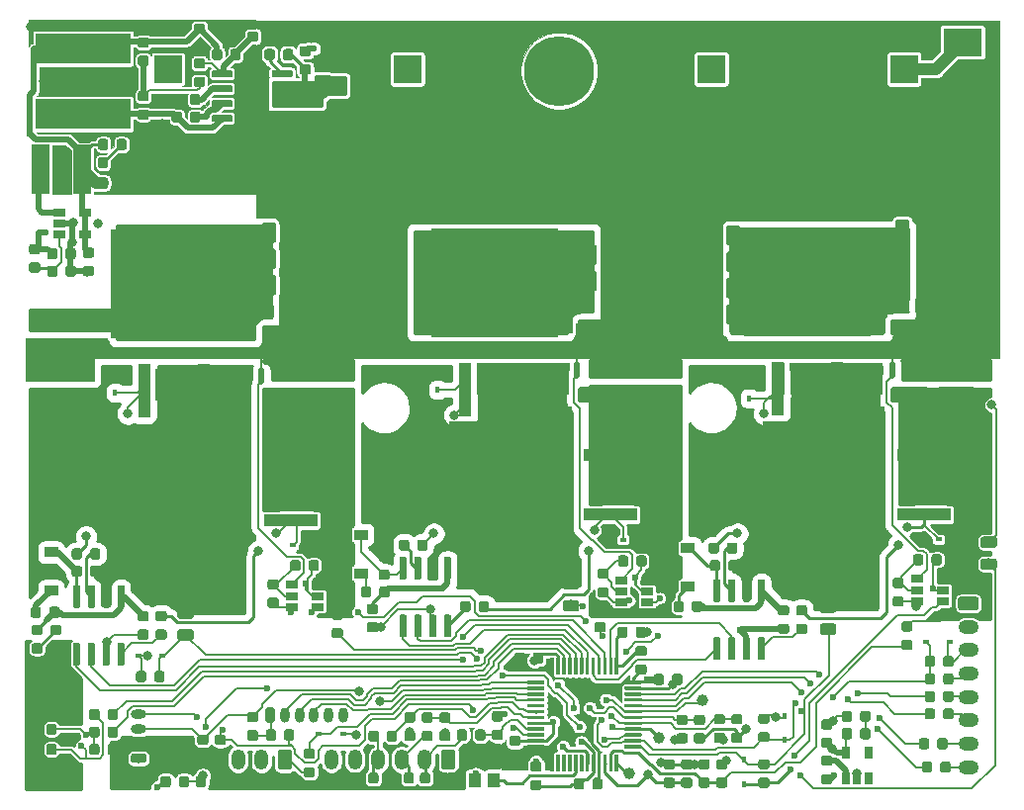
<source format=gbr>
G04 #@! TF.GenerationSoftware,KiCad,Pcbnew,(5.1.2)-2*
G04 #@! TF.CreationDate,2020-12-15T14:43:02+00:00*
G04 #@! TF.ProjectId,INV_Board,494e565f-426f-4617-9264-2e6b69636164,rev?*
G04 #@! TF.SameCoordinates,Original*
G04 #@! TF.FileFunction,Copper,L1,Top*
G04 #@! TF.FilePolarity,Positive*
%FSLAX46Y46*%
G04 Gerber Fmt 4.6, Leading zero omitted, Abs format (unit mm)*
G04 Created by KiCad (PCBNEW (5.1.2)-2) date 2020-12-15 14:43:02*
%MOMM*%
%LPD*%
G04 APERTURE LIST*
%ADD10C,0.100000*%
%ADD11C,0.875000*%
%ADD12C,1.000000*%
%ADD13C,3.500120*%
%ADD14R,3.500120X3.500120*%
%ADD15R,0.800000X8.000000*%
%ADD16R,2.800000X0.800000*%
%ADD17R,3.700000X9.700000*%
%ADD18R,2.900000X8.700000*%
%ADD19R,1.400000X10.100000*%
%ADD20R,8.000000X0.800000*%
%ADD21R,0.800000X2.800000*%
%ADD22R,9.700000X3.700000*%
%ADD23R,8.700000X2.900000*%
%ADD24R,10.100000X1.400000*%
%ADD25O,1.750000X1.200000*%
%ADD26C,1.200000*%
%ADD27C,1.250000*%
%ADD28C,2.400000*%
%ADD29R,2.400000X2.400000*%
%ADD30C,0.500000*%
%ADD31R,1.060000X0.650000*%
%ADD32C,0.975000*%
%ADD33R,0.600000X0.450000*%
%ADD34C,0.600000*%
%ADD35C,2.950000*%
%ADD36R,1.500000X4.200000*%
%ADD37R,0.450000X0.600000*%
%ADD38O,1.300000X0.800000*%
%ADD39C,0.800000*%
%ADD40C,6.000000*%
%ADD41C,1.350000*%
%ADD42O,1.200000X1.750000*%
%ADD43O,0.800000X1.300000*%
%ADD44R,0.650000X1.060000*%
%ADD45R,3.300000X2.400000*%
%ADD46R,9.400000X10.800000*%
%ADD47R,4.600000X1.100000*%
%ADD48R,1.100000X1.300000*%
%ADD49O,1.900000X1.200000*%
%ADD50C,1.450000*%
%ADD51R,1.200000X0.900000*%
%ADD52R,8.200000X2.600000*%
%ADD53R,10.800000X9.400000*%
%ADD54R,1.100000X4.600000*%
%ADD55C,0.300000*%
%ADD56C,0.250000*%
%ADD57C,0.200000*%
%ADD58C,0.500000*%
%ADD59C,1.000000*%
%ADD60C,0.254000*%
G04 APERTURE END LIST*
D10*
G36*
X163250000Y-79750000D02*
G01*
X163250000Y-78750000D01*
X163750000Y-78750000D01*
X163750000Y-79750000D01*
X163250000Y-79750000D01*
G37*
G36*
X190250000Y-79750000D02*
G01*
X190250000Y-78750000D01*
X190750000Y-78750000D01*
X190750000Y-79750000D01*
X190250000Y-79750000D01*
G37*
G36*
X136250000Y-80250000D02*
G01*
X136250000Y-79250000D01*
X136750000Y-79250000D01*
X136750000Y-80250000D01*
X136250000Y-80250000D01*
G37*
G36*
X195027691Y-110776053D02*
G01*
X195048926Y-110779203D01*
X195069750Y-110784419D01*
X195089962Y-110791651D01*
X195109368Y-110800830D01*
X195127781Y-110811866D01*
X195145024Y-110824654D01*
X195160930Y-110839070D01*
X195175346Y-110854976D01*
X195188134Y-110872219D01*
X195199170Y-110890632D01*
X195208349Y-110910038D01*
X195215581Y-110930250D01*
X195220797Y-110951074D01*
X195223947Y-110972309D01*
X195225000Y-110993750D01*
X195225000Y-111506250D01*
X195223947Y-111527691D01*
X195220797Y-111548926D01*
X195215581Y-111569750D01*
X195208349Y-111589962D01*
X195199170Y-111609368D01*
X195188134Y-111627781D01*
X195175346Y-111645024D01*
X195160930Y-111660930D01*
X195145024Y-111675346D01*
X195127781Y-111688134D01*
X195109368Y-111699170D01*
X195089962Y-111708349D01*
X195069750Y-111715581D01*
X195048926Y-111720797D01*
X195027691Y-111723947D01*
X195006250Y-111725000D01*
X194568750Y-111725000D01*
X194547309Y-111723947D01*
X194526074Y-111720797D01*
X194505250Y-111715581D01*
X194485038Y-111708349D01*
X194465632Y-111699170D01*
X194447219Y-111688134D01*
X194429976Y-111675346D01*
X194414070Y-111660930D01*
X194399654Y-111645024D01*
X194386866Y-111627781D01*
X194375830Y-111609368D01*
X194366651Y-111589962D01*
X194359419Y-111569750D01*
X194354203Y-111548926D01*
X194351053Y-111527691D01*
X194350000Y-111506250D01*
X194350000Y-110993750D01*
X194351053Y-110972309D01*
X194354203Y-110951074D01*
X194359419Y-110930250D01*
X194366651Y-110910038D01*
X194375830Y-110890632D01*
X194386866Y-110872219D01*
X194399654Y-110854976D01*
X194414070Y-110839070D01*
X194429976Y-110824654D01*
X194447219Y-110811866D01*
X194465632Y-110800830D01*
X194485038Y-110791651D01*
X194505250Y-110784419D01*
X194526074Y-110779203D01*
X194547309Y-110776053D01*
X194568750Y-110775000D01*
X195006250Y-110775000D01*
X195027691Y-110776053D01*
X195027691Y-110776053D01*
G37*
D11*
X194787500Y-111250000D03*
D10*
G36*
X193452691Y-110776053D02*
G01*
X193473926Y-110779203D01*
X193494750Y-110784419D01*
X193514962Y-110791651D01*
X193534368Y-110800830D01*
X193552781Y-110811866D01*
X193570024Y-110824654D01*
X193585930Y-110839070D01*
X193600346Y-110854976D01*
X193613134Y-110872219D01*
X193624170Y-110890632D01*
X193633349Y-110910038D01*
X193640581Y-110930250D01*
X193645797Y-110951074D01*
X193648947Y-110972309D01*
X193650000Y-110993750D01*
X193650000Y-111506250D01*
X193648947Y-111527691D01*
X193645797Y-111548926D01*
X193640581Y-111569750D01*
X193633349Y-111589962D01*
X193624170Y-111609368D01*
X193613134Y-111627781D01*
X193600346Y-111645024D01*
X193585930Y-111660930D01*
X193570024Y-111675346D01*
X193552781Y-111688134D01*
X193534368Y-111699170D01*
X193514962Y-111708349D01*
X193494750Y-111715581D01*
X193473926Y-111720797D01*
X193452691Y-111723947D01*
X193431250Y-111725000D01*
X192993750Y-111725000D01*
X192972309Y-111723947D01*
X192951074Y-111720797D01*
X192930250Y-111715581D01*
X192910038Y-111708349D01*
X192890632Y-111699170D01*
X192872219Y-111688134D01*
X192854976Y-111675346D01*
X192839070Y-111660930D01*
X192824654Y-111645024D01*
X192811866Y-111627781D01*
X192800830Y-111609368D01*
X192791651Y-111589962D01*
X192784419Y-111569750D01*
X192779203Y-111548926D01*
X192776053Y-111527691D01*
X192775000Y-111506250D01*
X192775000Y-110993750D01*
X192776053Y-110972309D01*
X192779203Y-110951074D01*
X192784419Y-110930250D01*
X192791651Y-110910038D01*
X192800830Y-110890632D01*
X192811866Y-110872219D01*
X192824654Y-110854976D01*
X192839070Y-110839070D01*
X192854976Y-110824654D01*
X192872219Y-110811866D01*
X192890632Y-110800830D01*
X192910038Y-110791651D01*
X192930250Y-110784419D01*
X192951074Y-110779203D01*
X192972309Y-110776053D01*
X192993750Y-110775000D01*
X193431250Y-110775000D01*
X193452691Y-110776053D01*
X193452691Y-110776053D01*
G37*
D11*
X193212500Y-111250000D03*
D10*
G36*
X195277691Y-112776053D02*
G01*
X195298926Y-112779203D01*
X195319750Y-112784419D01*
X195339962Y-112791651D01*
X195359368Y-112800830D01*
X195377781Y-112811866D01*
X195395024Y-112824654D01*
X195410930Y-112839070D01*
X195425346Y-112854976D01*
X195438134Y-112872219D01*
X195449170Y-112890632D01*
X195458349Y-112910038D01*
X195465581Y-112930250D01*
X195470797Y-112951074D01*
X195473947Y-112972309D01*
X195475000Y-112993750D01*
X195475000Y-113506250D01*
X195473947Y-113527691D01*
X195470797Y-113548926D01*
X195465581Y-113569750D01*
X195458349Y-113589962D01*
X195449170Y-113609368D01*
X195438134Y-113627781D01*
X195425346Y-113645024D01*
X195410930Y-113660930D01*
X195395024Y-113675346D01*
X195377781Y-113688134D01*
X195359368Y-113699170D01*
X195339962Y-113708349D01*
X195319750Y-113715581D01*
X195298926Y-113720797D01*
X195277691Y-113723947D01*
X195256250Y-113725000D01*
X194818750Y-113725000D01*
X194797309Y-113723947D01*
X194776074Y-113720797D01*
X194755250Y-113715581D01*
X194735038Y-113708349D01*
X194715632Y-113699170D01*
X194697219Y-113688134D01*
X194679976Y-113675346D01*
X194664070Y-113660930D01*
X194649654Y-113645024D01*
X194636866Y-113627781D01*
X194625830Y-113609368D01*
X194616651Y-113589962D01*
X194609419Y-113569750D01*
X194604203Y-113548926D01*
X194601053Y-113527691D01*
X194600000Y-113506250D01*
X194600000Y-112993750D01*
X194601053Y-112972309D01*
X194604203Y-112951074D01*
X194609419Y-112930250D01*
X194616651Y-112910038D01*
X194625830Y-112890632D01*
X194636866Y-112872219D01*
X194649654Y-112854976D01*
X194664070Y-112839070D01*
X194679976Y-112824654D01*
X194697219Y-112811866D01*
X194715632Y-112800830D01*
X194735038Y-112791651D01*
X194755250Y-112784419D01*
X194776074Y-112779203D01*
X194797309Y-112776053D01*
X194818750Y-112775000D01*
X195256250Y-112775000D01*
X195277691Y-112776053D01*
X195277691Y-112776053D01*
G37*
D11*
X195037500Y-113250000D03*
D10*
G36*
X193702691Y-112776053D02*
G01*
X193723926Y-112779203D01*
X193744750Y-112784419D01*
X193764962Y-112791651D01*
X193784368Y-112800830D01*
X193802781Y-112811866D01*
X193820024Y-112824654D01*
X193835930Y-112839070D01*
X193850346Y-112854976D01*
X193863134Y-112872219D01*
X193874170Y-112890632D01*
X193883349Y-112910038D01*
X193890581Y-112930250D01*
X193895797Y-112951074D01*
X193898947Y-112972309D01*
X193900000Y-112993750D01*
X193900000Y-113506250D01*
X193898947Y-113527691D01*
X193895797Y-113548926D01*
X193890581Y-113569750D01*
X193883349Y-113589962D01*
X193874170Y-113609368D01*
X193863134Y-113627781D01*
X193850346Y-113645024D01*
X193835930Y-113660930D01*
X193820024Y-113675346D01*
X193802781Y-113688134D01*
X193784368Y-113699170D01*
X193764962Y-113708349D01*
X193744750Y-113715581D01*
X193723926Y-113720797D01*
X193702691Y-113723947D01*
X193681250Y-113725000D01*
X193243750Y-113725000D01*
X193222309Y-113723947D01*
X193201074Y-113720797D01*
X193180250Y-113715581D01*
X193160038Y-113708349D01*
X193140632Y-113699170D01*
X193122219Y-113688134D01*
X193104976Y-113675346D01*
X193089070Y-113660930D01*
X193074654Y-113645024D01*
X193061866Y-113627781D01*
X193050830Y-113609368D01*
X193041651Y-113589962D01*
X193034419Y-113569750D01*
X193029203Y-113548926D01*
X193026053Y-113527691D01*
X193025000Y-113506250D01*
X193025000Y-112993750D01*
X193026053Y-112972309D01*
X193029203Y-112951074D01*
X193034419Y-112930250D01*
X193041651Y-112910038D01*
X193050830Y-112890632D01*
X193061866Y-112872219D01*
X193074654Y-112854976D01*
X193089070Y-112839070D01*
X193104976Y-112824654D01*
X193122219Y-112811866D01*
X193140632Y-112800830D01*
X193160038Y-112791651D01*
X193180250Y-112784419D01*
X193201074Y-112779203D01*
X193222309Y-112776053D01*
X193243750Y-112775000D01*
X193681250Y-112775000D01*
X193702691Y-112776053D01*
X193702691Y-112776053D01*
G37*
D11*
X193462500Y-113250000D03*
D12*
X170500000Y-110750000D03*
X168000000Y-113800000D03*
X174250000Y-107500000D03*
D13*
X127170000Y-97250000D03*
D14*
X132250000Y-97250000D03*
D13*
X155170000Y-96250000D03*
D14*
X160250000Y-96250000D03*
D13*
X182170000Y-96750000D03*
D14*
X187250000Y-96750000D03*
D15*
X192750000Y-86650000D03*
D16*
X193750000Y-91450000D03*
X193750000Y-90250000D03*
X193750000Y-89050000D03*
X193750000Y-83050000D03*
X193750000Y-84250000D03*
X193750000Y-85450000D03*
X193750000Y-86650000D03*
X193750000Y-87850000D03*
D17*
X188000000Y-87250000D03*
D18*
X184700000Y-87250000D03*
D19*
X182550000Y-87250000D03*
D20*
X185700000Y-79000000D03*
D21*
X180900000Y-80000000D03*
X182100000Y-80000000D03*
X183300000Y-80000000D03*
X189300000Y-80000000D03*
X188100000Y-80000000D03*
X186900000Y-80000000D03*
X185700000Y-80000000D03*
X184500000Y-80000000D03*
D22*
X185100000Y-74250000D03*
D23*
X185100000Y-70950000D03*
D24*
X185100000Y-68800000D03*
D15*
X166000000Y-86650000D03*
D16*
X167000000Y-91450000D03*
X167000000Y-90250000D03*
X167000000Y-89050000D03*
X167000000Y-83050000D03*
X167000000Y-84250000D03*
X167000000Y-85450000D03*
X167000000Y-86650000D03*
X167000000Y-87850000D03*
D17*
X161250000Y-87250000D03*
D18*
X157950000Y-87250000D03*
D19*
X155800000Y-87250000D03*
D20*
X158900000Y-79000000D03*
D21*
X154100000Y-80000000D03*
X155300000Y-80000000D03*
X156500000Y-80000000D03*
X162500000Y-80000000D03*
X161300000Y-80000000D03*
X160100000Y-80000000D03*
X158900000Y-80000000D03*
X157700000Y-80000000D03*
D22*
X158300000Y-74250000D03*
D23*
X158300000Y-70950000D03*
D24*
X158300000Y-68800000D03*
D20*
X131400000Y-79500000D03*
D21*
X126600000Y-80500000D03*
X127800000Y-80500000D03*
X129000000Y-80500000D03*
X135000000Y-80500000D03*
X133800000Y-80500000D03*
X132600000Y-80500000D03*
X131400000Y-80500000D03*
X130200000Y-80500000D03*
D22*
X130800000Y-74750000D03*
D23*
X130800000Y-71450000D03*
D24*
X130800000Y-69300000D03*
D15*
X138500000Y-87150000D03*
D16*
X139500000Y-91950000D03*
X139500000Y-90750000D03*
X139500000Y-89550000D03*
X139500000Y-83550000D03*
X139500000Y-84750000D03*
X139500000Y-85950000D03*
X139500000Y-87150000D03*
X139500000Y-88350000D03*
D17*
X133750000Y-87750000D03*
D18*
X130450000Y-87750000D03*
D19*
X128300000Y-87750000D03*
D10*
G36*
X126677691Y-56951053D02*
G01*
X126698926Y-56954203D01*
X126719750Y-56959419D01*
X126739962Y-56966651D01*
X126759368Y-56975830D01*
X126777781Y-56986866D01*
X126795024Y-56999654D01*
X126810930Y-57014070D01*
X126825346Y-57029976D01*
X126838134Y-57047219D01*
X126849170Y-57065632D01*
X126858349Y-57085038D01*
X126865581Y-57105250D01*
X126870797Y-57126074D01*
X126873947Y-57147309D01*
X126875000Y-57168750D01*
X126875000Y-57606250D01*
X126873947Y-57627691D01*
X126870797Y-57648926D01*
X126865581Y-57669750D01*
X126858349Y-57689962D01*
X126849170Y-57709368D01*
X126838134Y-57727781D01*
X126825346Y-57745024D01*
X126810930Y-57760930D01*
X126795024Y-57775346D01*
X126777781Y-57788134D01*
X126759368Y-57799170D01*
X126739962Y-57808349D01*
X126719750Y-57815581D01*
X126698926Y-57820797D01*
X126677691Y-57823947D01*
X126656250Y-57825000D01*
X126143750Y-57825000D01*
X126122309Y-57823947D01*
X126101074Y-57820797D01*
X126080250Y-57815581D01*
X126060038Y-57808349D01*
X126040632Y-57799170D01*
X126022219Y-57788134D01*
X126004976Y-57775346D01*
X125989070Y-57760930D01*
X125974654Y-57745024D01*
X125961866Y-57727781D01*
X125950830Y-57709368D01*
X125941651Y-57689962D01*
X125934419Y-57669750D01*
X125929203Y-57648926D01*
X125926053Y-57627691D01*
X125925000Y-57606250D01*
X125925000Y-57168750D01*
X125926053Y-57147309D01*
X125929203Y-57126074D01*
X125934419Y-57105250D01*
X125941651Y-57085038D01*
X125950830Y-57065632D01*
X125961866Y-57047219D01*
X125974654Y-57029976D01*
X125989070Y-57014070D01*
X126004976Y-56999654D01*
X126022219Y-56986866D01*
X126040632Y-56975830D01*
X126060038Y-56966651D01*
X126080250Y-56959419D01*
X126101074Y-56954203D01*
X126122309Y-56951053D01*
X126143750Y-56950000D01*
X126656250Y-56950000D01*
X126677691Y-56951053D01*
X126677691Y-56951053D01*
G37*
D11*
X126400000Y-57387500D03*
D10*
G36*
X126677691Y-55376053D02*
G01*
X126698926Y-55379203D01*
X126719750Y-55384419D01*
X126739962Y-55391651D01*
X126759368Y-55400830D01*
X126777781Y-55411866D01*
X126795024Y-55424654D01*
X126810930Y-55439070D01*
X126825346Y-55454976D01*
X126838134Y-55472219D01*
X126849170Y-55490632D01*
X126858349Y-55510038D01*
X126865581Y-55530250D01*
X126870797Y-55551074D01*
X126873947Y-55572309D01*
X126875000Y-55593750D01*
X126875000Y-56031250D01*
X126873947Y-56052691D01*
X126870797Y-56073926D01*
X126865581Y-56094750D01*
X126858349Y-56114962D01*
X126849170Y-56134368D01*
X126838134Y-56152781D01*
X126825346Y-56170024D01*
X126810930Y-56185930D01*
X126795024Y-56200346D01*
X126777781Y-56213134D01*
X126759368Y-56224170D01*
X126739962Y-56233349D01*
X126719750Y-56240581D01*
X126698926Y-56245797D01*
X126677691Y-56248947D01*
X126656250Y-56250000D01*
X126143750Y-56250000D01*
X126122309Y-56248947D01*
X126101074Y-56245797D01*
X126080250Y-56240581D01*
X126060038Y-56233349D01*
X126040632Y-56224170D01*
X126022219Y-56213134D01*
X126004976Y-56200346D01*
X125989070Y-56185930D01*
X125974654Y-56170024D01*
X125961866Y-56152781D01*
X125950830Y-56134368D01*
X125941651Y-56114962D01*
X125934419Y-56094750D01*
X125929203Y-56073926D01*
X125926053Y-56052691D01*
X125925000Y-56031250D01*
X125925000Y-55593750D01*
X125926053Y-55572309D01*
X125929203Y-55551074D01*
X125934419Y-55530250D01*
X125941651Y-55510038D01*
X125950830Y-55490632D01*
X125961866Y-55472219D01*
X125974654Y-55454976D01*
X125989070Y-55439070D01*
X126004976Y-55424654D01*
X126022219Y-55411866D01*
X126040632Y-55400830D01*
X126060038Y-55391651D01*
X126080250Y-55384419D01*
X126101074Y-55379203D01*
X126122309Y-55376053D01*
X126143750Y-55375000D01*
X126656250Y-55375000D01*
X126677691Y-55376053D01*
X126677691Y-55376053D01*
G37*
D11*
X126400000Y-55812500D03*
D10*
G36*
X126677691Y-52351053D02*
G01*
X126698926Y-52354203D01*
X126719750Y-52359419D01*
X126739962Y-52366651D01*
X126759368Y-52375830D01*
X126777781Y-52386866D01*
X126795024Y-52399654D01*
X126810930Y-52414070D01*
X126825346Y-52429976D01*
X126838134Y-52447219D01*
X126849170Y-52465632D01*
X126858349Y-52485038D01*
X126865581Y-52505250D01*
X126870797Y-52526074D01*
X126873947Y-52547309D01*
X126875000Y-52568750D01*
X126875000Y-53006250D01*
X126873947Y-53027691D01*
X126870797Y-53048926D01*
X126865581Y-53069750D01*
X126858349Y-53089962D01*
X126849170Y-53109368D01*
X126838134Y-53127781D01*
X126825346Y-53145024D01*
X126810930Y-53160930D01*
X126795024Y-53175346D01*
X126777781Y-53188134D01*
X126759368Y-53199170D01*
X126739962Y-53208349D01*
X126719750Y-53215581D01*
X126698926Y-53220797D01*
X126677691Y-53223947D01*
X126656250Y-53225000D01*
X126143750Y-53225000D01*
X126122309Y-53223947D01*
X126101074Y-53220797D01*
X126080250Y-53215581D01*
X126060038Y-53208349D01*
X126040632Y-53199170D01*
X126022219Y-53188134D01*
X126004976Y-53175346D01*
X125989070Y-53160930D01*
X125974654Y-53145024D01*
X125961866Y-53127781D01*
X125950830Y-53109368D01*
X125941651Y-53089962D01*
X125934419Y-53069750D01*
X125929203Y-53048926D01*
X125926053Y-53027691D01*
X125925000Y-53006250D01*
X125925000Y-52568750D01*
X125926053Y-52547309D01*
X125929203Y-52526074D01*
X125934419Y-52505250D01*
X125941651Y-52485038D01*
X125950830Y-52465632D01*
X125961866Y-52447219D01*
X125974654Y-52429976D01*
X125989070Y-52414070D01*
X126004976Y-52399654D01*
X126022219Y-52386866D01*
X126040632Y-52375830D01*
X126060038Y-52366651D01*
X126080250Y-52359419D01*
X126101074Y-52354203D01*
X126122309Y-52351053D01*
X126143750Y-52350000D01*
X126656250Y-52350000D01*
X126677691Y-52351053D01*
X126677691Y-52351053D01*
G37*
D11*
X126400000Y-52787500D03*
D10*
G36*
X126677691Y-50776053D02*
G01*
X126698926Y-50779203D01*
X126719750Y-50784419D01*
X126739962Y-50791651D01*
X126759368Y-50800830D01*
X126777781Y-50811866D01*
X126795024Y-50824654D01*
X126810930Y-50839070D01*
X126825346Y-50854976D01*
X126838134Y-50872219D01*
X126849170Y-50890632D01*
X126858349Y-50910038D01*
X126865581Y-50930250D01*
X126870797Y-50951074D01*
X126873947Y-50972309D01*
X126875000Y-50993750D01*
X126875000Y-51431250D01*
X126873947Y-51452691D01*
X126870797Y-51473926D01*
X126865581Y-51494750D01*
X126858349Y-51514962D01*
X126849170Y-51534368D01*
X126838134Y-51552781D01*
X126825346Y-51570024D01*
X126810930Y-51585930D01*
X126795024Y-51600346D01*
X126777781Y-51613134D01*
X126759368Y-51624170D01*
X126739962Y-51633349D01*
X126719750Y-51640581D01*
X126698926Y-51645797D01*
X126677691Y-51648947D01*
X126656250Y-51650000D01*
X126143750Y-51650000D01*
X126122309Y-51648947D01*
X126101074Y-51645797D01*
X126080250Y-51640581D01*
X126060038Y-51633349D01*
X126040632Y-51624170D01*
X126022219Y-51613134D01*
X126004976Y-51600346D01*
X125989070Y-51585930D01*
X125974654Y-51570024D01*
X125961866Y-51552781D01*
X125950830Y-51534368D01*
X125941651Y-51514962D01*
X125934419Y-51494750D01*
X125929203Y-51473926D01*
X125926053Y-51452691D01*
X125925000Y-51431250D01*
X125925000Y-50993750D01*
X125926053Y-50972309D01*
X125929203Y-50951074D01*
X125934419Y-50930250D01*
X125941651Y-50910038D01*
X125950830Y-50890632D01*
X125961866Y-50872219D01*
X125974654Y-50854976D01*
X125989070Y-50839070D01*
X126004976Y-50824654D01*
X126022219Y-50811866D01*
X126040632Y-50800830D01*
X126060038Y-50791651D01*
X126080250Y-50784419D01*
X126101074Y-50779203D01*
X126122309Y-50776053D01*
X126143750Y-50775000D01*
X126656250Y-50775000D01*
X126677691Y-50776053D01*
X126677691Y-50776053D01*
G37*
D11*
X126400000Y-51212500D03*
D25*
X197000000Y-113250000D03*
X197000000Y-111250000D03*
X197000000Y-109250000D03*
X197000000Y-107250000D03*
X197000000Y-105250000D03*
X197000000Y-103250000D03*
X197000000Y-101250000D03*
D10*
G36*
X197649505Y-98651204D02*
G01*
X197673773Y-98654804D01*
X197697572Y-98660765D01*
X197720671Y-98669030D01*
X197742850Y-98679520D01*
X197763893Y-98692132D01*
X197783599Y-98706747D01*
X197801777Y-98723223D01*
X197818253Y-98741401D01*
X197832868Y-98761107D01*
X197845480Y-98782150D01*
X197855970Y-98804329D01*
X197864235Y-98827428D01*
X197870196Y-98851227D01*
X197873796Y-98875495D01*
X197875000Y-98899999D01*
X197875000Y-99600001D01*
X197873796Y-99624505D01*
X197870196Y-99648773D01*
X197864235Y-99672572D01*
X197855970Y-99695671D01*
X197845480Y-99717850D01*
X197832868Y-99738893D01*
X197818253Y-99758599D01*
X197801777Y-99776777D01*
X197783599Y-99793253D01*
X197763893Y-99807868D01*
X197742850Y-99820480D01*
X197720671Y-99830970D01*
X197697572Y-99839235D01*
X197673773Y-99845196D01*
X197649505Y-99848796D01*
X197625001Y-99850000D01*
X196374999Y-99850000D01*
X196350495Y-99848796D01*
X196326227Y-99845196D01*
X196302428Y-99839235D01*
X196279329Y-99830970D01*
X196257150Y-99820480D01*
X196236107Y-99807868D01*
X196216401Y-99793253D01*
X196198223Y-99776777D01*
X196181747Y-99758599D01*
X196167132Y-99738893D01*
X196154520Y-99717850D01*
X196144030Y-99695671D01*
X196135765Y-99672572D01*
X196129804Y-99648773D01*
X196126204Y-99624505D01*
X196125000Y-99600001D01*
X196125000Y-98899999D01*
X196126204Y-98875495D01*
X196129804Y-98851227D01*
X196135765Y-98827428D01*
X196144030Y-98804329D01*
X196154520Y-98782150D01*
X196167132Y-98761107D01*
X196181747Y-98741401D01*
X196198223Y-98723223D01*
X196216401Y-98706747D01*
X196236107Y-98692132D01*
X196257150Y-98679520D01*
X196279329Y-98669030D01*
X196302428Y-98660765D01*
X196326227Y-98654804D01*
X196350495Y-98651204D01*
X196374999Y-98650000D01*
X197625001Y-98650000D01*
X197649505Y-98651204D01*
X197649505Y-98651204D01*
G37*
D26*
X197000000Y-99250000D03*
D10*
G36*
X143399504Y-54226204D02*
G01*
X143423773Y-54229804D01*
X143447571Y-54235765D01*
X143470671Y-54244030D01*
X143492849Y-54254520D01*
X143513893Y-54267133D01*
X143533598Y-54281747D01*
X143551777Y-54298223D01*
X143568253Y-54316402D01*
X143582867Y-54336107D01*
X143595480Y-54357151D01*
X143605970Y-54379329D01*
X143614235Y-54402429D01*
X143620196Y-54426227D01*
X143623796Y-54450496D01*
X143625000Y-54475000D01*
X143625000Y-55225000D01*
X143623796Y-55249504D01*
X143620196Y-55273773D01*
X143614235Y-55297571D01*
X143605970Y-55320671D01*
X143595480Y-55342849D01*
X143582867Y-55363893D01*
X143568253Y-55383598D01*
X143551777Y-55401777D01*
X143533598Y-55418253D01*
X143513893Y-55432867D01*
X143492849Y-55445480D01*
X143470671Y-55455970D01*
X143447571Y-55464235D01*
X143423773Y-55470196D01*
X143399504Y-55473796D01*
X143375000Y-55475000D01*
X142125000Y-55475000D01*
X142100496Y-55473796D01*
X142076227Y-55470196D01*
X142052429Y-55464235D01*
X142029329Y-55455970D01*
X142007151Y-55445480D01*
X141986107Y-55432867D01*
X141966402Y-55418253D01*
X141948223Y-55401777D01*
X141931747Y-55383598D01*
X141917133Y-55363893D01*
X141904520Y-55342849D01*
X141894030Y-55320671D01*
X141885765Y-55297571D01*
X141879804Y-55273773D01*
X141876204Y-55249504D01*
X141875000Y-55225000D01*
X141875000Y-54475000D01*
X141876204Y-54450496D01*
X141879804Y-54426227D01*
X141885765Y-54402429D01*
X141894030Y-54379329D01*
X141904520Y-54357151D01*
X141917133Y-54336107D01*
X141931747Y-54316402D01*
X141948223Y-54298223D01*
X141966402Y-54281747D01*
X141986107Y-54267133D01*
X142007151Y-54254520D01*
X142029329Y-54244030D01*
X142052429Y-54235765D01*
X142076227Y-54229804D01*
X142100496Y-54226204D01*
X142125000Y-54225000D01*
X143375000Y-54225000D01*
X143399504Y-54226204D01*
X143399504Y-54226204D01*
G37*
D27*
X142750000Y-54850000D03*
D10*
G36*
X143399504Y-57026204D02*
G01*
X143423773Y-57029804D01*
X143447571Y-57035765D01*
X143470671Y-57044030D01*
X143492849Y-57054520D01*
X143513893Y-57067133D01*
X143533598Y-57081747D01*
X143551777Y-57098223D01*
X143568253Y-57116402D01*
X143582867Y-57136107D01*
X143595480Y-57157151D01*
X143605970Y-57179329D01*
X143614235Y-57202429D01*
X143620196Y-57226227D01*
X143623796Y-57250496D01*
X143625000Y-57275000D01*
X143625000Y-58025000D01*
X143623796Y-58049504D01*
X143620196Y-58073773D01*
X143614235Y-58097571D01*
X143605970Y-58120671D01*
X143595480Y-58142849D01*
X143582867Y-58163893D01*
X143568253Y-58183598D01*
X143551777Y-58201777D01*
X143533598Y-58218253D01*
X143513893Y-58232867D01*
X143492849Y-58245480D01*
X143470671Y-58255970D01*
X143447571Y-58264235D01*
X143423773Y-58270196D01*
X143399504Y-58273796D01*
X143375000Y-58275000D01*
X142125000Y-58275000D01*
X142100496Y-58273796D01*
X142076227Y-58270196D01*
X142052429Y-58264235D01*
X142029329Y-58255970D01*
X142007151Y-58245480D01*
X141986107Y-58232867D01*
X141966402Y-58218253D01*
X141948223Y-58201777D01*
X141931747Y-58183598D01*
X141917133Y-58163893D01*
X141904520Y-58142849D01*
X141894030Y-58120671D01*
X141885765Y-58097571D01*
X141879804Y-58073773D01*
X141876204Y-58049504D01*
X141875000Y-58025000D01*
X141875000Y-57275000D01*
X141876204Y-57250496D01*
X141879804Y-57226227D01*
X141885765Y-57202429D01*
X141894030Y-57179329D01*
X141904520Y-57157151D01*
X141917133Y-57136107D01*
X141931747Y-57116402D01*
X141948223Y-57098223D01*
X141966402Y-57081747D01*
X141986107Y-57067133D01*
X142007151Y-57054520D01*
X142029329Y-57044030D01*
X142052429Y-57035765D01*
X142076227Y-57029804D01*
X142100496Y-57026204D01*
X142125000Y-57025000D01*
X143375000Y-57025000D01*
X143399504Y-57026204D01*
X143399504Y-57026204D01*
G37*
D27*
X142750000Y-57650000D03*
D10*
G36*
X140527691Y-51526053D02*
G01*
X140548926Y-51529203D01*
X140569750Y-51534419D01*
X140589962Y-51541651D01*
X140609368Y-51550830D01*
X140627781Y-51561866D01*
X140645024Y-51574654D01*
X140660930Y-51589070D01*
X140675346Y-51604976D01*
X140688134Y-51622219D01*
X140699170Y-51640632D01*
X140708349Y-51660038D01*
X140715581Y-51680250D01*
X140720797Y-51701074D01*
X140723947Y-51722309D01*
X140725000Y-51743750D01*
X140725000Y-52181250D01*
X140723947Y-52202691D01*
X140720797Y-52223926D01*
X140715581Y-52244750D01*
X140708349Y-52264962D01*
X140699170Y-52284368D01*
X140688134Y-52302781D01*
X140675346Y-52320024D01*
X140660930Y-52335930D01*
X140645024Y-52350346D01*
X140627781Y-52363134D01*
X140609368Y-52374170D01*
X140589962Y-52383349D01*
X140569750Y-52390581D01*
X140548926Y-52395797D01*
X140527691Y-52398947D01*
X140506250Y-52400000D01*
X139993750Y-52400000D01*
X139972309Y-52398947D01*
X139951074Y-52395797D01*
X139930250Y-52390581D01*
X139910038Y-52383349D01*
X139890632Y-52374170D01*
X139872219Y-52363134D01*
X139854976Y-52350346D01*
X139839070Y-52335930D01*
X139824654Y-52320024D01*
X139811866Y-52302781D01*
X139800830Y-52284368D01*
X139791651Y-52264962D01*
X139784419Y-52244750D01*
X139779203Y-52223926D01*
X139776053Y-52202691D01*
X139775000Y-52181250D01*
X139775000Y-51743750D01*
X139776053Y-51722309D01*
X139779203Y-51701074D01*
X139784419Y-51680250D01*
X139791651Y-51660038D01*
X139800830Y-51640632D01*
X139811866Y-51622219D01*
X139824654Y-51604976D01*
X139839070Y-51589070D01*
X139854976Y-51574654D01*
X139872219Y-51561866D01*
X139890632Y-51550830D01*
X139910038Y-51541651D01*
X139930250Y-51534419D01*
X139951074Y-51529203D01*
X139972309Y-51526053D01*
X139993750Y-51525000D01*
X140506250Y-51525000D01*
X140527691Y-51526053D01*
X140527691Y-51526053D01*
G37*
D11*
X140250000Y-51962500D03*
D10*
G36*
X140527691Y-53101053D02*
G01*
X140548926Y-53104203D01*
X140569750Y-53109419D01*
X140589962Y-53116651D01*
X140609368Y-53125830D01*
X140627781Y-53136866D01*
X140645024Y-53149654D01*
X140660930Y-53164070D01*
X140675346Y-53179976D01*
X140688134Y-53197219D01*
X140699170Y-53215632D01*
X140708349Y-53235038D01*
X140715581Y-53255250D01*
X140720797Y-53276074D01*
X140723947Y-53297309D01*
X140725000Y-53318750D01*
X140725000Y-53756250D01*
X140723947Y-53777691D01*
X140720797Y-53798926D01*
X140715581Y-53819750D01*
X140708349Y-53839962D01*
X140699170Y-53859368D01*
X140688134Y-53877781D01*
X140675346Y-53895024D01*
X140660930Y-53910930D01*
X140645024Y-53925346D01*
X140627781Y-53938134D01*
X140609368Y-53949170D01*
X140589962Y-53958349D01*
X140569750Y-53965581D01*
X140548926Y-53970797D01*
X140527691Y-53973947D01*
X140506250Y-53975000D01*
X139993750Y-53975000D01*
X139972309Y-53973947D01*
X139951074Y-53970797D01*
X139930250Y-53965581D01*
X139910038Y-53958349D01*
X139890632Y-53949170D01*
X139872219Y-53938134D01*
X139854976Y-53925346D01*
X139839070Y-53910930D01*
X139824654Y-53895024D01*
X139811866Y-53877781D01*
X139800830Y-53859368D01*
X139791651Y-53839962D01*
X139784419Y-53819750D01*
X139779203Y-53798926D01*
X139776053Y-53777691D01*
X139775000Y-53756250D01*
X139775000Y-53318750D01*
X139776053Y-53297309D01*
X139779203Y-53276074D01*
X139784419Y-53255250D01*
X139791651Y-53235038D01*
X139800830Y-53215632D01*
X139811866Y-53197219D01*
X139824654Y-53179976D01*
X139839070Y-53164070D01*
X139854976Y-53149654D01*
X139872219Y-53136866D01*
X139890632Y-53125830D01*
X139910038Y-53116651D01*
X139930250Y-53109419D01*
X139951074Y-53104203D01*
X139972309Y-53101053D01*
X139993750Y-53100000D01*
X140506250Y-53100000D01*
X140527691Y-53101053D01*
X140527691Y-53101053D01*
G37*
D11*
X140250000Y-53537500D03*
D28*
X128500000Y-61000000D03*
D29*
X128500000Y-53500000D03*
D30*
X163500000Y-78750000D03*
X163500000Y-79750000D03*
X190500000Y-78750000D03*
X190500000Y-79750000D03*
X136500000Y-79250000D03*
X136500000Y-80250000D03*
D10*
G36*
X137777691Y-97176053D02*
G01*
X137798926Y-97179203D01*
X137819750Y-97184419D01*
X137839962Y-97191651D01*
X137859368Y-97200830D01*
X137877781Y-97211866D01*
X137895024Y-97224654D01*
X137910930Y-97239070D01*
X137925346Y-97254976D01*
X137938134Y-97272219D01*
X137949170Y-97290632D01*
X137958349Y-97310038D01*
X137965581Y-97330250D01*
X137970797Y-97351074D01*
X137973947Y-97372309D01*
X137975000Y-97393750D01*
X137975000Y-97831250D01*
X137973947Y-97852691D01*
X137970797Y-97873926D01*
X137965581Y-97894750D01*
X137958349Y-97914962D01*
X137949170Y-97934368D01*
X137938134Y-97952781D01*
X137925346Y-97970024D01*
X137910930Y-97985930D01*
X137895024Y-98000346D01*
X137877781Y-98013134D01*
X137859368Y-98024170D01*
X137839962Y-98033349D01*
X137819750Y-98040581D01*
X137798926Y-98045797D01*
X137777691Y-98048947D01*
X137756250Y-98050000D01*
X137243750Y-98050000D01*
X137222309Y-98048947D01*
X137201074Y-98045797D01*
X137180250Y-98040581D01*
X137160038Y-98033349D01*
X137140632Y-98024170D01*
X137122219Y-98013134D01*
X137104976Y-98000346D01*
X137089070Y-97985930D01*
X137074654Y-97970024D01*
X137061866Y-97952781D01*
X137050830Y-97934368D01*
X137041651Y-97914962D01*
X137034419Y-97894750D01*
X137029203Y-97873926D01*
X137026053Y-97852691D01*
X137025000Y-97831250D01*
X137025000Y-97393750D01*
X137026053Y-97372309D01*
X137029203Y-97351074D01*
X137034419Y-97330250D01*
X137041651Y-97310038D01*
X137050830Y-97290632D01*
X137061866Y-97272219D01*
X137074654Y-97254976D01*
X137089070Y-97239070D01*
X137104976Y-97224654D01*
X137122219Y-97211866D01*
X137140632Y-97200830D01*
X137160038Y-97191651D01*
X137180250Y-97184419D01*
X137201074Y-97179203D01*
X137222309Y-97176053D01*
X137243750Y-97175000D01*
X137756250Y-97175000D01*
X137777691Y-97176053D01*
X137777691Y-97176053D01*
G37*
D11*
X137500000Y-97612500D03*
D10*
G36*
X137777691Y-98751053D02*
G01*
X137798926Y-98754203D01*
X137819750Y-98759419D01*
X137839962Y-98766651D01*
X137859368Y-98775830D01*
X137877781Y-98786866D01*
X137895024Y-98799654D01*
X137910930Y-98814070D01*
X137925346Y-98829976D01*
X137938134Y-98847219D01*
X137949170Y-98865632D01*
X137958349Y-98885038D01*
X137965581Y-98905250D01*
X137970797Y-98926074D01*
X137973947Y-98947309D01*
X137975000Y-98968750D01*
X137975000Y-99406250D01*
X137973947Y-99427691D01*
X137970797Y-99448926D01*
X137965581Y-99469750D01*
X137958349Y-99489962D01*
X137949170Y-99509368D01*
X137938134Y-99527781D01*
X137925346Y-99545024D01*
X137910930Y-99560930D01*
X137895024Y-99575346D01*
X137877781Y-99588134D01*
X137859368Y-99599170D01*
X137839962Y-99608349D01*
X137819750Y-99615581D01*
X137798926Y-99620797D01*
X137777691Y-99623947D01*
X137756250Y-99625000D01*
X137243750Y-99625000D01*
X137222309Y-99623947D01*
X137201074Y-99620797D01*
X137180250Y-99615581D01*
X137160038Y-99608349D01*
X137140632Y-99599170D01*
X137122219Y-99588134D01*
X137104976Y-99575346D01*
X137089070Y-99560930D01*
X137074654Y-99545024D01*
X137061866Y-99527781D01*
X137050830Y-99509368D01*
X137041651Y-99489962D01*
X137034419Y-99469750D01*
X137029203Y-99448926D01*
X137026053Y-99427691D01*
X137025000Y-99406250D01*
X137025000Y-98968750D01*
X137026053Y-98947309D01*
X137029203Y-98926074D01*
X137034419Y-98905250D01*
X137041651Y-98885038D01*
X137050830Y-98865632D01*
X137061866Y-98847219D01*
X137074654Y-98829976D01*
X137089070Y-98814070D01*
X137104976Y-98799654D01*
X137122219Y-98786866D01*
X137140632Y-98775830D01*
X137160038Y-98766651D01*
X137180250Y-98759419D01*
X137201074Y-98754203D01*
X137222309Y-98751053D01*
X137243750Y-98750000D01*
X137756250Y-98750000D01*
X137777691Y-98751053D01*
X137777691Y-98751053D01*
G37*
D11*
X137500000Y-99187500D03*
D10*
G36*
X141227691Y-95526053D02*
G01*
X141248926Y-95529203D01*
X141269750Y-95534419D01*
X141289962Y-95541651D01*
X141309368Y-95550830D01*
X141327781Y-95561866D01*
X141345024Y-95574654D01*
X141360930Y-95589070D01*
X141375346Y-95604976D01*
X141388134Y-95622219D01*
X141399170Y-95640632D01*
X141408349Y-95660038D01*
X141415581Y-95680250D01*
X141420797Y-95701074D01*
X141423947Y-95722309D01*
X141425000Y-95743750D01*
X141425000Y-96256250D01*
X141423947Y-96277691D01*
X141420797Y-96298926D01*
X141415581Y-96319750D01*
X141408349Y-96339962D01*
X141399170Y-96359368D01*
X141388134Y-96377781D01*
X141375346Y-96395024D01*
X141360930Y-96410930D01*
X141345024Y-96425346D01*
X141327781Y-96438134D01*
X141309368Y-96449170D01*
X141289962Y-96458349D01*
X141269750Y-96465581D01*
X141248926Y-96470797D01*
X141227691Y-96473947D01*
X141206250Y-96475000D01*
X140768750Y-96475000D01*
X140747309Y-96473947D01*
X140726074Y-96470797D01*
X140705250Y-96465581D01*
X140685038Y-96458349D01*
X140665632Y-96449170D01*
X140647219Y-96438134D01*
X140629976Y-96425346D01*
X140614070Y-96410930D01*
X140599654Y-96395024D01*
X140586866Y-96377781D01*
X140575830Y-96359368D01*
X140566651Y-96339962D01*
X140559419Y-96319750D01*
X140554203Y-96298926D01*
X140551053Y-96277691D01*
X140550000Y-96256250D01*
X140550000Y-95743750D01*
X140551053Y-95722309D01*
X140554203Y-95701074D01*
X140559419Y-95680250D01*
X140566651Y-95660038D01*
X140575830Y-95640632D01*
X140586866Y-95622219D01*
X140599654Y-95604976D01*
X140614070Y-95589070D01*
X140629976Y-95574654D01*
X140647219Y-95561866D01*
X140665632Y-95550830D01*
X140685038Y-95541651D01*
X140705250Y-95534419D01*
X140726074Y-95529203D01*
X140747309Y-95526053D01*
X140768750Y-95525000D01*
X141206250Y-95525000D01*
X141227691Y-95526053D01*
X141227691Y-95526053D01*
G37*
D11*
X140987500Y-96000000D03*
D10*
G36*
X139652691Y-95526053D02*
G01*
X139673926Y-95529203D01*
X139694750Y-95534419D01*
X139714962Y-95541651D01*
X139734368Y-95550830D01*
X139752781Y-95561866D01*
X139770024Y-95574654D01*
X139785930Y-95589070D01*
X139800346Y-95604976D01*
X139813134Y-95622219D01*
X139824170Y-95640632D01*
X139833349Y-95660038D01*
X139840581Y-95680250D01*
X139845797Y-95701074D01*
X139848947Y-95722309D01*
X139850000Y-95743750D01*
X139850000Y-96256250D01*
X139848947Y-96277691D01*
X139845797Y-96298926D01*
X139840581Y-96319750D01*
X139833349Y-96339962D01*
X139824170Y-96359368D01*
X139813134Y-96377781D01*
X139800346Y-96395024D01*
X139785930Y-96410930D01*
X139770024Y-96425346D01*
X139752781Y-96438134D01*
X139734368Y-96449170D01*
X139714962Y-96458349D01*
X139694750Y-96465581D01*
X139673926Y-96470797D01*
X139652691Y-96473947D01*
X139631250Y-96475000D01*
X139193750Y-96475000D01*
X139172309Y-96473947D01*
X139151074Y-96470797D01*
X139130250Y-96465581D01*
X139110038Y-96458349D01*
X139090632Y-96449170D01*
X139072219Y-96438134D01*
X139054976Y-96425346D01*
X139039070Y-96410930D01*
X139024654Y-96395024D01*
X139011866Y-96377781D01*
X139000830Y-96359368D01*
X138991651Y-96339962D01*
X138984419Y-96319750D01*
X138979203Y-96298926D01*
X138976053Y-96277691D01*
X138975000Y-96256250D01*
X138975000Y-95743750D01*
X138976053Y-95722309D01*
X138979203Y-95701074D01*
X138984419Y-95680250D01*
X138991651Y-95660038D01*
X139000830Y-95640632D01*
X139011866Y-95622219D01*
X139024654Y-95604976D01*
X139039070Y-95589070D01*
X139054976Y-95574654D01*
X139072219Y-95561866D01*
X139090632Y-95550830D01*
X139110038Y-95541651D01*
X139130250Y-95534419D01*
X139151074Y-95529203D01*
X139172309Y-95526053D01*
X139193750Y-95525000D01*
X139631250Y-95525000D01*
X139652691Y-95526053D01*
X139652691Y-95526053D01*
G37*
D11*
X139412500Y-96000000D03*
D10*
G36*
X166027691Y-96276053D02*
G01*
X166048926Y-96279203D01*
X166069750Y-96284419D01*
X166089962Y-96291651D01*
X166109368Y-96300830D01*
X166127781Y-96311866D01*
X166145024Y-96324654D01*
X166160930Y-96339070D01*
X166175346Y-96354976D01*
X166188134Y-96372219D01*
X166199170Y-96390632D01*
X166208349Y-96410038D01*
X166215581Y-96430250D01*
X166220797Y-96451074D01*
X166223947Y-96472309D01*
X166225000Y-96493750D01*
X166225000Y-96931250D01*
X166223947Y-96952691D01*
X166220797Y-96973926D01*
X166215581Y-96994750D01*
X166208349Y-97014962D01*
X166199170Y-97034368D01*
X166188134Y-97052781D01*
X166175346Y-97070024D01*
X166160930Y-97085930D01*
X166145024Y-97100346D01*
X166127781Y-97113134D01*
X166109368Y-97124170D01*
X166089962Y-97133349D01*
X166069750Y-97140581D01*
X166048926Y-97145797D01*
X166027691Y-97148947D01*
X166006250Y-97150000D01*
X165493750Y-97150000D01*
X165472309Y-97148947D01*
X165451074Y-97145797D01*
X165430250Y-97140581D01*
X165410038Y-97133349D01*
X165390632Y-97124170D01*
X165372219Y-97113134D01*
X165354976Y-97100346D01*
X165339070Y-97085930D01*
X165324654Y-97070024D01*
X165311866Y-97052781D01*
X165300830Y-97034368D01*
X165291651Y-97014962D01*
X165284419Y-96994750D01*
X165279203Y-96973926D01*
X165276053Y-96952691D01*
X165275000Y-96931250D01*
X165275000Y-96493750D01*
X165276053Y-96472309D01*
X165279203Y-96451074D01*
X165284419Y-96430250D01*
X165291651Y-96410038D01*
X165300830Y-96390632D01*
X165311866Y-96372219D01*
X165324654Y-96354976D01*
X165339070Y-96339070D01*
X165354976Y-96324654D01*
X165372219Y-96311866D01*
X165390632Y-96300830D01*
X165410038Y-96291651D01*
X165430250Y-96284419D01*
X165451074Y-96279203D01*
X165472309Y-96276053D01*
X165493750Y-96275000D01*
X166006250Y-96275000D01*
X166027691Y-96276053D01*
X166027691Y-96276053D01*
G37*
D11*
X165750000Y-96712500D03*
D10*
G36*
X166027691Y-97851053D02*
G01*
X166048926Y-97854203D01*
X166069750Y-97859419D01*
X166089962Y-97866651D01*
X166109368Y-97875830D01*
X166127781Y-97886866D01*
X166145024Y-97899654D01*
X166160930Y-97914070D01*
X166175346Y-97929976D01*
X166188134Y-97947219D01*
X166199170Y-97965632D01*
X166208349Y-97985038D01*
X166215581Y-98005250D01*
X166220797Y-98026074D01*
X166223947Y-98047309D01*
X166225000Y-98068750D01*
X166225000Y-98506250D01*
X166223947Y-98527691D01*
X166220797Y-98548926D01*
X166215581Y-98569750D01*
X166208349Y-98589962D01*
X166199170Y-98609368D01*
X166188134Y-98627781D01*
X166175346Y-98645024D01*
X166160930Y-98660930D01*
X166145024Y-98675346D01*
X166127781Y-98688134D01*
X166109368Y-98699170D01*
X166089962Y-98708349D01*
X166069750Y-98715581D01*
X166048926Y-98720797D01*
X166027691Y-98723947D01*
X166006250Y-98725000D01*
X165493750Y-98725000D01*
X165472309Y-98723947D01*
X165451074Y-98720797D01*
X165430250Y-98715581D01*
X165410038Y-98708349D01*
X165390632Y-98699170D01*
X165372219Y-98688134D01*
X165354976Y-98675346D01*
X165339070Y-98660930D01*
X165324654Y-98645024D01*
X165311866Y-98627781D01*
X165300830Y-98609368D01*
X165291651Y-98589962D01*
X165284419Y-98569750D01*
X165279203Y-98548926D01*
X165276053Y-98527691D01*
X165275000Y-98506250D01*
X165275000Y-98068750D01*
X165276053Y-98047309D01*
X165279203Y-98026074D01*
X165284419Y-98005250D01*
X165291651Y-97985038D01*
X165300830Y-97965632D01*
X165311866Y-97947219D01*
X165324654Y-97929976D01*
X165339070Y-97914070D01*
X165354976Y-97899654D01*
X165372219Y-97886866D01*
X165390632Y-97875830D01*
X165410038Y-97866651D01*
X165430250Y-97859419D01*
X165451074Y-97854203D01*
X165472309Y-97851053D01*
X165493750Y-97850000D01*
X166006250Y-97850000D01*
X166027691Y-97851053D01*
X166027691Y-97851053D01*
G37*
D11*
X165750000Y-98287500D03*
D10*
G36*
X169277691Y-95126053D02*
G01*
X169298926Y-95129203D01*
X169319750Y-95134419D01*
X169339962Y-95141651D01*
X169359368Y-95150830D01*
X169377781Y-95161866D01*
X169395024Y-95174654D01*
X169410930Y-95189070D01*
X169425346Y-95204976D01*
X169438134Y-95222219D01*
X169449170Y-95240632D01*
X169458349Y-95260038D01*
X169465581Y-95280250D01*
X169470797Y-95301074D01*
X169473947Y-95322309D01*
X169475000Y-95343750D01*
X169475000Y-95856250D01*
X169473947Y-95877691D01*
X169470797Y-95898926D01*
X169465581Y-95919750D01*
X169458349Y-95939962D01*
X169449170Y-95959368D01*
X169438134Y-95977781D01*
X169425346Y-95995024D01*
X169410930Y-96010930D01*
X169395024Y-96025346D01*
X169377781Y-96038134D01*
X169359368Y-96049170D01*
X169339962Y-96058349D01*
X169319750Y-96065581D01*
X169298926Y-96070797D01*
X169277691Y-96073947D01*
X169256250Y-96075000D01*
X168818750Y-96075000D01*
X168797309Y-96073947D01*
X168776074Y-96070797D01*
X168755250Y-96065581D01*
X168735038Y-96058349D01*
X168715632Y-96049170D01*
X168697219Y-96038134D01*
X168679976Y-96025346D01*
X168664070Y-96010930D01*
X168649654Y-95995024D01*
X168636866Y-95977781D01*
X168625830Y-95959368D01*
X168616651Y-95939962D01*
X168609419Y-95919750D01*
X168604203Y-95898926D01*
X168601053Y-95877691D01*
X168600000Y-95856250D01*
X168600000Y-95343750D01*
X168601053Y-95322309D01*
X168604203Y-95301074D01*
X168609419Y-95280250D01*
X168616651Y-95260038D01*
X168625830Y-95240632D01*
X168636866Y-95222219D01*
X168649654Y-95204976D01*
X168664070Y-95189070D01*
X168679976Y-95174654D01*
X168697219Y-95161866D01*
X168715632Y-95150830D01*
X168735038Y-95141651D01*
X168755250Y-95134419D01*
X168776074Y-95129203D01*
X168797309Y-95126053D01*
X168818750Y-95125000D01*
X169256250Y-95125000D01*
X169277691Y-95126053D01*
X169277691Y-95126053D01*
G37*
D11*
X169037500Y-95600000D03*
D10*
G36*
X167702691Y-95126053D02*
G01*
X167723926Y-95129203D01*
X167744750Y-95134419D01*
X167764962Y-95141651D01*
X167784368Y-95150830D01*
X167802781Y-95161866D01*
X167820024Y-95174654D01*
X167835930Y-95189070D01*
X167850346Y-95204976D01*
X167863134Y-95222219D01*
X167874170Y-95240632D01*
X167883349Y-95260038D01*
X167890581Y-95280250D01*
X167895797Y-95301074D01*
X167898947Y-95322309D01*
X167900000Y-95343750D01*
X167900000Y-95856250D01*
X167898947Y-95877691D01*
X167895797Y-95898926D01*
X167890581Y-95919750D01*
X167883349Y-95939962D01*
X167874170Y-95959368D01*
X167863134Y-95977781D01*
X167850346Y-95995024D01*
X167835930Y-96010930D01*
X167820024Y-96025346D01*
X167802781Y-96038134D01*
X167784368Y-96049170D01*
X167764962Y-96058349D01*
X167744750Y-96065581D01*
X167723926Y-96070797D01*
X167702691Y-96073947D01*
X167681250Y-96075000D01*
X167243750Y-96075000D01*
X167222309Y-96073947D01*
X167201074Y-96070797D01*
X167180250Y-96065581D01*
X167160038Y-96058349D01*
X167140632Y-96049170D01*
X167122219Y-96038134D01*
X167104976Y-96025346D01*
X167089070Y-96010930D01*
X167074654Y-95995024D01*
X167061866Y-95977781D01*
X167050830Y-95959368D01*
X167041651Y-95939962D01*
X167034419Y-95919750D01*
X167029203Y-95898926D01*
X167026053Y-95877691D01*
X167025000Y-95856250D01*
X167025000Y-95343750D01*
X167026053Y-95322309D01*
X167029203Y-95301074D01*
X167034419Y-95280250D01*
X167041651Y-95260038D01*
X167050830Y-95240632D01*
X167061866Y-95222219D01*
X167074654Y-95204976D01*
X167089070Y-95189070D01*
X167104976Y-95174654D01*
X167122219Y-95161866D01*
X167140632Y-95150830D01*
X167160038Y-95141651D01*
X167180250Y-95134419D01*
X167201074Y-95129203D01*
X167222309Y-95126053D01*
X167243750Y-95125000D01*
X167681250Y-95125000D01*
X167702691Y-95126053D01*
X167702691Y-95126053D01*
G37*
D11*
X167462500Y-95600000D03*
D10*
G36*
X191277691Y-97063553D02*
G01*
X191298926Y-97066703D01*
X191319750Y-97071919D01*
X191339962Y-97079151D01*
X191359368Y-97088330D01*
X191377781Y-97099366D01*
X191395024Y-97112154D01*
X191410930Y-97126570D01*
X191425346Y-97142476D01*
X191438134Y-97159719D01*
X191449170Y-97178132D01*
X191458349Y-97197538D01*
X191465581Y-97217750D01*
X191470797Y-97238574D01*
X191473947Y-97259809D01*
X191475000Y-97281250D01*
X191475000Y-97718750D01*
X191473947Y-97740191D01*
X191470797Y-97761426D01*
X191465581Y-97782250D01*
X191458349Y-97802462D01*
X191449170Y-97821868D01*
X191438134Y-97840281D01*
X191425346Y-97857524D01*
X191410930Y-97873430D01*
X191395024Y-97887846D01*
X191377781Y-97900634D01*
X191359368Y-97911670D01*
X191339962Y-97920849D01*
X191319750Y-97928081D01*
X191298926Y-97933297D01*
X191277691Y-97936447D01*
X191256250Y-97937500D01*
X190743750Y-97937500D01*
X190722309Y-97936447D01*
X190701074Y-97933297D01*
X190680250Y-97928081D01*
X190660038Y-97920849D01*
X190640632Y-97911670D01*
X190622219Y-97900634D01*
X190604976Y-97887846D01*
X190589070Y-97873430D01*
X190574654Y-97857524D01*
X190561866Y-97840281D01*
X190550830Y-97821868D01*
X190541651Y-97802462D01*
X190534419Y-97782250D01*
X190529203Y-97761426D01*
X190526053Y-97740191D01*
X190525000Y-97718750D01*
X190525000Y-97281250D01*
X190526053Y-97259809D01*
X190529203Y-97238574D01*
X190534419Y-97217750D01*
X190541651Y-97197538D01*
X190550830Y-97178132D01*
X190561866Y-97159719D01*
X190574654Y-97142476D01*
X190589070Y-97126570D01*
X190604976Y-97112154D01*
X190622219Y-97099366D01*
X190640632Y-97088330D01*
X190660038Y-97079151D01*
X190680250Y-97071919D01*
X190701074Y-97066703D01*
X190722309Y-97063553D01*
X190743750Y-97062500D01*
X191256250Y-97062500D01*
X191277691Y-97063553D01*
X191277691Y-97063553D01*
G37*
D11*
X191000000Y-97500000D03*
D10*
G36*
X191277691Y-98638553D02*
G01*
X191298926Y-98641703D01*
X191319750Y-98646919D01*
X191339962Y-98654151D01*
X191359368Y-98663330D01*
X191377781Y-98674366D01*
X191395024Y-98687154D01*
X191410930Y-98701570D01*
X191425346Y-98717476D01*
X191438134Y-98734719D01*
X191449170Y-98753132D01*
X191458349Y-98772538D01*
X191465581Y-98792750D01*
X191470797Y-98813574D01*
X191473947Y-98834809D01*
X191475000Y-98856250D01*
X191475000Y-99293750D01*
X191473947Y-99315191D01*
X191470797Y-99336426D01*
X191465581Y-99357250D01*
X191458349Y-99377462D01*
X191449170Y-99396868D01*
X191438134Y-99415281D01*
X191425346Y-99432524D01*
X191410930Y-99448430D01*
X191395024Y-99462846D01*
X191377781Y-99475634D01*
X191359368Y-99486670D01*
X191339962Y-99495849D01*
X191319750Y-99503081D01*
X191298926Y-99508297D01*
X191277691Y-99511447D01*
X191256250Y-99512500D01*
X190743750Y-99512500D01*
X190722309Y-99511447D01*
X190701074Y-99508297D01*
X190680250Y-99503081D01*
X190660038Y-99495849D01*
X190640632Y-99486670D01*
X190622219Y-99475634D01*
X190604976Y-99462846D01*
X190589070Y-99448430D01*
X190574654Y-99432524D01*
X190561866Y-99415281D01*
X190550830Y-99396868D01*
X190541651Y-99377462D01*
X190534419Y-99357250D01*
X190529203Y-99336426D01*
X190526053Y-99315191D01*
X190525000Y-99293750D01*
X190525000Y-98856250D01*
X190526053Y-98834809D01*
X190529203Y-98813574D01*
X190534419Y-98792750D01*
X190541651Y-98772538D01*
X190550830Y-98753132D01*
X190561866Y-98734719D01*
X190574654Y-98717476D01*
X190589070Y-98701570D01*
X190604976Y-98687154D01*
X190622219Y-98674366D01*
X190640632Y-98663330D01*
X190660038Y-98654151D01*
X190680250Y-98646919D01*
X190701074Y-98641703D01*
X190722309Y-98638553D01*
X190743750Y-98637500D01*
X191256250Y-98637500D01*
X191277691Y-98638553D01*
X191277691Y-98638553D01*
G37*
D11*
X191000000Y-99075000D03*
D10*
G36*
X194527691Y-95026053D02*
G01*
X194548926Y-95029203D01*
X194569750Y-95034419D01*
X194589962Y-95041651D01*
X194609368Y-95050830D01*
X194627781Y-95061866D01*
X194645024Y-95074654D01*
X194660930Y-95089070D01*
X194675346Y-95104976D01*
X194688134Y-95122219D01*
X194699170Y-95140632D01*
X194708349Y-95160038D01*
X194715581Y-95180250D01*
X194720797Y-95201074D01*
X194723947Y-95222309D01*
X194725000Y-95243750D01*
X194725000Y-95756250D01*
X194723947Y-95777691D01*
X194720797Y-95798926D01*
X194715581Y-95819750D01*
X194708349Y-95839962D01*
X194699170Y-95859368D01*
X194688134Y-95877781D01*
X194675346Y-95895024D01*
X194660930Y-95910930D01*
X194645024Y-95925346D01*
X194627781Y-95938134D01*
X194609368Y-95949170D01*
X194589962Y-95958349D01*
X194569750Y-95965581D01*
X194548926Y-95970797D01*
X194527691Y-95973947D01*
X194506250Y-95975000D01*
X194068750Y-95975000D01*
X194047309Y-95973947D01*
X194026074Y-95970797D01*
X194005250Y-95965581D01*
X193985038Y-95958349D01*
X193965632Y-95949170D01*
X193947219Y-95938134D01*
X193929976Y-95925346D01*
X193914070Y-95910930D01*
X193899654Y-95895024D01*
X193886866Y-95877781D01*
X193875830Y-95859368D01*
X193866651Y-95839962D01*
X193859419Y-95819750D01*
X193854203Y-95798926D01*
X193851053Y-95777691D01*
X193850000Y-95756250D01*
X193850000Y-95243750D01*
X193851053Y-95222309D01*
X193854203Y-95201074D01*
X193859419Y-95180250D01*
X193866651Y-95160038D01*
X193875830Y-95140632D01*
X193886866Y-95122219D01*
X193899654Y-95104976D01*
X193914070Y-95089070D01*
X193929976Y-95074654D01*
X193947219Y-95061866D01*
X193965632Y-95050830D01*
X193985038Y-95041651D01*
X194005250Y-95034419D01*
X194026074Y-95029203D01*
X194047309Y-95026053D01*
X194068750Y-95025000D01*
X194506250Y-95025000D01*
X194527691Y-95026053D01*
X194527691Y-95026053D01*
G37*
D11*
X194287500Y-95500000D03*
D10*
G36*
X192952691Y-95026053D02*
G01*
X192973926Y-95029203D01*
X192994750Y-95034419D01*
X193014962Y-95041651D01*
X193034368Y-95050830D01*
X193052781Y-95061866D01*
X193070024Y-95074654D01*
X193085930Y-95089070D01*
X193100346Y-95104976D01*
X193113134Y-95122219D01*
X193124170Y-95140632D01*
X193133349Y-95160038D01*
X193140581Y-95180250D01*
X193145797Y-95201074D01*
X193148947Y-95222309D01*
X193150000Y-95243750D01*
X193150000Y-95756250D01*
X193148947Y-95777691D01*
X193145797Y-95798926D01*
X193140581Y-95819750D01*
X193133349Y-95839962D01*
X193124170Y-95859368D01*
X193113134Y-95877781D01*
X193100346Y-95895024D01*
X193085930Y-95910930D01*
X193070024Y-95925346D01*
X193052781Y-95938134D01*
X193034368Y-95949170D01*
X193014962Y-95958349D01*
X192994750Y-95965581D01*
X192973926Y-95970797D01*
X192952691Y-95973947D01*
X192931250Y-95975000D01*
X192493750Y-95975000D01*
X192472309Y-95973947D01*
X192451074Y-95970797D01*
X192430250Y-95965581D01*
X192410038Y-95958349D01*
X192390632Y-95949170D01*
X192372219Y-95938134D01*
X192354976Y-95925346D01*
X192339070Y-95910930D01*
X192324654Y-95895024D01*
X192311866Y-95877781D01*
X192300830Y-95859368D01*
X192291651Y-95839962D01*
X192284419Y-95819750D01*
X192279203Y-95798926D01*
X192276053Y-95777691D01*
X192275000Y-95756250D01*
X192275000Y-95243750D01*
X192276053Y-95222309D01*
X192279203Y-95201074D01*
X192284419Y-95180250D01*
X192291651Y-95160038D01*
X192300830Y-95140632D01*
X192311866Y-95122219D01*
X192324654Y-95104976D01*
X192339070Y-95089070D01*
X192354976Y-95074654D01*
X192372219Y-95061866D01*
X192390632Y-95050830D01*
X192410038Y-95041651D01*
X192430250Y-95034419D01*
X192451074Y-95029203D01*
X192472309Y-95026053D01*
X192493750Y-95025000D01*
X192931250Y-95025000D01*
X192952691Y-95026053D01*
X192952691Y-95026053D01*
G37*
D11*
X192712500Y-95500000D03*
D31*
X139100000Y-98600000D03*
X139100000Y-99550000D03*
X139100000Y-97650000D03*
X141300000Y-97650000D03*
X141300000Y-98600000D03*
X141300000Y-99550000D03*
X167300000Y-98200000D03*
X167300000Y-99150000D03*
X167300000Y-97250000D03*
X169500000Y-97250000D03*
X169500000Y-98200000D03*
X169500000Y-99150000D03*
X192650000Y-98100000D03*
X192650000Y-99050000D03*
X192650000Y-97150000D03*
X194850000Y-97150000D03*
X194850000Y-98100000D03*
X194850000Y-99050000D03*
D10*
G36*
X194549504Y-66376204D02*
G01*
X194573773Y-66379804D01*
X194597571Y-66385765D01*
X194620671Y-66394030D01*
X194642849Y-66404520D01*
X194663893Y-66417133D01*
X194683598Y-66431747D01*
X194701777Y-66448223D01*
X194718253Y-66466402D01*
X194732867Y-66486107D01*
X194745480Y-66507151D01*
X194755970Y-66529329D01*
X194764235Y-66552429D01*
X194770196Y-66576227D01*
X194773796Y-66600496D01*
X194775000Y-66625000D01*
X194775000Y-67875000D01*
X194773796Y-67899504D01*
X194770196Y-67923773D01*
X194764235Y-67947571D01*
X194755970Y-67970671D01*
X194745480Y-67992849D01*
X194732867Y-68013893D01*
X194718253Y-68033598D01*
X194701777Y-68051777D01*
X194683598Y-68068253D01*
X194663893Y-68082867D01*
X194642849Y-68095480D01*
X194620671Y-68105970D01*
X194597571Y-68114235D01*
X194573773Y-68120196D01*
X194549504Y-68123796D01*
X194525000Y-68125000D01*
X193775000Y-68125000D01*
X193750496Y-68123796D01*
X193726227Y-68120196D01*
X193702429Y-68114235D01*
X193679329Y-68105970D01*
X193657151Y-68095480D01*
X193636107Y-68082867D01*
X193616402Y-68068253D01*
X193598223Y-68051777D01*
X193581747Y-68033598D01*
X193567133Y-68013893D01*
X193554520Y-67992849D01*
X193544030Y-67970671D01*
X193535765Y-67947571D01*
X193529804Y-67923773D01*
X193526204Y-67899504D01*
X193525000Y-67875000D01*
X193525000Y-66625000D01*
X193526204Y-66600496D01*
X193529804Y-66576227D01*
X193535765Y-66552429D01*
X193544030Y-66529329D01*
X193554520Y-66507151D01*
X193567133Y-66486107D01*
X193581747Y-66466402D01*
X193598223Y-66448223D01*
X193616402Y-66431747D01*
X193636107Y-66417133D01*
X193657151Y-66404520D01*
X193679329Y-66394030D01*
X193702429Y-66385765D01*
X193726227Y-66379804D01*
X193750496Y-66376204D01*
X193775000Y-66375000D01*
X194525000Y-66375000D01*
X194549504Y-66376204D01*
X194549504Y-66376204D01*
G37*
D27*
X194150000Y-67250000D03*
D10*
G36*
X191749504Y-66376204D02*
G01*
X191773773Y-66379804D01*
X191797571Y-66385765D01*
X191820671Y-66394030D01*
X191842849Y-66404520D01*
X191863893Y-66417133D01*
X191883598Y-66431747D01*
X191901777Y-66448223D01*
X191918253Y-66466402D01*
X191932867Y-66486107D01*
X191945480Y-66507151D01*
X191955970Y-66529329D01*
X191964235Y-66552429D01*
X191970196Y-66576227D01*
X191973796Y-66600496D01*
X191975000Y-66625000D01*
X191975000Y-67875000D01*
X191973796Y-67899504D01*
X191970196Y-67923773D01*
X191964235Y-67947571D01*
X191955970Y-67970671D01*
X191945480Y-67992849D01*
X191932867Y-68013893D01*
X191918253Y-68033598D01*
X191901777Y-68051777D01*
X191883598Y-68068253D01*
X191863893Y-68082867D01*
X191842849Y-68095480D01*
X191820671Y-68105970D01*
X191797571Y-68114235D01*
X191773773Y-68120196D01*
X191749504Y-68123796D01*
X191725000Y-68125000D01*
X190975000Y-68125000D01*
X190950496Y-68123796D01*
X190926227Y-68120196D01*
X190902429Y-68114235D01*
X190879329Y-68105970D01*
X190857151Y-68095480D01*
X190836107Y-68082867D01*
X190816402Y-68068253D01*
X190798223Y-68051777D01*
X190781747Y-68033598D01*
X190767133Y-68013893D01*
X190754520Y-67992849D01*
X190744030Y-67970671D01*
X190735765Y-67947571D01*
X190729804Y-67923773D01*
X190726204Y-67899504D01*
X190725000Y-67875000D01*
X190725000Y-66625000D01*
X190726204Y-66600496D01*
X190729804Y-66576227D01*
X190735765Y-66552429D01*
X190744030Y-66529329D01*
X190754520Y-66507151D01*
X190767133Y-66486107D01*
X190781747Y-66466402D01*
X190798223Y-66448223D01*
X190816402Y-66431747D01*
X190836107Y-66417133D01*
X190857151Y-66404520D01*
X190879329Y-66394030D01*
X190902429Y-66385765D01*
X190926227Y-66379804D01*
X190950496Y-66376204D01*
X190975000Y-66375000D01*
X191725000Y-66375000D01*
X191749504Y-66376204D01*
X191749504Y-66376204D01*
G37*
D27*
X191350000Y-67250000D03*
D28*
X191500000Y-61000000D03*
D29*
X191500000Y-53500000D03*
D10*
G36*
X199230142Y-95388674D02*
G01*
X199253803Y-95392184D01*
X199277007Y-95397996D01*
X199299529Y-95406054D01*
X199321153Y-95416282D01*
X199341670Y-95428579D01*
X199360883Y-95442829D01*
X199378607Y-95458893D01*
X199394671Y-95476617D01*
X199408921Y-95495830D01*
X199421218Y-95516347D01*
X199431446Y-95537971D01*
X199439504Y-95560493D01*
X199445316Y-95583697D01*
X199448826Y-95607358D01*
X199450000Y-95631250D01*
X199450000Y-96118750D01*
X199448826Y-96142642D01*
X199445316Y-96166303D01*
X199439504Y-96189507D01*
X199431446Y-96212029D01*
X199421218Y-96233653D01*
X199408921Y-96254170D01*
X199394671Y-96273383D01*
X199378607Y-96291107D01*
X199360883Y-96307171D01*
X199341670Y-96321421D01*
X199321153Y-96333718D01*
X199299529Y-96343946D01*
X199277007Y-96352004D01*
X199253803Y-96357816D01*
X199230142Y-96361326D01*
X199206250Y-96362500D01*
X198293750Y-96362500D01*
X198269858Y-96361326D01*
X198246197Y-96357816D01*
X198222993Y-96352004D01*
X198200471Y-96343946D01*
X198178847Y-96333718D01*
X198158330Y-96321421D01*
X198139117Y-96307171D01*
X198121393Y-96291107D01*
X198105329Y-96273383D01*
X198091079Y-96254170D01*
X198078782Y-96233653D01*
X198068554Y-96212029D01*
X198060496Y-96189507D01*
X198054684Y-96166303D01*
X198051174Y-96142642D01*
X198050000Y-96118750D01*
X198050000Y-95631250D01*
X198051174Y-95607358D01*
X198054684Y-95583697D01*
X198060496Y-95560493D01*
X198068554Y-95537971D01*
X198078782Y-95516347D01*
X198091079Y-95495830D01*
X198105329Y-95476617D01*
X198121393Y-95458893D01*
X198139117Y-95442829D01*
X198158330Y-95428579D01*
X198178847Y-95416282D01*
X198200471Y-95406054D01*
X198222993Y-95397996D01*
X198246197Y-95392184D01*
X198269858Y-95388674D01*
X198293750Y-95387500D01*
X199206250Y-95387500D01*
X199230142Y-95388674D01*
X199230142Y-95388674D01*
G37*
D32*
X198750000Y-95875000D03*
D10*
G36*
X199230142Y-93513674D02*
G01*
X199253803Y-93517184D01*
X199277007Y-93522996D01*
X199299529Y-93531054D01*
X199321153Y-93541282D01*
X199341670Y-93553579D01*
X199360883Y-93567829D01*
X199378607Y-93583893D01*
X199394671Y-93601617D01*
X199408921Y-93620830D01*
X199421218Y-93641347D01*
X199431446Y-93662971D01*
X199439504Y-93685493D01*
X199445316Y-93708697D01*
X199448826Y-93732358D01*
X199450000Y-93756250D01*
X199450000Y-94243750D01*
X199448826Y-94267642D01*
X199445316Y-94291303D01*
X199439504Y-94314507D01*
X199431446Y-94337029D01*
X199421218Y-94358653D01*
X199408921Y-94379170D01*
X199394671Y-94398383D01*
X199378607Y-94416107D01*
X199360883Y-94432171D01*
X199341670Y-94446421D01*
X199321153Y-94458718D01*
X199299529Y-94468946D01*
X199277007Y-94477004D01*
X199253803Y-94482816D01*
X199230142Y-94486326D01*
X199206250Y-94487500D01*
X198293750Y-94487500D01*
X198269858Y-94486326D01*
X198246197Y-94482816D01*
X198222993Y-94477004D01*
X198200471Y-94468946D01*
X198178847Y-94458718D01*
X198158330Y-94446421D01*
X198139117Y-94432171D01*
X198121393Y-94416107D01*
X198105329Y-94398383D01*
X198091079Y-94379170D01*
X198078782Y-94358653D01*
X198068554Y-94337029D01*
X198060496Y-94314507D01*
X198054684Y-94291303D01*
X198051174Y-94267642D01*
X198050000Y-94243750D01*
X198050000Y-93756250D01*
X198051174Y-93732358D01*
X198054684Y-93708697D01*
X198060496Y-93685493D01*
X198068554Y-93662971D01*
X198078782Y-93641347D01*
X198091079Y-93620830D01*
X198105329Y-93601617D01*
X198121393Y-93583893D01*
X198139117Y-93567829D01*
X198158330Y-93553579D01*
X198178847Y-93541282D01*
X198200471Y-93531054D01*
X198222993Y-93522996D01*
X198246197Y-93517184D01*
X198269858Y-93513674D01*
X198293750Y-93512500D01*
X199206250Y-93512500D01*
X199230142Y-93513674D01*
X199230142Y-93513674D01*
G37*
D32*
X198750000Y-94000000D03*
D10*
G36*
X122452691Y-109776053D02*
G01*
X122473926Y-109779203D01*
X122494750Y-109784419D01*
X122514962Y-109791651D01*
X122534368Y-109800830D01*
X122552781Y-109811866D01*
X122570024Y-109824654D01*
X122585930Y-109839070D01*
X122600346Y-109854976D01*
X122613134Y-109872219D01*
X122624170Y-109890632D01*
X122633349Y-109910038D01*
X122640581Y-109930250D01*
X122645797Y-109951074D01*
X122648947Y-109972309D01*
X122650000Y-109993750D01*
X122650000Y-110506250D01*
X122648947Y-110527691D01*
X122645797Y-110548926D01*
X122640581Y-110569750D01*
X122633349Y-110589962D01*
X122624170Y-110609368D01*
X122613134Y-110627781D01*
X122600346Y-110645024D01*
X122585930Y-110660930D01*
X122570024Y-110675346D01*
X122552781Y-110688134D01*
X122534368Y-110699170D01*
X122514962Y-110708349D01*
X122494750Y-110715581D01*
X122473926Y-110720797D01*
X122452691Y-110723947D01*
X122431250Y-110725000D01*
X121993750Y-110725000D01*
X121972309Y-110723947D01*
X121951074Y-110720797D01*
X121930250Y-110715581D01*
X121910038Y-110708349D01*
X121890632Y-110699170D01*
X121872219Y-110688134D01*
X121854976Y-110675346D01*
X121839070Y-110660930D01*
X121824654Y-110645024D01*
X121811866Y-110627781D01*
X121800830Y-110609368D01*
X121791651Y-110589962D01*
X121784419Y-110569750D01*
X121779203Y-110548926D01*
X121776053Y-110527691D01*
X121775000Y-110506250D01*
X121775000Y-109993750D01*
X121776053Y-109972309D01*
X121779203Y-109951074D01*
X121784419Y-109930250D01*
X121791651Y-109910038D01*
X121800830Y-109890632D01*
X121811866Y-109872219D01*
X121824654Y-109854976D01*
X121839070Y-109839070D01*
X121854976Y-109824654D01*
X121872219Y-109811866D01*
X121890632Y-109800830D01*
X121910038Y-109791651D01*
X121930250Y-109784419D01*
X121951074Y-109779203D01*
X121972309Y-109776053D01*
X121993750Y-109775000D01*
X122431250Y-109775000D01*
X122452691Y-109776053D01*
X122452691Y-109776053D01*
G37*
D11*
X122212500Y-110250000D03*
D10*
G36*
X124027691Y-109776053D02*
G01*
X124048926Y-109779203D01*
X124069750Y-109784419D01*
X124089962Y-109791651D01*
X124109368Y-109800830D01*
X124127781Y-109811866D01*
X124145024Y-109824654D01*
X124160930Y-109839070D01*
X124175346Y-109854976D01*
X124188134Y-109872219D01*
X124199170Y-109890632D01*
X124208349Y-109910038D01*
X124215581Y-109930250D01*
X124220797Y-109951074D01*
X124223947Y-109972309D01*
X124225000Y-109993750D01*
X124225000Y-110506250D01*
X124223947Y-110527691D01*
X124220797Y-110548926D01*
X124215581Y-110569750D01*
X124208349Y-110589962D01*
X124199170Y-110609368D01*
X124188134Y-110627781D01*
X124175346Y-110645024D01*
X124160930Y-110660930D01*
X124145024Y-110675346D01*
X124127781Y-110688134D01*
X124109368Y-110699170D01*
X124089962Y-110708349D01*
X124069750Y-110715581D01*
X124048926Y-110720797D01*
X124027691Y-110723947D01*
X124006250Y-110725000D01*
X123568750Y-110725000D01*
X123547309Y-110723947D01*
X123526074Y-110720797D01*
X123505250Y-110715581D01*
X123485038Y-110708349D01*
X123465632Y-110699170D01*
X123447219Y-110688134D01*
X123429976Y-110675346D01*
X123414070Y-110660930D01*
X123399654Y-110645024D01*
X123386866Y-110627781D01*
X123375830Y-110609368D01*
X123366651Y-110589962D01*
X123359419Y-110569750D01*
X123354203Y-110548926D01*
X123351053Y-110527691D01*
X123350000Y-110506250D01*
X123350000Y-109993750D01*
X123351053Y-109972309D01*
X123354203Y-109951074D01*
X123359419Y-109930250D01*
X123366651Y-109910038D01*
X123375830Y-109890632D01*
X123386866Y-109872219D01*
X123399654Y-109854976D01*
X123414070Y-109839070D01*
X123429976Y-109824654D01*
X123447219Y-109811866D01*
X123465632Y-109800830D01*
X123485038Y-109791651D01*
X123505250Y-109784419D01*
X123526074Y-109779203D01*
X123547309Y-109776053D01*
X123568750Y-109775000D01*
X124006250Y-109775000D01*
X124027691Y-109776053D01*
X124027691Y-109776053D01*
G37*
D11*
X123787500Y-110250000D03*
D10*
G36*
X122452691Y-108276053D02*
G01*
X122473926Y-108279203D01*
X122494750Y-108284419D01*
X122514962Y-108291651D01*
X122534368Y-108300830D01*
X122552781Y-108311866D01*
X122570024Y-108324654D01*
X122585930Y-108339070D01*
X122600346Y-108354976D01*
X122613134Y-108372219D01*
X122624170Y-108390632D01*
X122633349Y-108410038D01*
X122640581Y-108430250D01*
X122645797Y-108451074D01*
X122648947Y-108472309D01*
X122650000Y-108493750D01*
X122650000Y-109006250D01*
X122648947Y-109027691D01*
X122645797Y-109048926D01*
X122640581Y-109069750D01*
X122633349Y-109089962D01*
X122624170Y-109109368D01*
X122613134Y-109127781D01*
X122600346Y-109145024D01*
X122585930Y-109160930D01*
X122570024Y-109175346D01*
X122552781Y-109188134D01*
X122534368Y-109199170D01*
X122514962Y-109208349D01*
X122494750Y-109215581D01*
X122473926Y-109220797D01*
X122452691Y-109223947D01*
X122431250Y-109225000D01*
X121993750Y-109225000D01*
X121972309Y-109223947D01*
X121951074Y-109220797D01*
X121930250Y-109215581D01*
X121910038Y-109208349D01*
X121890632Y-109199170D01*
X121872219Y-109188134D01*
X121854976Y-109175346D01*
X121839070Y-109160930D01*
X121824654Y-109145024D01*
X121811866Y-109127781D01*
X121800830Y-109109368D01*
X121791651Y-109089962D01*
X121784419Y-109069750D01*
X121779203Y-109048926D01*
X121776053Y-109027691D01*
X121775000Y-109006250D01*
X121775000Y-108493750D01*
X121776053Y-108472309D01*
X121779203Y-108451074D01*
X121784419Y-108430250D01*
X121791651Y-108410038D01*
X121800830Y-108390632D01*
X121811866Y-108372219D01*
X121824654Y-108354976D01*
X121839070Y-108339070D01*
X121854976Y-108324654D01*
X121872219Y-108311866D01*
X121890632Y-108300830D01*
X121910038Y-108291651D01*
X121930250Y-108284419D01*
X121951074Y-108279203D01*
X121972309Y-108276053D01*
X121993750Y-108275000D01*
X122431250Y-108275000D01*
X122452691Y-108276053D01*
X122452691Y-108276053D01*
G37*
D11*
X122212500Y-108750000D03*
D10*
G36*
X124027691Y-108276053D02*
G01*
X124048926Y-108279203D01*
X124069750Y-108284419D01*
X124089962Y-108291651D01*
X124109368Y-108300830D01*
X124127781Y-108311866D01*
X124145024Y-108324654D01*
X124160930Y-108339070D01*
X124175346Y-108354976D01*
X124188134Y-108372219D01*
X124199170Y-108390632D01*
X124208349Y-108410038D01*
X124215581Y-108430250D01*
X124220797Y-108451074D01*
X124223947Y-108472309D01*
X124225000Y-108493750D01*
X124225000Y-109006250D01*
X124223947Y-109027691D01*
X124220797Y-109048926D01*
X124215581Y-109069750D01*
X124208349Y-109089962D01*
X124199170Y-109109368D01*
X124188134Y-109127781D01*
X124175346Y-109145024D01*
X124160930Y-109160930D01*
X124145024Y-109175346D01*
X124127781Y-109188134D01*
X124109368Y-109199170D01*
X124089962Y-109208349D01*
X124069750Y-109215581D01*
X124048926Y-109220797D01*
X124027691Y-109223947D01*
X124006250Y-109225000D01*
X123568750Y-109225000D01*
X123547309Y-109223947D01*
X123526074Y-109220797D01*
X123505250Y-109215581D01*
X123485038Y-109208349D01*
X123465632Y-109199170D01*
X123447219Y-109188134D01*
X123429976Y-109175346D01*
X123414070Y-109160930D01*
X123399654Y-109145024D01*
X123386866Y-109127781D01*
X123375830Y-109109368D01*
X123366651Y-109089962D01*
X123359419Y-109069750D01*
X123354203Y-109048926D01*
X123351053Y-109027691D01*
X123350000Y-109006250D01*
X123350000Y-108493750D01*
X123351053Y-108472309D01*
X123354203Y-108451074D01*
X123359419Y-108430250D01*
X123366651Y-108410038D01*
X123375830Y-108390632D01*
X123386866Y-108372219D01*
X123399654Y-108354976D01*
X123414070Y-108339070D01*
X123429976Y-108324654D01*
X123447219Y-108311866D01*
X123465632Y-108300830D01*
X123485038Y-108291651D01*
X123505250Y-108284419D01*
X123526074Y-108279203D01*
X123547309Y-108276053D01*
X123568750Y-108275000D01*
X124006250Y-108275000D01*
X124027691Y-108276053D01*
X124027691Y-108276053D01*
G37*
D11*
X123787500Y-108750000D03*
D28*
X149000000Y-61000000D03*
D29*
X149000000Y-53500000D03*
D10*
G36*
X185177691Y-109176053D02*
G01*
X185198926Y-109179203D01*
X185219750Y-109184419D01*
X185239962Y-109191651D01*
X185259368Y-109200830D01*
X185277781Y-109211866D01*
X185295024Y-109224654D01*
X185310930Y-109239070D01*
X185325346Y-109254976D01*
X185338134Y-109272219D01*
X185349170Y-109290632D01*
X185358349Y-109310038D01*
X185365581Y-109330250D01*
X185370797Y-109351074D01*
X185373947Y-109372309D01*
X185375000Y-109393750D01*
X185375000Y-109831250D01*
X185373947Y-109852691D01*
X185370797Y-109873926D01*
X185365581Y-109894750D01*
X185358349Y-109914962D01*
X185349170Y-109934368D01*
X185338134Y-109952781D01*
X185325346Y-109970024D01*
X185310930Y-109985930D01*
X185295024Y-110000346D01*
X185277781Y-110013134D01*
X185259368Y-110024170D01*
X185239962Y-110033349D01*
X185219750Y-110040581D01*
X185198926Y-110045797D01*
X185177691Y-110048947D01*
X185156250Y-110050000D01*
X184643750Y-110050000D01*
X184622309Y-110048947D01*
X184601074Y-110045797D01*
X184580250Y-110040581D01*
X184560038Y-110033349D01*
X184540632Y-110024170D01*
X184522219Y-110013134D01*
X184504976Y-110000346D01*
X184489070Y-109985930D01*
X184474654Y-109970024D01*
X184461866Y-109952781D01*
X184450830Y-109934368D01*
X184441651Y-109914962D01*
X184434419Y-109894750D01*
X184429203Y-109873926D01*
X184426053Y-109852691D01*
X184425000Y-109831250D01*
X184425000Y-109393750D01*
X184426053Y-109372309D01*
X184429203Y-109351074D01*
X184434419Y-109330250D01*
X184441651Y-109310038D01*
X184450830Y-109290632D01*
X184461866Y-109272219D01*
X184474654Y-109254976D01*
X184489070Y-109239070D01*
X184504976Y-109224654D01*
X184522219Y-109211866D01*
X184540632Y-109200830D01*
X184560038Y-109191651D01*
X184580250Y-109184419D01*
X184601074Y-109179203D01*
X184622309Y-109176053D01*
X184643750Y-109175000D01*
X185156250Y-109175000D01*
X185177691Y-109176053D01*
X185177691Y-109176053D01*
G37*
D11*
X184900000Y-109612500D03*
D10*
G36*
X185177691Y-110751053D02*
G01*
X185198926Y-110754203D01*
X185219750Y-110759419D01*
X185239962Y-110766651D01*
X185259368Y-110775830D01*
X185277781Y-110786866D01*
X185295024Y-110799654D01*
X185310930Y-110814070D01*
X185325346Y-110829976D01*
X185338134Y-110847219D01*
X185349170Y-110865632D01*
X185358349Y-110885038D01*
X185365581Y-110905250D01*
X185370797Y-110926074D01*
X185373947Y-110947309D01*
X185375000Y-110968750D01*
X185375000Y-111406250D01*
X185373947Y-111427691D01*
X185370797Y-111448926D01*
X185365581Y-111469750D01*
X185358349Y-111489962D01*
X185349170Y-111509368D01*
X185338134Y-111527781D01*
X185325346Y-111545024D01*
X185310930Y-111560930D01*
X185295024Y-111575346D01*
X185277781Y-111588134D01*
X185259368Y-111599170D01*
X185239962Y-111608349D01*
X185219750Y-111615581D01*
X185198926Y-111620797D01*
X185177691Y-111623947D01*
X185156250Y-111625000D01*
X184643750Y-111625000D01*
X184622309Y-111623947D01*
X184601074Y-111620797D01*
X184580250Y-111615581D01*
X184560038Y-111608349D01*
X184540632Y-111599170D01*
X184522219Y-111588134D01*
X184504976Y-111575346D01*
X184489070Y-111560930D01*
X184474654Y-111545024D01*
X184461866Y-111527781D01*
X184450830Y-111509368D01*
X184441651Y-111489962D01*
X184434419Y-111469750D01*
X184429203Y-111448926D01*
X184426053Y-111427691D01*
X184425000Y-111406250D01*
X184425000Y-110968750D01*
X184426053Y-110947309D01*
X184429203Y-110926074D01*
X184434419Y-110905250D01*
X184441651Y-110885038D01*
X184450830Y-110865632D01*
X184461866Y-110847219D01*
X184474654Y-110829976D01*
X184489070Y-110814070D01*
X184504976Y-110799654D01*
X184522219Y-110786866D01*
X184540632Y-110775830D01*
X184560038Y-110766651D01*
X184580250Y-110759419D01*
X184601074Y-110754203D01*
X184622309Y-110751053D01*
X184643750Y-110750000D01*
X185156250Y-110750000D01*
X185177691Y-110751053D01*
X185177691Y-110751053D01*
G37*
D11*
X184900000Y-111187500D03*
D10*
G36*
X169227691Y-101226053D02*
G01*
X169248926Y-101229203D01*
X169269750Y-101234419D01*
X169289962Y-101241651D01*
X169309368Y-101250830D01*
X169327781Y-101261866D01*
X169345024Y-101274654D01*
X169360930Y-101289070D01*
X169375346Y-101304976D01*
X169388134Y-101322219D01*
X169399170Y-101340632D01*
X169408349Y-101360038D01*
X169415581Y-101380250D01*
X169420797Y-101401074D01*
X169423947Y-101422309D01*
X169425000Y-101443750D01*
X169425000Y-101956250D01*
X169423947Y-101977691D01*
X169420797Y-101998926D01*
X169415581Y-102019750D01*
X169408349Y-102039962D01*
X169399170Y-102059368D01*
X169388134Y-102077781D01*
X169375346Y-102095024D01*
X169360930Y-102110930D01*
X169345024Y-102125346D01*
X169327781Y-102138134D01*
X169309368Y-102149170D01*
X169289962Y-102158349D01*
X169269750Y-102165581D01*
X169248926Y-102170797D01*
X169227691Y-102173947D01*
X169206250Y-102175000D01*
X168768750Y-102175000D01*
X168747309Y-102173947D01*
X168726074Y-102170797D01*
X168705250Y-102165581D01*
X168685038Y-102158349D01*
X168665632Y-102149170D01*
X168647219Y-102138134D01*
X168629976Y-102125346D01*
X168614070Y-102110930D01*
X168599654Y-102095024D01*
X168586866Y-102077781D01*
X168575830Y-102059368D01*
X168566651Y-102039962D01*
X168559419Y-102019750D01*
X168554203Y-101998926D01*
X168551053Y-101977691D01*
X168550000Y-101956250D01*
X168550000Y-101443750D01*
X168551053Y-101422309D01*
X168554203Y-101401074D01*
X168559419Y-101380250D01*
X168566651Y-101360038D01*
X168575830Y-101340632D01*
X168586866Y-101322219D01*
X168599654Y-101304976D01*
X168614070Y-101289070D01*
X168629976Y-101274654D01*
X168647219Y-101261866D01*
X168665632Y-101250830D01*
X168685038Y-101241651D01*
X168705250Y-101234419D01*
X168726074Y-101229203D01*
X168747309Y-101226053D01*
X168768750Y-101225000D01*
X169206250Y-101225000D01*
X169227691Y-101226053D01*
X169227691Y-101226053D01*
G37*
D11*
X168987500Y-101700000D03*
D10*
G36*
X167652691Y-101226053D02*
G01*
X167673926Y-101229203D01*
X167694750Y-101234419D01*
X167714962Y-101241651D01*
X167734368Y-101250830D01*
X167752781Y-101261866D01*
X167770024Y-101274654D01*
X167785930Y-101289070D01*
X167800346Y-101304976D01*
X167813134Y-101322219D01*
X167824170Y-101340632D01*
X167833349Y-101360038D01*
X167840581Y-101380250D01*
X167845797Y-101401074D01*
X167848947Y-101422309D01*
X167850000Y-101443750D01*
X167850000Y-101956250D01*
X167848947Y-101977691D01*
X167845797Y-101998926D01*
X167840581Y-102019750D01*
X167833349Y-102039962D01*
X167824170Y-102059368D01*
X167813134Y-102077781D01*
X167800346Y-102095024D01*
X167785930Y-102110930D01*
X167770024Y-102125346D01*
X167752781Y-102138134D01*
X167734368Y-102149170D01*
X167714962Y-102158349D01*
X167694750Y-102165581D01*
X167673926Y-102170797D01*
X167652691Y-102173947D01*
X167631250Y-102175000D01*
X167193750Y-102175000D01*
X167172309Y-102173947D01*
X167151074Y-102170797D01*
X167130250Y-102165581D01*
X167110038Y-102158349D01*
X167090632Y-102149170D01*
X167072219Y-102138134D01*
X167054976Y-102125346D01*
X167039070Y-102110930D01*
X167024654Y-102095024D01*
X167011866Y-102077781D01*
X167000830Y-102059368D01*
X166991651Y-102039962D01*
X166984419Y-102019750D01*
X166979203Y-101998926D01*
X166976053Y-101977691D01*
X166975000Y-101956250D01*
X166975000Y-101443750D01*
X166976053Y-101422309D01*
X166979203Y-101401074D01*
X166984419Y-101380250D01*
X166991651Y-101360038D01*
X167000830Y-101340632D01*
X167011866Y-101322219D01*
X167024654Y-101304976D01*
X167039070Y-101289070D01*
X167054976Y-101274654D01*
X167072219Y-101261866D01*
X167090632Y-101250830D01*
X167110038Y-101241651D01*
X167130250Y-101234419D01*
X167151074Y-101229203D01*
X167172309Y-101226053D01*
X167193750Y-101225000D01*
X167631250Y-101225000D01*
X167652691Y-101226053D01*
X167652691Y-101226053D01*
G37*
D11*
X167412500Y-101700000D03*
D10*
G36*
X188427691Y-108426053D02*
G01*
X188448926Y-108429203D01*
X188469750Y-108434419D01*
X188489962Y-108441651D01*
X188509368Y-108450830D01*
X188527781Y-108461866D01*
X188545024Y-108474654D01*
X188560930Y-108489070D01*
X188575346Y-108504976D01*
X188588134Y-108522219D01*
X188599170Y-108540632D01*
X188608349Y-108560038D01*
X188615581Y-108580250D01*
X188620797Y-108601074D01*
X188623947Y-108622309D01*
X188625000Y-108643750D01*
X188625000Y-109156250D01*
X188623947Y-109177691D01*
X188620797Y-109198926D01*
X188615581Y-109219750D01*
X188608349Y-109239962D01*
X188599170Y-109259368D01*
X188588134Y-109277781D01*
X188575346Y-109295024D01*
X188560930Y-109310930D01*
X188545024Y-109325346D01*
X188527781Y-109338134D01*
X188509368Y-109349170D01*
X188489962Y-109358349D01*
X188469750Y-109365581D01*
X188448926Y-109370797D01*
X188427691Y-109373947D01*
X188406250Y-109375000D01*
X187968750Y-109375000D01*
X187947309Y-109373947D01*
X187926074Y-109370797D01*
X187905250Y-109365581D01*
X187885038Y-109358349D01*
X187865632Y-109349170D01*
X187847219Y-109338134D01*
X187829976Y-109325346D01*
X187814070Y-109310930D01*
X187799654Y-109295024D01*
X187786866Y-109277781D01*
X187775830Y-109259368D01*
X187766651Y-109239962D01*
X187759419Y-109219750D01*
X187754203Y-109198926D01*
X187751053Y-109177691D01*
X187750000Y-109156250D01*
X187750000Y-108643750D01*
X187751053Y-108622309D01*
X187754203Y-108601074D01*
X187759419Y-108580250D01*
X187766651Y-108560038D01*
X187775830Y-108540632D01*
X187786866Y-108522219D01*
X187799654Y-108504976D01*
X187814070Y-108489070D01*
X187829976Y-108474654D01*
X187847219Y-108461866D01*
X187865632Y-108450830D01*
X187885038Y-108441651D01*
X187905250Y-108434419D01*
X187926074Y-108429203D01*
X187947309Y-108426053D01*
X187968750Y-108425000D01*
X188406250Y-108425000D01*
X188427691Y-108426053D01*
X188427691Y-108426053D01*
G37*
D11*
X188187500Y-108900000D03*
D10*
G36*
X186852691Y-108426053D02*
G01*
X186873926Y-108429203D01*
X186894750Y-108434419D01*
X186914962Y-108441651D01*
X186934368Y-108450830D01*
X186952781Y-108461866D01*
X186970024Y-108474654D01*
X186985930Y-108489070D01*
X187000346Y-108504976D01*
X187013134Y-108522219D01*
X187024170Y-108540632D01*
X187033349Y-108560038D01*
X187040581Y-108580250D01*
X187045797Y-108601074D01*
X187048947Y-108622309D01*
X187050000Y-108643750D01*
X187050000Y-109156250D01*
X187048947Y-109177691D01*
X187045797Y-109198926D01*
X187040581Y-109219750D01*
X187033349Y-109239962D01*
X187024170Y-109259368D01*
X187013134Y-109277781D01*
X187000346Y-109295024D01*
X186985930Y-109310930D01*
X186970024Y-109325346D01*
X186952781Y-109338134D01*
X186934368Y-109349170D01*
X186914962Y-109358349D01*
X186894750Y-109365581D01*
X186873926Y-109370797D01*
X186852691Y-109373947D01*
X186831250Y-109375000D01*
X186393750Y-109375000D01*
X186372309Y-109373947D01*
X186351074Y-109370797D01*
X186330250Y-109365581D01*
X186310038Y-109358349D01*
X186290632Y-109349170D01*
X186272219Y-109338134D01*
X186254976Y-109325346D01*
X186239070Y-109310930D01*
X186224654Y-109295024D01*
X186211866Y-109277781D01*
X186200830Y-109259368D01*
X186191651Y-109239962D01*
X186184419Y-109219750D01*
X186179203Y-109198926D01*
X186176053Y-109177691D01*
X186175000Y-109156250D01*
X186175000Y-108643750D01*
X186176053Y-108622309D01*
X186179203Y-108601074D01*
X186184419Y-108580250D01*
X186191651Y-108560038D01*
X186200830Y-108540632D01*
X186211866Y-108522219D01*
X186224654Y-108504976D01*
X186239070Y-108489070D01*
X186254976Y-108474654D01*
X186272219Y-108461866D01*
X186290632Y-108450830D01*
X186310038Y-108441651D01*
X186330250Y-108434419D01*
X186351074Y-108429203D01*
X186372309Y-108426053D01*
X186393750Y-108425000D01*
X186831250Y-108425000D01*
X186852691Y-108426053D01*
X186852691Y-108426053D01*
G37*
D11*
X186612500Y-108900000D03*
D10*
G36*
X195527691Y-108226053D02*
G01*
X195548926Y-108229203D01*
X195569750Y-108234419D01*
X195589962Y-108241651D01*
X195609368Y-108250830D01*
X195627781Y-108261866D01*
X195645024Y-108274654D01*
X195660930Y-108289070D01*
X195675346Y-108304976D01*
X195688134Y-108322219D01*
X195699170Y-108340632D01*
X195708349Y-108360038D01*
X195715581Y-108380250D01*
X195720797Y-108401074D01*
X195723947Y-108422309D01*
X195725000Y-108443750D01*
X195725000Y-108956250D01*
X195723947Y-108977691D01*
X195720797Y-108998926D01*
X195715581Y-109019750D01*
X195708349Y-109039962D01*
X195699170Y-109059368D01*
X195688134Y-109077781D01*
X195675346Y-109095024D01*
X195660930Y-109110930D01*
X195645024Y-109125346D01*
X195627781Y-109138134D01*
X195609368Y-109149170D01*
X195589962Y-109158349D01*
X195569750Y-109165581D01*
X195548926Y-109170797D01*
X195527691Y-109173947D01*
X195506250Y-109175000D01*
X195068750Y-109175000D01*
X195047309Y-109173947D01*
X195026074Y-109170797D01*
X195005250Y-109165581D01*
X194985038Y-109158349D01*
X194965632Y-109149170D01*
X194947219Y-109138134D01*
X194929976Y-109125346D01*
X194914070Y-109110930D01*
X194899654Y-109095024D01*
X194886866Y-109077781D01*
X194875830Y-109059368D01*
X194866651Y-109039962D01*
X194859419Y-109019750D01*
X194854203Y-108998926D01*
X194851053Y-108977691D01*
X194850000Y-108956250D01*
X194850000Y-108443750D01*
X194851053Y-108422309D01*
X194854203Y-108401074D01*
X194859419Y-108380250D01*
X194866651Y-108360038D01*
X194875830Y-108340632D01*
X194886866Y-108322219D01*
X194899654Y-108304976D01*
X194914070Y-108289070D01*
X194929976Y-108274654D01*
X194947219Y-108261866D01*
X194965632Y-108250830D01*
X194985038Y-108241651D01*
X195005250Y-108234419D01*
X195026074Y-108229203D01*
X195047309Y-108226053D01*
X195068750Y-108225000D01*
X195506250Y-108225000D01*
X195527691Y-108226053D01*
X195527691Y-108226053D01*
G37*
D11*
X195287500Y-108700000D03*
D10*
G36*
X193952691Y-108226053D02*
G01*
X193973926Y-108229203D01*
X193994750Y-108234419D01*
X194014962Y-108241651D01*
X194034368Y-108250830D01*
X194052781Y-108261866D01*
X194070024Y-108274654D01*
X194085930Y-108289070D01*
X194100346Y-108304976D01*
X194113134Y-108322219D01*
X194124170Y-108340632D01*
X194133349Y-108360038D01*
X194140581Y-108380250D01*
X194145797Y-108401074D01*
X194148947Y-108422309D01*
X194150000Y-108443750D01*
X194150000Y-108956250D01*
X194148947Y-108977691D01*
X194145797Y-108998926D01*
X194140581Y-109019750D01*
X194133349Y-109039962D01*
X194124170Y-109059368D01*
X194113134Y-109077781D01*
X194100346Y-109095024D01*
X194085930Y-109110930D01*
X194070024Y-109125346D01*
X194052781Y-109138134D01*
X194034368Y-109149170D01*
X194014962Y-109158349D01*
X193994750Y-109165581D01*
X193973926Y-109170797D01*
X193952691Y-109173947D01*
X193931250Y-109175000D01*
X193493750Y-109175000D01*
X193472309Y-109173947D01*
X193451074Y-109170797D01*
X193430250Y-109165581D01*
X193410038Y-109158349D01*
X193390632Y-109149170D01*
X193372219Y-109138134D01*
X193354976Y-109125346D01*
X193339070Y-109110930D01*
X193324654Y-109095024D01*
X193311866Y-109077781D01*
X193300830Y-109059368D01*
X193291651Y-109039962D01*
X193284419Y-109019750D01*
X193279203Y-108998926D01*
X193276053Y-108977691D01*
X193275000Y-108956250D01*
X193275000Y-108443750D01*
X193276053Y-108422309D01*
X193279203Y-108401074D01*
X193284419Y-108380250D01*
X193291651Y-108360038D01*
X193300830Y-108340632D01*
X193311866Y-108322219D01*
X193324654Y-108304976D01*
X193339070Y-108289070D01*
X193354976Y-108274654D01*
X193372219Y-108261866D01*
X193390632Y-108250830D01*
X193410038Y-108241651D01*
X193430250Y-108234419D01*
X193451074Y-108229203D01*
X193472309Y-108226053D01*
X193493750Y-108225000D01*
X193931250Y-108225000D01*
X193952691Y-108226053D01*
X193952691Y-108226053D01*
G37*
D11*
X193712500Y-108700000D03*
D10*
G36*
X195527691Y-103726053D02*
G01*
X195548926Y-103729203D01*
X195569750Y-103734419D01*
X195589962Y-103741651D01*
X195609368Y-103750830D01*
X195627781Y-103761866D01*
X195645024Y-103774654D01*
X195660930Y-103789070D01*
X195675346Y-103804976D01*
X195688134Y-103822219D01*
X195699170Y-103840632D01*
X195708349Y-103860038D01*
X195715581Y-103880250D01*
X195720797Y-103901074D01*
X195723947Y-103922309D01*
X195725000Y-103943750D01*
X195725000Y-104456250D01*
X195723947Y-104477691D01*
X195720797Y-104498926D01*
X195715581Y-104519750D01*
X195708349Y-104539962D01*
X195699170Y-104559368D01*
X195688134Y-104577781D01*
X195675346Y-104595024D01*
X195660930Y-104610930D01*
X195645024Y-104625346D01*
X195627781Y-104638134D01*
X195609368Y-104649170D01*
X195589962Y-104658349D01*
X195569750Y-104665581D01*
X195548926Y-104670797D01*
X195527691Y-104673947D01*
X195506250Y-104675000D01*
X195068750Y-104675000D01*
X195047309Y-104673947D01*
X195026074Y-104670797D01*
X195005250Y-104665581D01*
X194985038Y-104658349D01*
X194965632Y-104649170D01*
X194947219Y-104638134D01*
X194929976Y-104625346D01*
X194914070Y-104610930D01*
X194899654Y-104595024D01*
X194886866Y-104577781D01*
X194875830Y-104559368D01*
X194866651Y-104539962D01*
X194859419Y-104519750D01*
X194854203Y-104498926D01*
X194851053Y-104477691D01*
X194850000Y-104456250D01*
X194850000Y-103943750D01*
X194851053Y-103922309D01*
X194854203Y-103901074D01*
X194859419Y-103880250D01*
X194866651Y-103860038D01*
X194875830Y-103840632D01*
X194886866Y-103822219D01*
X194899654Y-103804976D01*
X194914070Y-103789070D01*
X194929976Y-103774654D01*
X194947219Y-103761866D01*
X194965632Y-103750830D01*
X194985038Y-103741651D01*
X195005250Y-103734419D01*
X195026074Y-103729203D01*
X195047309Y-103726053D01*
X195068750Y-103725000D01*
X195506250Y-103725000D01*
X195527691Y-103726053D01*
X195527691Y-103726053D01*
G37*
D11*
X195287500Y-104200000D03*
D10*
G36*
X193952691Y-103726053D02*
G01*
X193973926Y-103729203D01*
X193994750Y-103734419D01*
X194014962Y-103741651D01*
X194034368Y-103750830D01*
X194052781Y-103761866D01*
X194070024Y-103774654D01*
X194085930Y-103789070D01*
X194100346Y-103804976D01*
X194113134Y-103822219D01*
X194124170Y-103840632D01*
X194133349Y-103860038D01*
X194140581Y-103880250D01*
X194145797Y-103901074D01*
X194148947Y-103922309D01*
X194150000Y-103943750D01*
X194150000Y-104456250D01*
X194148947Y-104477691D01*
X194145797Y-104498926D01*
X194140581Y-104519750D01*
X194133349Y-104539962D01*
X194124170Y-104559368D01*
X194113134Y-104577781D01*
X194100346Y-104595024D01*
X194085930Y-104610930D01*
X194070024Y-104625346D01*
X194052781Y-104638134D01*
X194034368Y-104649170D01*
X194014962Y-104658349D01*
X193994750Y-104665581D01*
X193973926Y-104670797D01*
X193952691Y-104673947D01*
X193931250Y-104675000D01*
X193493750Y-104675000D01*
X193472309Y-104673947D01*
X193451074Y-104670797D01*
X193430250Y-104665581D01*
X193410038Y-104658349D01*
X193390632Y-104649170D01*
X193372219Y-104638134D01*
X193354976Y-104625346D01*
X193339070Y-104610930D01*
X193324654Y-104595024D01*
X193311866Y-104577781D01*
X193300830Y-104559368D01*
X193291651Y-104539962D01*
X193284419Y-104519750D01*
X193279203Y-104498926D01*
X193276053Y-104477691D01*
X193275000Y-104456250D01*
X193275000Y-103943750D01*
X193276053Y-103922309D01*
X193279203Y-103901074D01*
X193284419Y-103880250D01*
X193291651Y-103860038D01*
X193300830Y-103840632D01*
X193311866Y-103822219D01*
X193324654Y-103804976D01*
X193339070Y-103789070D01*
X193354976Y-103774654D01*
X193372219Y-103761866D01*
X193390632Y-103750830D01*
X193410038Y-103741651D01*
X193430250Y-103734419D01*
X193451074Y-103729203D01*
X193472309Y-103726053D01*
X193493750Y-103725000D01*
X193931250Y-103725000D01*
X193952691Y-103726053D01*
X193952691Y-103726053D01*
G37*
D11*
X193712500Y-104200000D03*
D10*
G36*
X169277691Y-102876053D02*
G01*
X169298926Y-102879203D01*
X169319750Y-102884419D01*
X169339962Y-102891651D01*
X169359368Y-102900830D01*
X169377781Y-102911866D01*
X169395024Y-102924654D01*
X169410930Y-102939070D01*
X169425346Y-102954976D01*
X169438134Y-102972219D01*
X169449170Y-102990632D01*
X169458349Y-103010038D01*
X169465581Y-103030250D01*
X169470797Y-103051074D01*
X169473947Y-103072309D01*
X169475000Y-103093750D01*
X169475000Y-103531250D01*
X169473947Y-103552691D01*
X169470797Y-103573926D01*
X169465581Y-103594750D01*
X169458349Y-103614962D01*
X169449170Y-103634368D01*
X169438134Y-103652781D01*
X169425346Y-103670024D01*
X169410930Y-103685930D01*
X169395024Y-103700346D01*
X169377781Y-103713134D01*
X169359368Y-103724170D01*
X169339962Y-103733349D01*
X169319750Y-103740581D01*
X169298926Y-103745797D01*
X169277691Y-103748947D01*
X169256250Y-103750000D01*
X168743750Y-103750000D01*
X168722309Y-103748947D01*
X168701074Y-103745797D01*
X168680250Y-103740581D01*
X168660038Y-103733349D01*
X168640632Y-103724170D01*
X168622219Y-103713134D01*
X168604976Y-103700346D01*
X168589070Y-103685930D01*
X168574654Y-103670024D01*
X168561866Y-103652781D01*
X168550830Y-103634368D01*
X168541651Y-103614962D01*
X168534419Y-103594750D01*
X168529203Y-103573926D01*
X168526053Y-103552691D01*
X168525000Y-103531250D01*
X168525000Y-103093750D01*
X168526053Y-103072309D01*
X168529203Y-103051074D01*
X168534419Y-103030250D01*
X168541651Y-103010038D01*
X168550830Y-102990632D01*
X168561866Y-102972219D01*
X168574654Y-102954976D01*
X168589070Y-102939070D01*
X168604976Y-102924654D01*
X168622219Y-102911866D01*
X168640632Y-102900830D01*
X168660038Y-102891651D01*
X168680250Y-102884419D01*
X168701074Y-102879203D01*
X168722309Y-102876053D01*
X168743750Y-102875000D01*
X169256250Y-102875000D01*
X169277691Y-102876053D01*
X169277691Y-102876053D01*
G37*
D11*
X169000000Y-103312500D03*
D10*
G36*
X169277691Y-104451053D02*
G01*
X169298926Y-104454203D01*
X169319750Y-104459419D01*
X169339962Y-104466651D01*
X169359368Y-104475830D01*
X169377781Y-104486866D01*
X169395024Y-104499654D01*
X169410930Y-104514070D01*
X169425346Y-104529976D01*
X169438134Y-104547219D01*
X169449170Y-104565632D01*
X169458349Y-104585038D01*
X169465581Y-104605250D01*
X169470797Y-104626074D01*
X169473947Y-104647309D01*
X169475000Y-104668750D01*
X169475000Y-105106250D01*
X169473947Y-105127691D01*
X169470797Y-105148926D01*
X169465581Y-105169750D01*
X169458349Y-105189962D01*
X169449170Y-105209368D01*
X169438134Y-105227781D01*
X169425346Y-105245024D01*
X169410930Y-105260930D01*
X169395024Y-105275346D01*
X169377781Y-105288134D01*
X169359368Y-105299170D01*
X169339962Y-105308349D01*
X169319750Y-105315581D01*
X169298926Y-105320797D01*
X169277691Y-105323947D01*
X169256250Y-105325000D01*
X168743750Y-105325000D01*
X168722309Y-105323947D01*
X168701074Y-105320797D01*
X168680250Y-105315581D01*
X168660038Y-105308349D01*
X168640632Y-105299170D01*
X168622219Y-105288134D01*
X168604976Y-105275346D01*
X168589070Y-105260930D01*
X168574654Y-105245024D01*
X168561866Y-105227781D01*
X168550830Y-105209368D01*
X168541651Y-105189962D01*
X168534419Y-105169750D01*
X168529203Y-105148926D01*
X168526053Y-105127691D01*
X168525000Y-105106250D01*
X168525000Y-104668750D01*
X168526053Y-104647309D01*
X168529203Y-104626074D01*
X168534419Y-104605250D01*
X168541651Y-104585038D01*
X168550830Y-104565632D01*
X168561866Y-104547219D01*
X168574654Y-104529976D01*
X168589070Y-104514070D01*
X168604976Y-104499654D01*
X168622219Y-104486866D01*
X168640632Y-104475830D01*
X168660038Y-104466651D01*
X168680250Y-104459419D01*
X168701074Y-104454203D01*
X168722309Y-104451053D01*
X168743750Y-104450000D01*
X169256250Y-104450000D01*
X169277691Y-104451053D01*
X169277691Y-104451053D01*
G37*
D11*
X169000000Y-104887500D03*
D10*
G36*
X195527691Y-105226053D02*
G01*
X195548926Y-105229203D01*
X195569750Y-105234419D01*
X195589962Y-105241651D01*
X195609368Y-105250830D01*
X195627781Y-105261866D01*
X195645024Y-105274654D01*
X195660930Y-105289070D01*
X195675346Y-105304976D01*
X195688134Y-105322219D01*
X195699170Y-105340632D01*
X195708349Y-105360038D01*
X195715581Y-105380250D01*
X195720797Y-105401074D01*
X195723947Y-105422309D01*
X195725000Y-105443750D01*
X195725000Y-105956250D01*
X195723947Y-105977691D01*
X195720797Y-105998926D01*
X195715581Y-106019750D01*
X195708349Y-106039962D01*
X195699170Y-106059368D01*
X195688134Y-106077781D01*
X195675346Y-106095024D01*
X195660930Y-106110930D01*
X195645024Y-106125346D01*
X195627781Y-106138134D01*
X195609368Y-106149170D01*
X195589962Y-106158349D01*
X195569750Y-106165581D01*
X195548926Y-106170797D01*
X195527691Y-106173947D01*
X195506250Y-106175000D01*
X195068750Y-106175000D01*
X195047309Y-106173947D01*
X195026074Y-106170797D01*
X195005250Y-106165581D01*
X194985038Y-106158349D01*
X194965632Y-106149170D01*
X194947219Y-106138134D01*
X194929976Y-106125346D01*
X194914070Y-106110930D01*
X194899654Y-106095024D01*
X194886866Y-106077781D01*
X194875830Y-106059368D01*
X194866651Y-106039962D01*
X194859419Y-106019750D01*
X194854203Y-105998926D01*
X194851053Y-105977691D01*
X194850000Y-105956250D01*
X194850000Y-105443750D01*
X194851053Y-105422309D01*
X194854203Y-105401074D01*
X194859419Y-105380250D01*
X194866651Y-105360038D01*
X194875830Y-105340632D01*
X194886866Y-105322219D01*
X194899654Y-105304976D01*
X194914070Y-105289070D01*
X194929976Y-105274654D01*
X194947219Y-105261866D01*
X194965632Y-105250830D01*
X194985038Y-105241651D01*
X195005250Y-105234419D01*
X195026074Y-105229203D01*
X195047309Y-105226053D01*
X195068750Y-105225000D01*
X195506250Y-105225000D01*
X195527691Y-105226053D01*
X195527691Y-105226053D01*
G37*
D11*
X195287500Y-105700000D03*
D10*
G36*
X193952691Y-105226053D02*
G01*
X193973926Y-105229203D01*
X193994750Y-105234419D01*
X194014962Y-105241651D01*
X194034368Y-105250830D01*
X194052781Y-105261866D01*
X194070024Y-105274654D01*
X194085930Y-105289070D01*
X194100346Y-105304976D01*
X194113134Y-105322219D01*
X194124170Y-105340632D01*
X194133349Y-105360038D01*
X194140581Y-105380250D01*
X194145797Y-105401074D01*
X194148947Y-105422309D01*
X194150000Y-105443750D01*
X194150000Y-105956250D01*
X194148947Y-105977691D01*
X194145797Y-105998926D01*
X194140581Y-106019750D01*
X194133349Y-106039962D01*
X194124170Y-106059368D01*
X194113134Y-106077781D01*
X194100346Y-106095024D01*
X194085930Y-106110930D01*
X194070024Y-106125346D01*
X194052781Y-106138134D01*
X194034368Y-106149170D01*
X194014962Y-106158349D01*
X193994750Y-106165581D01*
X193973926Y-106170797D01*
X193952691Y-106173947D01*
X193931250Y-106175000D01*
X193493750Y-106175000D01*
X193472309Y-106173947D01*
X193451074Y-106170797D01*
X193430250Y-106165581D01*
X193410038Y-106158349D01*
X193390632Y-106149170D01*
X193372219Y-106138134D01*
X193354976Y-106125346D01*
X193339070Y-106110930D01*
X193324654Y-106095024D01*
X193311866Y-106077781D01*
X193300830Y-106059368D01*
X193291651Y-106039962D01*
X193284419Y-106019750D01*
X193279203Y-105998926D01*
X193276053Y-105977691D01*
X193275000Y-105956250D01*
X193275000Y-105443750D01*
X193276053Y-105422309D01*
X193279203Y-105401074D01*
X193284419Y-105380250D01*
X193291651Y-105360038D01*
X193300830Y-105340632D01*
X193311866Y-105322219D01*
X193324654Y-105304976D01*
X193339070Y-105289070D01*
X193354976Y-105274654D01*
X193372219Y-105261866D01*
X193390632Y-105250830D01*
X193410038Y-105241651D01*
X193430250Y-105234419D01*
X193451074Y-105229203D01*
X193472309Y-105226053D01*
X193493750Y-105225000D01*
X193931250Y-105225000D01*
X193952691Y-105226053D01*
X193952691Y-105226053D01*
G37*
D11*
X193712500Y-105700000D03*
D33*
X195450000Y-102500000D03*
X193350000Y-102500000D03*
D10*
G36*
X174499504Y-73626204D02*
G01*
X174523773Y-73629804D01*
X174547571Y-73635765D01*
X174570671Y-73644030D01*
X174592849Y-73654520D01*
X174613893Y-73667133D01*
X174633598Y-73681747D01*
X174651777Y-73698223D01*
X174668253Y-73716402D01*
X174682867Y-73736107D01*
X174695480Y-73757151D01*
X174705970Y-73779329D01*
X174714235Y-73802429D01*
X174720196Y-73826227D01*
X174723796Y-73850496D01*
X174725000Y-73875000D01*
X174725000Y-75125000D01*
X174723796Y-75149504D01*
X174720196Y-75173773D01*
X174714235Y-75197571D01*
X174705970Y-75220671D01*
X174695480Y-75242849D01*
X174682867Y-75263893D01*
X174668253Y-75283598D01*
X174651777Y-75301777D01*
X174633598Y-75318253D01*
X174613893Y-75332867D01*
X174592849Y-75345480D01*
X174570671Y-75355970D01*
X174547571Y-75364235D01*
X174523773Y-75370196D01*
X174499504Y-75373796D01*
X174475000Y-75375000D01*
X173725000Y-75375000D01*
X173700496Y-75373796D01*
X173676227Y-75370196D01*
X173652429Y-75364235D01*
X173629329Y-75355970D01*
X173607151Y-75345480D01*
X173586107Y-75332867D01*
X173566402Y-75318253D01*
X173548223Y-75301777D01*
X173531747Y-75283598D01*
X173517133Y-75263893D01*
X173504520Y-75242849D01*
X173494030Y-75220671D01*
X173485765Y-75197571D01*
X173479804Y-75173773D01*
X173476204Y-75149504D01*
X173475000Y-75125000D01*
X173475000Y-73875000D01*
X173476204Y-73850496D01*
X173479804Y-73826227D01*
X173485765Y-73802429D01*
X173494030Y-73779329D01*
X173504520Y-73757151D01*
X173517133Y-73736107D01*
X173531747Y-73716402D01*
X173548223Y-73698223D01*
X173566402Y-73681747D01*
X173586107Y-73667133D01*
X173607151Y-73654520D01*
X173629329Y-73644030D01*
X173652429Y-73635765D01*
X173676227Y-73629804D01*
X173700496Y-73626204D01*
X173725000Y-73625000D01*
X174475000Y-73625000D01*
X174499504Y-73626204D01*
X174499504Y-73626204D01*
G37*
D27*
X174100000Y-74500000D03*
D10*
G36*
X177299504Y-73626204D02*
G01*
X177323773Y-73629804D01*
X177347571Y-73635765D01*
X177370671Y-73644030D01*
X177392849Y-73654520D01*
X177413893Y-73667133D01*
X177433598Y-73681747D01*
X177451777Y-73698223D01*
X177468253Y-73716402D01*
X177482867Y-73736107D01*
X177495480Y-73757151D01*
X177505970Y-73779329D01*
X177514235Y-73802429D01*
X177520196Y-73826227D01*
X177523796Y-73850496D01*
X177525000Y-73875000D01*
X177525000Y-75125000D01*
X177523796Y-75149504D01*
X177520196Y-75173773D01*
X177514235Y-75197571D01*
X177505970Y-75220671D01*
X177495480Y-75242849D01*
X177482867Y-75263893D01*
X177468253Y-75283598D01*
X177451777Y-75301777D01*
X177433598Y-75318253D01*
X177413893Y-75332867D01*
X177392849Y-75345480D01*
X177370671Y-75355970D01*
X177347571Y-75364235D01*
X177323773Y-75370196D01*
X177299504Y-75373796D01*
X177275000Y-75375000D01*
X176525000Y-75375000D01*
X176500496Y-75373796D01*
X176476227Y-75370196D01*
X176452429Y-75364235D01*
X176429329Y-75355970D01*
X176407151Y-75345480D01*
X176386107Y-75332867D01*
X176366402Y-75318253D01*
X176348223Y-75301777D01*
X176331747Y-75283598D01*
X176317133Y-75263893D01*
X176304520Y-75242849D01*
X176294030Y-75220671D01*
X176285765Y-75197571D01*
X176279804Y-75173773D01*
X176276204Y-75149504D01*
X176275000Y-75125000D01*
X176275000Y-73875000D01*
X176276204Y-73850496D01*
X176279804Y-73826227D01*
X176285765Y-73802429D01*
X176294030Y-73779329D01*
X176304520Y-73757151D01*
X176317133Y-73736107D01*
X176331747Y-73716402D01*
X176348223Y-73698223D01*
X176366402Y-73681747D01*
X176386107Y-73667133D01*
X176407151Y-73654520D01*
X176429329Y-73644030D01*
X176452429Y-73635765D01*
X176476227Y-73629804D01*
X176500496Y-73626204D01*
X176525000Y-73625000D01*
X177275000Y-73625000D01*
X177299504Y-73626204D01*
X177299504Y-73626204D01*
G37*
D27*
X176900000Y-74500000D03*
D10*
G36*
X174499504Y-71376204D02*
G01*
X174523773Y-71379804D01*
X174547571Y-71385765D01*
X174570671Y-71394030D01*
X174592849Y-71404520D01*
X174613893Y-71417133D01*
X174633598Y-71431747D01*
X174651777Y-71448223D01*
X174668253Y-71466402D01*
X174682867Y-71486107D01*
X174695480Y-71507151D01*
X174705970Y-71529329D01*
X174714235Y-71552429D01*
X174720196Y-71576227D01*
X174723796Y-71600496D01*
X174725000Y-71625000D01*
X174725000Y-72875000D01*
X174723796Y-72899504D01*
X174720196Y-72923773D01*
X174714235Y-72947571D01*
X174705970Y-72970671D01*
X174695480Y-72992849D01*
X174682867Y-73013893D01*
X174668253Y-73033598D01*
X174651777Y-73051777D01*
X174633598Y-73068253D01*
X174613893Y-73082867D01*
X174592849Y-73095480D01*
X174570671Y-73105970D01*
X174547571Y-73114235D01*
X174523773Y-73120196D01*
X174499504Y-73123796D01*
X174475000Y-73125000D01*
X173725000Y-73125000D01*
X173700496Y-73123796D01*
X173676227Y-73120196D01*
X173652429Y-73114235D01*
X173629329Y-73105970D01*
X173607151Y-73095480D01*
X173586107Y-73082867D01*
X173566402Y-73068253D01*
X173548223Y-73051777D01*
X173531747Y-73033598D01*
X173517133Y-73013893D01*
X173504520Y-72992849D01*
X173494030Y-72970671D01*
X173485765Y-72947571D01*
X173479804Y-72923773D01*
X173476204Y-72899504D01*
X173475000Y-72875000D01*
X173475000Y-71625000D01*
X173476204Y-71600496D01*
X173479804Y-71576227D01*
X173485765Y-71552429D01*
X173494030Y-71529329D01*
X173504520Y-71507151D01*
X173517133Y-71486107D01*
X173531747Y-71466402D01*
X173548223Y-71448223D01*
X173566402Y-71431747D01*
X173586107Y-71417133D01*
X173607151Y-71404520D01*
X173629329Y-71394030D01*
X173652429Y-71385765D01*
X173676227Y-71379804D01*
X173700496Y-71376204D01*
X173725000Y-71375000D01*
X174475000Y-71375000D01*
X174499504Y-71376204D01*
X174499504Y-71376204D01*
G37*
D27*
X174100000Y-72250000D03*
D10*
G36*
X177299504Y-71376204D02*
G01*
X177323773Y-71379804D01*
X177347571Y-71385765D01*
X177370671Y-71394030D01*
X177392849Y-71404520D01*
X177413893Y-71417133D01*
X177433598Y-71431747D01*
X177451777Y-71448223D01*
X177468253Y-71466402D01*
X177482867Y-71486107D01*
X177495480Y-71507151D01*
X177505970Y-71529329D01*
X177514235Y-71552429D01*
X177520196Y-71576227D01*
X177523796Y-71600496D01*
X177525000Y-71625000D01*
X177525000Y-72875000D01*
X177523796Y-72899504D01*
X177520196Y-72923773D01*
X177514235Y-72947571D01*
X177505970Y-72970671D01*
X177495480Y-72992849D01*
X177482867Y-73013893D01*
X177468253Y-73033598D01*
X177451777Y-73051777D01*
X177433598Y-73068253D01*
X177413893Y-73082867D01*
X177392849Y-73095480D01*
X177370671Y-73105970D01*
X177347571Y-73114235D01*
X177323773Y-73120196D01*
X177299504Y-73123796D01*
X177275000Y-73125000D01*
X176525000Y-73125000D01*
X176500496Y-73123796D01*
X176476227Y-73120196D01*
X176452429Y-73114235D01*
X176429329Y-73105970D01*
X176407151Y-73095480D01*
X176386107Y-73082867D01*
X176366402Y-73068253D01*
X176348223Y-73051777D01*
X176331747Y-73033598D01*
X176317133Y-73013893D01*
X176304520Y-72992849D01*
X176294030Y-72970671D01*
X176285765Y-72947571D01*
X176279804Y-72923773D01*
X176276204Y-72899504D01*
X176275000Y-72875000D01*
X176275000Y-71625000D01*
X176276204Y-71600496D01*
X176279804Y-71576227D01*
X176285765Y-71552429D01*
X176294030Y-71529329D01*
X176304520Y-71507151D01*
X176317133Y-71486107D01*
X176331747Y-71466402D01*
X176348223Y-71448223D01*
X176366402Y-71431747D01*
X176386107Y-71417133D01*
X176407151Y-71404520D01*
X176429329Y-71394030D01*
X176452429Y-71385765D01*
X176476227Y-71379804D01*
X176500496Y-71376204D01*
X176525000Y-71375000D01*
X177275000Y-71375000D01*
X177299504Y-71376204D01*
X177299504Y-71376204D01*
G37*
D27*
X176900000Y-72250000D03*
D10*
G36*
X174499504Y-69126204D02*
G01*
X174523773Y-69129804D01*
X174547571Y-69135765D01*
X174570671Y-69144030D01*
X174592849Y-69154520D01*
X174613893Y-69167133D01*
X174633598Y-69181747D01*
X174651777Y-69198223D01*
X174668253Y-69216402D01*
X174682867Y-69236107D01*
X174695480Y-69257151D01*
X174705970Y-69279329D01*
X174714235Y-69302429D01*
X174720196Y-69326227D01*
X174723796Y-69350496D01*
X174725000Y-69375000D01*
X174725000Y-70625000D01*
X174723796Y-70649504D01*
X174720196Y-70673773D01*
X174714235Y-70697571D01*
X174705970Y-70720671D01*
X174695480Y-70742849D01*
X174682867Y-70763893D01*
X174668253Y-70783598D01*
X174651777Y-70801777D01*
X174633598Y-70818253D01*
X174613893Y-70832867D01*
X174592849Y-70845480D01*
X174570671Y-70855970D01*
X174547571Y-70864235D01*
X174523773Y-70870196D01*
X174499504Y-70873796D01*
X174475000Y-70875000D01*
X173725000Y-70875000D01*
X173700496Y-70873796D01*
X173676227Y-70870196D01*
X173652429Y-70864235D01*
X173629329Y-70855970D01*
X173607151Y-70845480D01*
X173586107Y-70832867D01*
X173566402Y-70818253D01*
X173548223Y-70801777D01*
X173531747Y-70783598D01*
X173517133Y-70763893D01*
X173504520Y-70742849D01*
X173494030Y-70720671D01*
X173485765Y-70697571D01*
X173479804Y-70673773D01*
X173476204Y-70649504D01*
X173475000Y-70625000D01*
X173475000Y-69375000D01*
X173476204Y-69350496D01*
X173479804Y-69326227D01*
X173485765Y-69302429D01*
X173494030Y-69279329D01*
X173504520Y-69257151D01*
X173517133Y-69236107D01*
X173531747Y-69216402D01*
X173548223Y-69198223D01*
X173566402Y-69181747D01*
X173586107Y-69167133D01*
X173607151Y-69154520D01*
X173629329Y-69144030D01*
X173652429Y-69135765D01*
X173676227Y-69129804D01*
X173700496Y-69126204D01*
X173725000Y-69125000D01*
X174475000Y-69125000D01*
X174499504Y-69126204D01*
X174499504Y-69126204D01*
G37*
D27*
X174100000Y-70000000D03*
D10*
G36*
X177299504Y-69126204D02*
G01*
X177323773Y-69129804D01*
X177347571Y-69135765D01*
X177370671Y-69144030D01*
X177392849Y-69154520D01*
X177413893Y-69167133D01*
X177433598Y-69181747D01*
X177451777Y-69198223D01*
X177468253Y-69216402D01*
X177482867Y-69236107D01*
X177495480Y-69257151D01*
X177505970Y-69279329D01*
X177514235Y-69302429D01*
X177520196Y-69326227D01*
X177523796Y-69350496D01*
X177525000Y-69375000D01*
X177525000Y-70625000D01*
X177523796Y-70649504D01*
X177520196Y-70673773D01*
X177514235Y-70697571D01*
X177505970Y-70720671D01*
X177495480Y-70742849D01*
X177482867Y-70763893D01*
X177468253Y-70783598D01*
X177451777Y-70801777D01*
X177433598Y-70818253D01*
X177413893Y-70832867D01*
X177392849Y-70845480D01*
X177370671Y-70855970D01*
X177347571Y-70864235D01*
X177323773Y-70870196D01*
X177299504Y-70873796D01*
X177275000Y-70875000D01*
X176525000Y-70875000D01*
X176500496Y-70873796D01*
X176476227Y-70870196D01*
X176452429Y-70864235D01*
X176429329Y-70855970D01*
X176407151Y-70845480D01*
X176386107Y-70832867D01*
X176366402Y-70818253D01*
X176348223Y-70801777D01*
X176331747Y-70783598D01*
X176317133Y-70763893D01*
X176304520Y-70742849D01*
X176294030Y-70720671D01*
X176285765Y-70697571D01*
X176279804Y-70673773D01*
X176276204Y-70649504D01*
X176275000Y-70625000D01*
X176275000Y-69375000D01*
X176276204Y-69350496D01*
X176279804Y-69326227D01*
X176285765Y-69302429D01*
X176294030Y-69279329D01*
X176304520Y-69257151D01*
X176317133Y-69236107D01*
X176331747Y-69216402D01*
X176348223Y-69198223D01*
X176366402Y-69181747D01*
X176386107Y-69167133D01*
X176407151Y-69154520D01*
X176429329Y-69144030D01*
X176452429Y-69135765D01*
X176476227Y-69129804D01*
X176500496Y-69126204D01*
X176525000Y-69125000D01*
X177275000Y-69125000D01*
X177299504Y-69126204D01*
X177299504Y-69126204D01*
G37*
D27*
X176900000Y-70000000D03*
D10*
G36*
X174499504Y-66876204D02*
G01*
X174523773Y-66879804D01*
X174547571Y-66885765D01*
X174570671Y-66894030D01*
X174592849Y-66904520D01*
X174613893Y-66917133D01*
X174633598Y-66931747D01*
X174651777Y-66948223D01*
X174668253Y-66966402D01*
X174682867Y-66986107D01*
X174695480Y-67007151D01*
X174705970Y-67029329D01*
X174714235Y-67052429D01*
X174720196Y-67076227D01*
X174723796Y-67100496D01*
X174725000Y-67125000D01*
X174725000Y-68375000D01*
X174723796Y-68399504D01*
X174720196Y-68423773D01*
X174714235Y-68447571D01*
X174705970Y-68470671D01*
X174695480Y-68492849D01*
X174682867Y-68513893D01*
X174668253Y-68533598D01*
X174651777Y-68551777D01*
X174633598Y-68568253D01*
X174613893Y-68582867D01*
X174592849Y-68595480D01*
X174570671Y-68605970D01*
X174547571Y-68614235D01*
X174523773Y-68620196D01*
X174499504Y-68623796D01*
X174475000Y-68625000D01*
X173725000Y-68625000D01*
X173700496Y-68623796D01*
X173676227Y-68620196D01*
X173652429Y-68614235D01*
X173629329Y-68605970D01*
X173607151Y-68595480D01*
X173586107Y-68582867D01*
X173566402Y-68568253D01*
X173548223Y-68551777D01*
X173531747Y-68533598D01*
X173517133Y-68513893D01*
X173504520Y-68492849D01*
X173494030Y-68470671D01*
X173485765Y-68447571D01*
X173479804Y-68423773D01*
X173476204Y-68399504D01*
X173475000Y-68375000D01*
X173475000Y-67125000D01*
X173476204Y-67100496D01*
X173479804Y-67076227D01*
X173485765Y-67052429D01*
X173494030Y-67029329D01*
X173504520Y-67007151D01*
X173517133Y-66986107D01*
X173531747Y-66966402D01*
X173548223Y-66948223D01*
X173566402Y-66931747D01*
X173586107Y-66917133D01*
X173607151Y-66904520D01*
X173629329Y-66894030D01*
X173652429Y-66885765D01*
X173676227Y-66879804D01*
X173700496Y-66876204D01*
X173725000Y-66875000D01*
X174475000Y-66875000D01*
X174499504Y-66876204D01*
X174499504Y-66876204D01*
G37*
D27*
X174100000Y-67750000D03*
D10*
G36*
X177299504Y-66876204D02*
G01*
X177323773Y-66879804D01*
X177347571Y-66885765D01*
X177370671Y-66894030D01*
X177392849Y-66904520D01*
X177413893Y-66917133D01*
X177433598Y-66931747D01*
X177451777Y-66948223D01*
X177468253Y-66966402D01*
X177482867Y-66986107D01*
X177495480Y-67007151D01*
X177505970Y-67029329D01*
X177514235Y-67052429D01*
X177520196Y-67076227D01*
X177523796Y-67100496D01*
X177525000Y-67125000D01*
X177525000Y-68375000D01*
X177523796Y-68399504D01*
X177520196Y-68423773D01*
X177514235Y-68447571D01*
X177505970Y-68470671D01*
X177495480Y-68492849D01*
X177482867Y-68513893D01*
X177468253Y-68533598D01*
X177451777Y-68551777D01*
X177433598Y-68568253D01*
X177413893Y-68582867D01*
X177392849Y-68595480D01*
X177370671Y-68605970D01*
X177347571Y-68614235D01*
X177323773Y-68620196D01*
X177299504Y-68623796D01*
X177275000Y-68625000D01*
X176525000Y-68625000D01*
X176500496Y-68623796D01*
X176476227Y-68620196D01*
X176452429Y-68614235D01*
X176429329Y-68605970D01*
X176407151Y-68595480D01*
X176386107Y-68582867D01*
X176366402Y-68568253D01*
X176348223Y-68551777D01*
X176331747Y-68533598D01*
X176317133Y-68513893D01*
X176304520Y-68492849D01*
X176294030Y-68470671D01*
X176285765Y-68447571D01*
X176279804Y-68423773D01*
X176276204Y-68399504D01*
X176275000Y-68375000D01*
X176275000Y-67125000D01*
X176276204Y-67100496D01*
X176279804Y-67076227D01*
X176285765Y-67052429D01*
X176294030Y-67029329D01*
X176304520Y-67007151D01*
X176317133Y-66986107D01*
X176331747Y-66966402D01*
X176348223Y-66948223D01*
X176366402Y-66931747D01*
X176386107Y-66917133D01*
X176407151Y-66904520D01*
X176429329Y-66894030D01*
X176452429Y-66885765D01*
X176476227Y-66879804D01*
X176500496Y-66876204D01*
X176525000Y-66875000D01*
X177275000Y-66875000D01*
X177299504Y-66876204D01*
X177299504Y-66876204D01*
G37*
D27*
X176900000Y-67750000D03*
D10*
G36*
X167799504Y-68526204D02*
G01*
X167823773Y-68529804D01*
X167847571Y-68535765D01*
X167870671Y-68544030D01*
X167892849Y-68554520D01*
X167913893Y-68567133D01*
X167933598Y-68581747D01*
X167951777Y-68598223D01*
X167968253Y-68616402D01*
X167982867Y-68636107D01*
X167995480Y-68657151D01*
X168005970Y-68679329D01*
X168014235Y-68702429D01*
X168020196Y-68726227D01*
X168023796Y-68750496D01*
X168025000Y-68775000D01*
X168025000Y-70025000D01*
X168023796Y-70049504D01*
X168020196Y-70073773D01*
X168014235Y-70097571D01*
X168005970Y-70120671D01*
X167995480Y-70142849D01*
X167982867Y-70163893D01*
X167968253Y-70183598D01*
X167951777Y-70201777D01*
X167933598Y-70218253D01*
X167913893Y-70232867D01*
X167892849Y-70245480D01*
X167870671Y-70255970D01*
X167847571Y-70264235D01*
X167823773Y-70270196D01*
X167799504Y-70273796D01*
X167775000Y-70275000D01*
X167025000Y-70275000D01*
X167000496Y-70273796D01*
X166976227Y-70270196D01*
X166952429Y-70264235D01*
X166929329Y-70255970D01*
X166907151Y-70245480D01*
X166886107Y-70232867D01*
X166866402Y-70218253D01*
X166848223Y-70201777D01*
X166831747Y-70183598D01*
X166817133Y-70163893D01*
X166804520Y-70142849D01*
X166794030Y-70120671D01*
X166785765Y-70097571D01*
X166779804Y-70073773D01*
X166776204Y-70049504D01*
X166775000Y-70025000D01*
X166775000Y-68775000D01*
X166776204Y-68750496D01*
X166779804Y-68726227D01*
X166785765Y-68702429D01*
X166794030Y-68679329D01*
X166804520Y-68657151D01*
X166817133Y-68636107D01*
X166831747Y-68616402D01*
X166848223Y-68598223D01*
X166866402Y-68581747D01*
X166886107Y-68567133D01*
X166907151Y-68554520D01*
X166929329Y-68544030D01*
X166952429Y-68535765D01*
X166976227Y-68529804D01*
X167000496Y-68526204D01*
X167025000Y-68525000D01*
X167775000Y-68525000D01*
X167799504Y-68526204D01*
X167799504Y-68526204D01*
G37*
D27*
X167400000Y-69400000D03*
D10*
G36*
X164999504Y-68526204D02*
G01*
X165023773Y-68529804D01*
X165047571Y-68535765D01*
X165070671Y-68544030D01*
X165092849Y-68554520D01*
X165113893Y-68567133D01*
X165133598Y-68581747D01*
X165151777Y-68598223D01*
X165168253Y-68616402D01*
X165182867Y-68636107D01*
X165195480Y-68657151D01*
X165205970Y-68679329D01*
X165214235Y-68702429D01*
X165220196Y-68726227D01*
X165223796Y-68750496D01*
X165225000Y-68775000D01*
X165225000Y-70025000D01*
X165223796Y-70049504D01*
X165220196Y-70073773D01*
X165214235Y-70097571D01*
X165205970Y-70120671D01*
X165195480Y-70142849D01*
X165182867Y-70163893D01*
X165168253Y-70183598D01*
X165151777Y-70201777D01*
X165133598Y-70218253D01*
X165113893Y-70232867D01*
X165092849Y-70245480D01*
X165070671Y-70255970D01*
X165047571Y-70264235D01*
X165023773Y-70270196D01*
X164999504Y-70273796D01*
X164975000Y-70275000D01*
X164225000Y-70275000D01*
X164200496Y-70273796D01*
X164176227Y-70270196D01*
X164152429Y-70264235D01*
X164129329Y-70255970D01*
X164107151Y-70245480D01*
X164086107Y-70232867D01*
X164066402Y-70218253D01*
X164048223Y-70201777D01*
X164031747Y-70183598D01*
X164017133Y-70163893D01*
X164004520Y-70142849D01*
X163994030Y-70120671D01*
X163985765Y-70097571D01*
X163979804Y-70073773D01*
X163976204Y-70049504D01*
X163975000Y-70025000D01*
X163975000Y-68775000D01*
X163976204Y-68750496D01*
X163979804Y-68726227D01*
X163985765Y-68702429D01*
X163994030Y-68679329D01*
X164004520Y-68657151D01*
X164017133Y-68636107D01*
X164031747Y-68616402D01*
X164048223Y-68598223D01*
X164066402Y-68581747D01*
X164086107Y-68567133D01*
X164107151Y-68554520D01*
X164129329Y-68544030D01*
X164152429Y-68535765D01*
X164176227Y-68529804D01*
X164200496Y-68526204D01*
X164225000Y-68525000D01*
X164975000Y-68525000D01*
X164999504Y-68526204D01*
X164999504Y-68526204D01*
G37*
D27*
X164600000Y-69400000D03*
D10*
G36*
X167799504Y-70776204D02*
G01*
X167823773Y-70779804D01*
X167847571Y-70785765D01*
X167870671Y-70794030D01*
X167892849Y-70804520D01*
X167913893Y-70817133D01*
X167933598Y-70831747D01*
X167951777Y-70848223D01*
X167968253Y-70866402D01*
X167982867Y-70886107D01*
X167995480Y-70907151D01*
X168005970Y-70929329D01*
X168014235Y-70952429D01*
X168020196Y-70976227D01*
X168023796Y-71000496D01*
X168025000Y-71025000D01*
X168025000Y-72275000D01*
X168023796Y-72299504D01*
X168020196Y-72323773D01*
X168014235Y-72347571D01*
X168005970Y-72370671D01*
X167995480Y-72392849D01*
X167982867Y-72413893D01*
X167968253Y-72433598D01*
X167951777Y-72451777D01*
X167933598Y-72468253D01*
X167913893Y-72482867D01*
X167892849Y-72495480D01*
X167870671Y-72505970D01*
X167847571Y-72514235D01*
X167823773Y-72520196D01*
X167799504Y-72523796D01*
X167775000Y-72525000D01*
X167025000Y-72525000D01*
X167000496Y-72523796D01*
X166976227Y-72520196D01*
X166952429Y-72514235D01*
X166929329Y-72505970D01*
X166907151Y-72495480D01*
X166886107Y-72482867D01*
X166866402Y-72468253D01*
X166848223Y-72451777D01*
X166831747Y-72433598D01*
X166817133Y-72413893D01*
X166804520Y-72392849D01*
X166794030Y-72370671D01*
X166785765Y-72347571D01*
X166779804Y-72323773D01*
X166776204Y-72299504D01*
X166775000Y-72275000D01*
X166775000Y-71025000D01*
X166776204Y-71000496D01*
X166779804Y-70976227D01*
X166785765Y-70952429D01*
X166794030Y-70929329D01*
X166804520Y-70907151D01*
X166817133Y-70886107D01*
X166831747Y-70866402D01*
X166848223Y-70848223D01*
X166866402Y-70831747D01*
X166886107Y-70817133D01*
X166907151Y-70804520D01*
X166929329Y-70794030D01*
X166952429Y-70785765D01*
X166976227Y-70779804D01*
X167000496Y-70776204D01*
X167025000Y-70775000D01*
X167775000Y-70775000D01*
X167799504Y-70776204D01*
X167799504Y-70776204D01*
G37*
D27*
X167400000Y-71650000D03*
D10*
G36*
X164999504Y-70776204D02*
G01*
X165023773Y-70779804D01*
X165047571Y-70785765D01*
X165070671Y-70794030D01*
X165092849Y-70804520D01*
X165113893Y-70817133D01*
X165133598Y-70831747D01*
X165151777Y-70848223D01*
X165168253Y-70866402D01*
X165182867Y-70886107D01*
X165195480Y-70907151D01*
X165205970Y-70929329D01*
X165214235Y-70952429D01*
X165220196Y-70976227D01*
X165223796Y-71000496D01*
X165225000Y-71025000D01*
X165225000Y-72275000D01*
X165223796Y-72299504D01*
X165220196Y-72323773D01*
X165214235Y-72347571D01*
X165205970Y-72370671D01*
X165195480Y-72392849D01*
X165182867Y-72413893D01*
X165168253Y-72433598D01*
X165151777Y-72451777D01*
X165133598Y-72468253D01*
X165113893Y-72482867D01*
X165092849Y-72495480D01*
X165070671Y-72505970D01*
X165047571Y-72514235D01*
X165023773Y-72520196D01*
X164999504Y-72523796D01*
X164975000Y-72525000D01*
X164225000Y-72525000D01*
X164200496Y-72523796D01*
X164176227Y-72520196D01*
X164152429Y-72514235D01*
X164129329Y-72505970D01*
X164107151Y-72495480D01*
X164086107Y-72482867D01*
X164066402Y-72468253D01*
X164048223Y-72451777D01*
X164031747Y-72433598D01*
X164017133Y-72413893D01*
X164004520Y-72392849D01*
X163994030Y-72370671D01*
X163985765Y-72347571D01*
X163979804Y-72323773D01*
X163976204Y-72299504D01*
X163975000Y-72275000D01*
X163975000Y-71025000D01*
X163976204Y-71000496D01*
X163979804Y-70976227D01*
X163985765Y-70952429D01*
X163994030Y-70929329D01*
X164004520Y-70907151D01*
X164017133Y-70886107D01*
X164031747Y-70866402D01*
X164048223Y-70848223D01*
X164066402Y-70831747D01*
X164086107Y-70817133D01*
X164107151Y-70804520D01*
X164129329Y-70794030D01*
X164152429Y-70785765D01*
X164176227Y-70779804D01*
X164200496Y-70776204D01*
X164225000Y-70775000D01*
X164975000Y-70775000D01*
X164999504Y-70776204D01*
X164999504Y-70776204D01*
G37*
D27*
X164600000Y-71650000D03*
D10*
G36*
X147749504Y-74376204D02*
G01*
X147773773Y-74379804D01*
X147797571Y-74385765D01*
X147820671Y-74394030D01*
X147842849Y-74404520D01*
X147863893Y-74417133D01*
X147883598Y-74431747D01*
X147901777Y-74448223D01*
X147918253Y-74466402D01*
X147932867Y-74486107D01*
X147945480Y-74507151D01*
X147955970Y-74529329D01*
X147964235Y-74552429D01*
X147970196Y-74576227D01*
X147973796Y-74600496D01*
X147975000Y-74625000D01*
X147975000Y-75875000D01*
X147973796Y-75899504D01*
X147970196Y-75923773D01*
X147964235Y-75947571D01*
X147955970Y-75970671D01*
X147945480Y-75992849D01*
X147932867Y-76013893D01*
X147918253Y-76033598D01*
X147901777Y-76051777D01*
X147883598Y-76068253D01*
X147863893Y-76082867D01*
X147842849Y-76095480D01*
X147820671Y-76105970D01*
X147797571Y-76114235D01*
X147773773Y-76120196D01*
X147749504Y-76123796D01*
X147725000Y-76125000D01*
X146975000Y-76125000D01*
X146950496Y-76123796D01*
X146926227Y-76120196D01*
X146902429Y-76114235D01*
X146879329Y-76105970D01*
X146857151Y-76095480D01*
X146836107Y-76082867D01*
X146816402Y-76068253D01*
X146798223Y-76051777D01*
X146781747Y-76033598D01*
X146767133Y-76013893D01*
X146754520Y-75992849D01*
X146744030Y-75970671D01*
X146735765Y-75947571D01*
X146729804Y-75923773D01*
X146726204Y-75899504D01*
X146725000Y-75875000D01*
X146725000Y-74625000D01*
X146726204Y-74600496D01*
X146729804Y-74576227D01*
X146735765Y-74552429D01*
X146744030Y-74529329D01*
X146754520Y-74507151D01*
X146767133Y-74486107D01*
X146781747Y-74466402D01*
X146798223Y-74448223D01*
X146816402Y-74431747D01*
X146836107Y-74417133D01*
X146857151Y-74404520D01*
X146879329Y-74394030D01*
X146902429Y-74385765D01*
X146926227Y-74379804D01*
X146950496Y-74376204D01*
X146975000Y-74375000D01*
X147725000Y-74375000D01*
X147749504Y-74376204D01*
X147749504Y-74376204D01*
G37*
D27*
X147350000Y-75250000D03*
D10*
G36*
X150549504Y-74376204D02*
G01*
X150573773Y-74379804D01*
X150597571Y-74385765D01*
X150620671Y-74394030D01*
X150642849Y-74404520D01*
X150663893Y-74417133D01*
X150683598Y-74431747D01*
X150701777Y-74448223D01*
X150718253Y-74466402D01*
X150732867Y-74486107D01*
X150745480Y-74507151D01*
X150755970Y-74529329D01*
X150764235Y-74552429D01*
X150770196Y-74576227D01*
X150773796Y-74600496D01*
X150775000Y-74625000D01*
X150775000Y-75875000D01*
X150773796Y-75899504D01*
X150770196Y-75923773D01*
X150764235Y-75947571D01*
X150755970Y-75970671D01*
X150745480Y-75992849D01*
X150732867Y-76013893D01*
X150718253Y-76033598D01*
X150701777Y-76051777D01*
X150683598Y-76068253D01*
X150663893Y-76082867D01*
X150642849Y-76095480D01*
X150620671Y-76105970D01*
X150597571Y-76114235D01*
X150573773Y-76120196D01*
X150549504Y-76123796D01*
X150525000Y-76125000D01*
X149775000Y-76125000D01*
X149750496Y-76123796D01*
X149726227Y-76120196D01*
X149702429Y-76114235D01*
X149679329Y-76105970D01*
X149657151Y-76095480D01*
X149636107Y-76082867D01*
X149616402Y-76068253D01*
X149598223Y-76051777D01*
X149581747Y-76033598D01*
X149567133Y-76013893D01*
X149554520Y-75992849D01*
X149544030Y-75970671D01*
X149535765Y-75947571D01*
X149529804Y-75923773D01*
X149526204Y-75899504D01*
X149525000Y-75875000D01*
X149525000Y-74625000D01*
X149526204Y-74600496D01*
X149529804Y-74576227D01*
X149535765Y-74552429D01*
X149544030Y-74529329D01*
X149554520Y-74507151D01*
X149567133Y-74486107D01*
X149581747Y-74466402D01*
X149598223Y-74448223D01*
X149616402Y-74431747D01*
X149636107Y-74417133D01*
X149657151Y-74404520D01*
X149679329Y-74394030D01*
X149702429Y-74385765D01*
X149726227Y-74379804D01*
X149750496Y-74376204D01*
X149775000Y-74375000D01*
X150525000Y-74375000D01*
X150549504Y-74376204D01*
X150549504Y-74376204D01*
G37*
D27*
X150150000Y-75250000D03*
D10*
G36*
X147749504Y-72126204D02*
G01*
X147773773Y-72129804D01*
X147797571Y-72135765D01*
X147820671Y-72144030D01*
X147842849Y-72154520D01*
X147863893Y-72167133D01*
X147883598Y-72181747D01*
X147901777Y-72198223D01*
X147918253Y-72216402D01*
X147932867Y-72236107D01*
X147945480Y-72257151D01*
X147955970Y-72279329D01*
X147964235Y-72302429D01*
X147970196Y-72326227D01*
X147973796Y-72350496D01*
X147975000Y-72375000D01*
X147975000Y-73625000D01*
X147973796Y-73649504D01*
X147970196Y-73673773D01*
X147964235Y-73697571D01*
X147955970Y-73720671D01*
X147945480Y-73742849D01*
X147932867Y-73763893D01*
X147918253Y-73783598D01*
X147901777Y-73801777D01*
X147883598Y-73818253D01*
X147863893Y-73832867D01*
X147842849Y-73845480D01*
X147820671Y-73855970D01*
X147797571Y-73864235D01*
X147773773Y-73870196D01*
X147749504Y-73873796D01*
X147725000Y-73875000D01*
X146975000Y-73875000D01*
X146950496Y-73873796D01*
X146926227Y-73870196D01*
X146902429Y-73864235D01*
X146879329Y-73855970D01*
X146857151Y-73845480D01*
X146836107Y-73832867D01*
X146816402Y-73818253D01*
X146798223Y-73801777D01*
X146781747Y-73783598D01*
X146767133Y-73763893D01*
X146754520Y-73742849D01*
X146744030Y-73720671D01*
X146735765Y-73697571D01*
X146729804Y-73673773D01*
X146726204Y-73649504D01*
X146725000Y-73625000D01*
X146725000Y-72375000D01*
X146726204Y-72350496D01*
X146729804Y-72326227D01*
X146735765Y-72302429D01*
X146744030Y-72279329D01*
X146754520Y-72257151D01*
X146767133Y-72236107D01*
X146781747Y-72216402D01*
X146798223Y-72198223D01*
X146816402Y-72181747D01*
X146836107Y-72167133D01*
X146857151Y-72154520D01*
X146879329Y-72144030D01*
X146902429Y-72135765D01*
X146926227Y-72129804D01*
X146950496Y-72126204D01*
X146975000Y-72125000D01*
X147725000Y-72125000D01*
X147749504Y-72126204D01*
X147749504Y-72126204D01*
G37*
D27*
X147350000Y-73000000D03*
D10*
G36*
X150549504Y-72126204D02*
G01*
X150573773Y-72129804D01*
X150597571Y-72135765D01*
X150620671Y-72144030D01*
X150642849Y-72154520D01*
X150663893Y-72167133D01*
X150683598Y-72181747D01*
X150701777Y-72198223D01*
X150718253Y-72216402D01*
X150732867Y-72236107D01*
X150745480Y-72257151D01*
X150755970Y-72279329D01*
X150764235Y-72302429D01*
X150770196Y-72326227D01*
X150773796Y-72350496D01*
X150775000Y-72375000D01*
X150775000Y-73625000D01*
X150773796Y-73649504D01*
X150770196Y-73673773D01*
X150764235Y-73697571D01*
X150755970Y-73720671D01*
X150745480Y-73742849D01*
X150732867Y-73763893D01*
X150718253Y-73783598D01*
X150701777Y-73801777D01*
X150683598Y-73818253D01*
X150663893Y-73832867D01*
X150642849Y-73845480D01*
X150620671Y-73855970D01*
X150597571Y-73864235D01*
X150573773Y-73870196D01*
X150549504Y-73873796D01*
X150525000Y-73875000D01*
X149775000Y-73875000D01*
X149750496Y-73873796D01*
X149726227Y-73870196D01*
X149702429Y-73864235D01*
X149679329Y-73855970D01*
X149657151Y-73845480D01*
X149636107Y-73832867D01*
X149616402Y-73818253D01*
X149598223Y-73801777D01*
X149581747Y-73783598D01*
X149567133Y-73763893D01*
X149554520Y-73742849D01*
X149544030Y-73720671D01*
X149535765Y-73697571D01*
X149529804Y-73673773D01*
X149526204Y-73649504D01*
X149525000Y-73625000D01*
X149525000Y-72375000D01*
X149526204Y-72350496D01*
X149529804Y-72326227D01*
X149535765Y-72302429D01*
X149544030Y-72279329D01*
X149554520Y-72257151D01*
X149567133Y-72236107D01*
X149581747Y-72216402D01*
X149598223Y-72198223D01*
X149616402Y-72181747D01*
X149636107Y-72167133D01*
X149657151Y-72154520D01*
X149679329Y-72144030D01*
X149702429Y-72135765D01*
X149726227Y-72129804D01*
X149750496Y-72126204D01*
X149775000Y-72125000D01*
X150525000Y-72125000D01*
X150549504Y-72126204D01*
X150549504Y-72126204D01*
G37*
D27*
X150150000Y-73000000D03*
D10*
G36*
X147749504Y-69876204D02*
G01*
X147773773Y-69879804D01*
X147797571Y-69885765D01*
X147820671Y-69894030D01*
X147842849Y-69904520D01*
X147863893Y-69917133D01*
X147883598Y-69931747D01*
X147901777Y-69948223D01*
X147918253Y-69966402D01*
X147932867Y-69986107D01*
X147945480Y-70007151D01*
X147955970Y-70029329D01*
X147964235Y-70052429D01*
X147970196Y-70076227D01*
X147973796Y-70100496D01*
X147975000Y-70125000D01*
X147975000Y-71375000D01*
X147973796Y-71399504D01*
X147970196Y-71423773D01*
X147964235Y-71447571D01*
X147955970Y-71470671D01*
X147945480Y-71492849D01*
X147932867Y-71513893D01*
X147918253Y-71533598D01*
X147901777Y-71551777D01*
X147883598Y-71568253D01*
X147863893Y-71582867D01*
X147842849Y-71595480D01*
X147820671Y-71605970D01*
X147797571Y-71614235D01*
X147773773Y-71620196D01*
X147749504Y-71623796D01*
X147725000Y-71625000D01*
X146975000Y-71625000D01*
X146950496Y-71623796D01*
X146926227Y-71620196D01*
X146902429Y-71614235D01*
X146879329Y-71605970D01*
X146857151Y-71595480D01*
X146836107Y-71582867D01*
X146816402Y-71568253D01*
X146798223Y-71551777D01*
X146781747Y-71533598D01*
X146767133Y-71513893D01*
X146754520Y-71492849D01*
X146744030Y-71470671D01*
X146735765Y-71447571D01*
X146729804Y-71423773D01*
X146726204Y-71399504D01*
X146725000Y-71375000D01*
X146725000Y-70125000D01*
X146726204Y-70100496D01*
X146729804Y-70076227D01*
X146735765Y-70052429D01*
X146744030Y-70029329D01*
X146754520Y-70007151D01*
X146767133Y-69986107D01*
X146781747Y-69966402D01*
X146798223Y-69948223D01*
X146816402Y-69931747D01*
X146836107Y-69917133D01*
X146857151Y-69904520D01*
X146879329Y-69894030D01*
X146902429Y-69885765D01*
X146926227Y-69879804D01*
X146950496Y-69876204D01*
X146975000Y-69875000D01*
X147725000Y-69875000D01*
X147749504Y-69876204D01*
X147749504Y-69876204D01*
G37*
D27*
X147350000Y-70750000D03*
D10*
G36*
X150549504Y-69876204D02*
G01*
X150573773Y-69879804D01*
X150597571Y-69885765D01*
X150620671Y-69894030D01*
X150642849Y-69904520D01*
X150663893Y-69917133D01*
X150683598Y-69931747D01*
X150701777Y-69948223D01*
X150718253Y-69966402D01*
X150732867Y-69986107D01*
X150745480Y-70007151D01*
X150755970Y-70029329D01*
X150764235Y-70052429D01*
X150770196Y-70076227D01*
X150773796Y-70100496D01*
X150775000Y-70125000D01*
X150775000Y-71375000D01*
X150773796Y-71399504D01*
X150770196Y-71423773D01*
X150764235Y-71447571D01*
X150755970Y-71470671D01*
X150745480Y-71492849D01*
X150732867Y-71513893D01*
X150718253Y-71533598D01*
X150701777Y-71551777D01*
X150683598Y-71568253D01*
X150663893Y-71582867D01*
X150642849Y-71595480D01*
X150620671Y-71605970D01*
X150597571Y-71614235D01*
X150573773Y-71620196D01*
X150549504Y-71623796D01*
X150525000Y-71625000D01*
X149775000Y-71625000D01*
X149750496Y-71623796D01*
X149726227Y-71620196D01*
X149702429Y-71614235D01*
X149679329Y-71605970D01*
X149657151Y-71595480D01*
X149636107Y-71582867D01*
X149616402Y-71568253D01*
X149598223Y-71551777D01*
X149581747Y-71533598D01*
X149567133Y-71513893D01*
X149554520Y-71492849D01*
X149544030Y-71470671D01*
X149535765Y-71447571D01*
X149529804Y-71423773D01*
X149526204Y-71399504D01*
X149525000Y-71375000D01*
X149525000Y-70125000D01*
X149526204Y-70100496D01*
X149529804Y-70076227D01*
X149535765Y-70052429D01*
X149544030Y-70029329D01*
X149554520Y-70007151D01*
X149567133Y-69986107D01*
X149581747Y-69966402D01*
X149598223Y-69948223D01*
X149616402Y-69931747D01*
X149636107Y-69917133D01*
X149657151Y-69904520D01*
X149679329Y-69894030D01*
X149702429Y-69885765D01*
X149726227Y-69879804D01*
X149750496Y-69876204D01*
X149775000Y-69875000D01*
X150525000Y-69875000D01*
X150549504Y-69876204D01*
X150549504Y-69876204D01*
G37*
D27*
X150150000Y-70750000D03*
D10*
G36*
X140349504Y-66626204D02*
G01*
X140373773Y-66629804D01*
X140397571Y-66635765D01*
X140420671Y-66644030D01*
X140442849Y-66654520D01*
X140463893Y-66667133D01*
X140483598Y-66681747D01*
X140501777Y-66698223D01*
X140518253Y-66716402D01*
X140532867Y-66736107D01*
X140545480Y-66757151D01*
X140555970Y-66779329D01*
X140564235Y-66802429D01*
X140570196Y-66826227D01*
X140573796Y-66850496D01*
X140575000Y-66875000D01*
X140575000Y-68125000D01*
X140573796Y-68149504D01*
X140570196Y-68173773D01*
X140564235Y-68197571D01*
X140555970Y-68220671D01*
X140545480Y-68242849D01*
X140532867Y-68263893D01*
X140518253Y-68283598D01*
X140501777Y-68301777D01*
X140483598Y-68318253D01*
X140463893Y-68332867D01*
X140442849Y-68345480D01*
X140420671Y-68355970D01*
X140397571Y-68364235D01*
X140373773Y-68370196D01*
X140349504Y-68373796D01*
X140325000Y-68375000D01*
X139575000Y-68375000D01*
X139550496Y-68373796D01*
X139526227Y-68370196D01*
X139502429Y-68364235D01*
X139479329Y-68355970D01*
X139457151Y-68345480D01*
X139436107Y-68332867D01*
X139416402Y-68318253D01*
X139398223Y-68301777D01*
X139381747Y-68283598D01*
X139367133Y-68263893D01*
X139354520Y-68242849D01*
X139344030Y-68220671D01*
X139335765Y-68197571D01*
X139329804Y-68173773D01*
X139326204Y-68149504D01*
X139325000Y-68125000D01*
X139325000Y-66875000D01*
X139326204Y-66850496D01*
X139329804Y-66826227D01*
X139335765Y-66802429D01*
X139344030Y-66779329D01*
X139354520Y-66757151D01*
X139367133Y-66736107D01*
X139381747Y-66716402D01*
X139398223Y-66698223D01*
X139416402Y-66681747D01*
X139436107Y-66667133D01*
X139457151Y-66654520D01*
X139479329Y-66644030D01*
X139502429Y-66635765D01*
X139526227Y-66629804D01*
X139550496Y-66626204D01*
X139575000Y-66625000D01*
X140325000Y-66625000D01*
X140349504Y-66626204D01*
X140349504Y-66626204D01*
G37*
D27*
X139950000Y-67500000D03*
D10*
G36*
X137549504Y-66626204D02*
G01*
X137573773Y-66629804D01*
X137597571Y-66635765D01*
X137620671Y-66644030D01*
X137642849Y-66654520D01*
X137663893Y-66667133D01*
X137683598Y-66681747D01*
X137701777Y-66698223D01*
X137718253Y-66716402D01*
X137732867Y-66736107D01*
X137745480Y-66757151D01*
X137755970Y-66779329D01*
X137764235Y-66802429D01*
X137770196Y-66826227D01*
X137773796Y-66850496D01*
X137775000Y-66875000D01*
X137775000Y-68125000D01*
X137773796Y-68149504D01*
X137770196Y-68173773D01*
X137764235Y-68197571D01*
X137755970Y-68220671D01*
X137745480Y-68242849D01*
X137732867Y-68263893D01*
X137718253Y-68283598D01*
X137701777Y-68301777D01*
X137683598Y-68318253D01*
X137663893Y-68332867D01*
X137642849Y-68345480D01*
X137620671Y-68355970D01*
X137597571Y-68364235D01*
X137573773Y-68370196D01*
X137549504Y-68373796D01*
X137525000Y-68375000D01*
X136775000Y-68375000D01*
X136750496Y-68373796D01*
X136726227Y-68370196D01*
X136702429Y-68364235D01*
X136679329Y-68355970D01*
X136657151Y-68345480D01*
X136636107Y-68332867D01*
X136616402Y-68318253D01*
X136598223Y-68301777D01*
X136581747Y-68283598D01*
X136567133Y-68263893D01*
X136554520Y-68242849D01*
X136544030Y-68220671D01*
X136535765Y-68197571D01*
X136529804Y-68173773D01*
X136526204Y-68149504D01*
X136525000Y-68125000D01*
X136525000Y-66875000D01*
X136526204Y-66850496D01*
X136529804Y-66826227D01*
X136535765Y-66802429D01*
X136544030Y-66779329D01*
X136554520Y-66757151D01*
X136567133Y-66736107D01*
X136581747Y-66716402D01*
X136598223Y-66698223D01*
X136616402Y-66681747D01*
X136636107Y-66667133D01*
X136657151Y-66654520D01*
X136679329Y-66644030D01*
X136702429Y-66635765D01*
X136726227Y-66629804D01*
X136750496Y-66626204D01*
X136775000Y-66625000D01*
X137525000Y-66625000D01*
X137549504Y-66626204D01*
X137549504Y-66626204D01*
G37*
D27*
X137150000Y-67500000D03*
D10*
G36*
X140349504Y-68876204D02*
G01*
X140373773Y-68879804D01*
X140397571Y-68885765D01*
X140420671Y-68894030D01*
X140442849Y-68904520D01*
X140463893Y-68917133D01*
X140483598Y-68931747D01*
X140501777Y-68948223D01*
X140518253Y-68966402D01*
X140532867Y-68986107D01*
X140545480Y-69007151D01*
X140555970Y-69029329D01*
X140564235Y-69052429D01*
X140570196Y-69076227D01*
X140573796Y-69100496D01*
X140575000Y-69125000D01*
X140575000Y-70375000D01*
X140573796Y-70399504D01*
X140570196Y-70423773D01*
X140564235Y-70447571D01*
X140555970Y-70470671D01*
X140545480Y-70492849D01*
X140532867Y-70513893D01*
X140518253Y-70533598D01*
X140501777Y-70551777D01*
X140483598Y-70568253D01*
X140463893Y-70582867D01*
X140442849Y-70595480D01*
X140420671Y-70605970D01*
X140397571Y-70614235D01*
X140373773Y-70620196D01*
X140349504Y-70623796D01*
X140325000Y-70625000D01*
X139575000Y-70625000D01*
X139550496Y-70623796D01*
X139526227Y-70620196D01*
X139502429Y-70614235D01*
X139479329Y-70605970D01*
X139457151Y-70595480D01*
X139436107Y-70582867D01*
X139416402Y-70568253D01*
X139398223Y-70551777D01*
X139381747Y-70533598D01*
X139367133Y-70513893D01*
X139354520Y-70492849D01*
X139344030Y-70470671D01*
X139335765Y-70447571D01*
X139329804Y-70423773D01*
X139326204Y-70399504D01*
X139325000Y-70375000D01*
X139325000Y-69125000D01*
X139326204Y-69100496D01*
X139329804Y-69076227D01*
X139335765Y-69052429D01*
X139344030Y-69029329D01*
X139354520Y-69007151D01*
X139367133Y-68986107D01*
X139381747Y-68966402D01*
X139398223Y-68948223D01*
X139416402Y-68931747D01*
X139436107Y-68917133D01*
X139457151Y-68904520D01*
X139479329Y-68894030D01*
X139502429Y-68885765D01*
X139526227Y-68879804D01*
X139550496Y-68876204D01*
X139575000Y-68875000D01*
X140325000Y-68875000D01*
X140349504Y-68876204D01*
X140349504Y-68876204D01*
G37*
D27*
X139950000Y-69750000D03*
D10*
G36*
X137549504Y-68876204D02*
G01*
X137573773Y-68879804D01*
X137597571Y-68885765D01*
X137620671Y-68894030D01*
X137642849Y-68904520D01*
X137663893Y-68917133D01*
X137683598Y-68931747D01*
X137701777Y-68948223D01*
X137718253Y-68966402D01*
X137732867Y-68986107D01*
X137745480Y-69007151D01*
X137755970Y-69029329D01*
X137764235Y-69052429D01*
X137770196Y-69076227D01*
X137773796Y-69100496D01*
X137775000Y-69125000D01*
X137775000Y-70375000D01*
X137773796Y-70399504D01*
X137770196Y-70423773D01*
X137764235Y-70447571D01*
X137755970Y-70470671D01*
X137745480Y-70492849D01*
X137732867Y-70513893D01*
X137718253Y-70533598D01*
X137701777Y-70551777D01*
X137683598Y-70568253D01*
X137663893Y-70582867D01*
X137642849Y-70595480D01*
X137620671Y-70605970D01*
X137597571Y-70614235D01*
X137573773Y-70620196D01*
X137549504Y-70623796D01*
X137525000Y-70625000D01*
X136775000Y-70625000D01*
X136750496Y-70623796D01*
X136726227Y-70620196D01*
X136702429Y-70614235D01*
X136679329Y-70605970D01*
X136657151Y-70595480D01*
X136636107Y-70582867D01*
X136616402Y-70568253D01*
X136598223Y-70551777D01*
X136581747Y-70533598D01*
X136567133Y-70513893D01*
X136554520Y-70492849D01*
X136544030Y-70470671D01*
X136535765Y-70447571D01*
X136529804Y-70423773D01*
X136526204Y-70399504D01*
X136525000Y-70375000D01*
X136525000Y-69125000D01*
X136526204Y-69100496D01*
X136529804Y-69076227D01*
X136535765Y-69052429D01*
X136544030Y-69029329D01*
X136554520Y-69007151D01*
X136567133Y-68986107D01*
X136581747Y-68966402D01*
X136598223Y-68948223D01*
X136616402Y-68931747D01*
X136636107Y-68917133D01*
X136657151Y-68904520D01*
X136679329Y-68894030D01*
X136702429Y-68885765D01*
X136726227Y-68879804D01*
X136750496Y-68876204D01*
X136775000Y-68875000D01*
X137525000Y-68875000D01*
X137549504Y-68876204D01*
X137549504Y-68876204D01*
G37*
D27*
X137150000Y-69750000D03*
D10*
G36*
X140349504Y-71126204D02*
G01*
X140373773Y-71129804D01*
X140397571Y-71135765D01*
X140420671Y-71144030D01*
X140442849Y-71154520D01*
X140463893Y-71167133D01*
X140483598Y-71181747D01*
X140501777Y-71198223D01*
X140518253Y-71216402D01*
X140532867Y-71236107D01*
X140545480Y-71257151D01*
X140555970Y-71279329D01*
X140564235Y-71302429D01*
X140570196Y-71326227D01*
X140573796Y-71350496D01*
X140575000Y-71375000D01*
X140575000Y-72625000D01*
X140573796Y-72649504D01*
X140570196Y-72673773D01*
X140564235Y-72697571D01*
X140555970Y-72720671D01*
X140545480Y-72742849D01*
X140532867Y-72763893D01*
X140518253Y-72783598D01*
X140501777Y-72801777D01*
X140483598Y-72818253D01*
X140463893Y-72832867D01*
X140442849Y-72845480D01*
X140420671Y-72855970D01*
X140397571Y-72864235D01*
X140373773Y-72870196D01*
X140349504Y-72873796D01*
X140325000Y-72875000D01*
X139575000Y-72875000D01*
X139550496Y-72873796D01*
X139526227Y-72870196D01*
X139502429Y-72864235D01*
X139479329Y-72855970D01*
X139457151Y-72845480D01*
X139436107Y-72832867D01*
X139416402Y-72818253D01*
X139398223Y-72801777D01*
X139381747Y-72783598D01*
X139367133Y-72763893D01*
X139354520Y-72742849D01*
X139344030Y-72720671D01*
X139335765Y-72697571D01*
X139329804Y-72673773D01*
X139326204Y-72649504D01*
X139325000Y-72625000D01*
X139325000Y-71375000D01*
X139326204Y-71350496D01*
X139329804Y-71326227D01*
X139335765Y-71302429D01*
X139344030Y-71279329D01*
X139354520Y-71257151D01*
X139367133Y-71236107D01*
X139381747Y-71216402D01*
X139398223Y-71198223D01*
X139416402Y-71181747D01*
X139436107Y-71167133D01*
X139457151Y-71154520D01*
X139479329Y-71144030D01*
X139502429Y-71135765D01*
X139526227Y-71129804D01*
X139550496Y-71126204D01*
X139575000Y-71125000D01*
X140325000Y-71125000D01*
X140349504Y-71126204D01*
X140349504Y-71126204D01*
G37*
D27*
X139950000Y-72000000D03*
D10*
G36*
X137549504Y-71126204D02*
G01*
X137573773Y-71129804D01*
X137597571Y-71135765D01*
X137620671Y-71144030D01*
X137642849Y-71154520D01*
X137663893Y-71167133D01*
X137683598Y-71181747D01*
X137701777Y-71198223D01*
X137718253Y-71216402D01*
X137732867Y-71236107D01*
X137745480Y-71257151D01*
X137755970Y-71279329D01*
X137764235Y-71302429D01*
X137770196Y-71326227D01*
X137773796Y-71350496D01*
X137775000Y-71375000D01*
X137775000Y-72625000D01*
X137773796Y-72649504D01*
X137770196Y-72673773D01*
X137764235Y-72697571D01*
X137755970Y-72720671D01*
X137745480Y-72742849D01*
X137732867Y-72763893D01*
X137718253Y-72783598D01*
X137701777Y-72801777D01*
X137683598Y-72818253D01*
X137663893Y-72832867D01*
X137642849Y-72845480D01*
X137620671Y-72855970D01*
X137597571Y-72864235D01*
X137573773Y-72870196D01*
X137549504Y-72873796D01*
X137525000Y-72875000D01*
X136775000Y-72875000D01*
X136750496Y-72873796D01*
X136726227Y-72870196D01*
X136702429Y-72864235D01*
X136679329Y-72855970D01*
X136657151Y-72845480D01*
X136636107Y-72832867D01*
X136616402Y-72818253D01*
X136598223Y-72801777D01*
X136581747Y-72783598D01*
X136567133Y-72763893D01*
X136554520Y-72742849D01*
X136544030Y-72720671D01*
X136535765Y-72697571D01*
X136529804Y-72673773D01*
X136526204Y-72649504D01*
X136525000Y-72625000D01*
X136525000Y-71375000D01*
X136526204Y-71350496D01*
X136529804Y-71326227D01*
X136535765Y-71302429D01*
X136544030Y-71279329D01*
X136554520Y-71257151D01*
X136567133Y-71236107D01*
X136581747Y-71216402D01*
X136598223Y-71198223D01*
X136616402Y-71181747D01*
X136636107Y-71167133D01*
X136657151Y-71154520D01*
X136679329Y-71144030D01*
X136702429Y-71135765D01*
X136726227Y-71129804D01*
X136750496Y-71126204D01*
X136775000Y-71125000D01*
X137525000Y-71125000D01*
X137549504Y-71126204D01*
X137549504Y-71126204D01*
G37*
D27*
X137150000Y-72000000D03*
D10*
G36*
X122649504Y-77026204D02*
G01*
X122673773Y-77029804D01*
X122697571Y-77035765D01*
X122720671Y-77044030D01*
X122742849Y-77054520D01*
X122763893Y-77067133D01*
X122783598Y-77081747D01*
X122801777Y-77098223D01*
X122818253Y-77116402D01*
X122832867Y-77136107D01*
X122845480Y-77157151D01*
X122855970Y-77179329D01*
X122864235Y-77202429D01*
X122870196Y-77226227D01*
X122873796Y-77250496D01*
X122875000Y-77275000D01*
X122875000Y-78025000D01*
X122873796Y-78049504D01*
X122870196Y-78073773D01*
X122864235Y-78097571D01*
X122855970Y-78120671D01*
X122845480Y-78142849D01*
X122832867Y-78163893D01*
X122818253Y-78183598D01*
X122801777Y-78201777D01*
X122783598Y-78218253D01*
X122763893Y-78232867D01*
X122742849Y-78245480D01*
X122720671Y-78255970D01*
X122697571Y-78264235D01*
X122673773Y-78270196D01*
X122649504Y-78273796D01*
X122625000Y-78275000D01*
X121375000Y-78275000D01*
X121350496Y-78273796D01*
X121326227Y-78270196D01*
X121302429Y-78264235D01*
X121279329Y-78255970D01*
X121257151Y-78245480D01*
X121236107Y-78232867D01*
X121216402Y-78218253D01*
X121198223Y-78201777D01*
X121181747Y-78183598D01*
X121167133Y-78163893D01*
X121154520Y-78142849D01*
X121144030Y-78120671D01*
X121135765Y-78097571D01*
X121129804Y-78073773D01*
X121126204Y-78049504D01*
X121125000Y-78025000D01*
X121125000Y-77275000D01*
X121126204Y-77250496D01*
X121129804Y-77226227D01*
X121135765Y-77202429D01*
X121144030Y-77179329D01*
X121154520Y-77157151D01*
X121167133Y-77136107D01*
X121181747Y-77116402D01*
X121198223Y-77098223D01*
X121216402Y-77081747D01*
X121236107Y-77067133D01*
X121257151Y-77054520D01*
X121279329Y-77044030D01*
X121302429Y-77035765D01*
X121326227Y-77029804D01*
X121350496Y-77026204D01*
X121375000Y-77025000D01*
X122625000Y-77025000D01*
X122649504Y-77026204D01*
X122649504Y-77026204D01*
G37*
D27*
X122000000Y-77650000D03*
D10*
G36*
X122649504Y-74226204D02*
G01*
X122673773Y-74229804D01*
X122697571Y-74235765D01*
X122720671Y-74244030D01*
X122742849Y-74254520D01*
X122763893Y-74267133D01*
X122783598Y-74281747D01*
X122801777Y-74298223D01*
X122818253Y-74316402D01*
X122832867Y-74336107D01*
X122845480Y-74357151D01*
X122855970Y-74379329D01*
X122864235Y-74402429D01*
X122870196Y-74426227D01*
X122873796Y-74450496D01*
X122875000Y-74475000D01*
X122875000Y-75225000D01*
X122873796Y-75249504D01*
X122870196Y-75273773D01*
X122864235Y-75297571D01*
X122855970Y-75320671D01*
X122845480Y-75342849D01*
X122832867Y-75363893D01*
X122818253Y-75383598D01*
X122801777Y-75401777D01*
X122783598Y-75418253D01*
X122763893Y-75432867D01*
X122742849Y-75445480D01*
X122720671Y-75455970D01*
X122697571Y-75464235D01*
X122673773Y-75470196D01*
X122649504Y-75473796D01*
X122625000Y-75475000D01*
X121375000Y-75475000D01*
X121350496Y-75473796D01*
X121326227Y-75470196D01*
X121302429Y-75464235D01*
X121279329Y-75455970D01*
X121257151Y-75445480D01*
X121236107Y-75432867D01*
X121216402Y-75418253D01*
X121198223Y-75401777D01*
X121181747Y-75383598D01*
X121167133Y-75363893D01*
X121154520Y-75342849D01*
X121144030Y-75320671D01*
X121135765Y-75297571D01*
X121129804Y-75273773D01*
X121126204Y-75249504D01*
X121125000Y-75225000D01*
X121125000Y-74475000D01*
X121126204Y-74450496D01*
X121129804Y-74426227D01*
X121135765Y-74402429D01*
X121144030Y-74379329D01*
X121154520Y-74357151D01*
X121167133Y-74336107D01*
X121181747Y-74316402D01*
X121198223Y-74298223D01*
X121216402Y-74281747D01*
X121236107Y-74267133D01*
X121257151Y-74254520D01*
X121279329Y-74244030D01*
X121302429Y-74235765D01*
X121326227Y-74229804D01*
X121350496Y-74226204D01*
X121375000Y-74225000D01*
X122625000Y-74225000D01*
X122649504Y-74226204D01*
X122649504Y-74226204D01*
G37*
D27*
X122000000Y-74850000D03*
D10*
G36*
X120399504Y-77026204D02*
G01*
X120423773Y-77029804D01*
X120447571Y-77035765D01*
X120470671Y-77044030D01*
X120492849Y-77054520D01*
X120513893Y-77067133D01*
X120533598Y-77081747D01*
X120551777Y-77098223D01*
X120568253Y-77116402D01*
X120582867Y-77136107D01*
X120595480Y-77157151D01*
X120605970Y-77179329D01*
X120614235Y-77202429D01*
X120620196Y-77226227D01*
X120623796Y-77250496D01*
X120625000Y-77275000D01*
X120625000Y-78025000D01*
X120623796Y-78049504D01*
X120620196Y-78073773D01*
X120614235Y-78097571D01*
X120605970Y-78120671D01*
X120595480Y-78142849D01*
X120582867Y-78163893D01*
X120568253Y-78183598D01*
X120551777Y-78201777D01*
X120533598Y-78218253D01*
X120513893Y-78232867D01*
X120492849Y-78245480D01*
X120470671Y-78255970D01*
X120447571Y-78264235D01*
X120423773Y-78270196D01*
X120399504Y-78273796D01*
X120375000Y-78275000D01*
X119125000Y-78275000D01*
X119100496Y-78273796D01*
X119076227Y-78270196D01*
X119052429Y-78264235D01*
X119029329Y-78255970D01*
X119007151Y-78245480D01*
X118986107Y-78232867D01*
X118966402Y-78218253D01*
X118948223Y-78201777D01*
X118931747Y-78183598D01*
X118917133Y-78163893D01*
X118904520Y-78142849D01*
X118894030Y-78120671D01*
X118885765Y-78097571D01*
X118879804Y-78073773D01*
X118876204Y-78049504D01*
X118875000Y-78025000D01*
X118875000Y-77275000D01*
X118876204Y-77250496D01*
X118879804Y-77226227D01*
X118885765Y-77202429D01*
X118894030Y-77179329D01*
X118904520Y-77157151D01*
X118917133Y-77136107D01*
X118931747Y-77116402D01*
X118948223Y-77098223D01*
X118966402Y-77081747D01*
X118986107Y-77067133D01*
X119007151Y-77054520D01*
X119029329Y-77044030D01*
X119052429Y-77035765D01*
X119076227Y-77029804D01*
X119100496Y-77026204D01*
X119125000Y-77025000D01*
X120375000Y-77025000D01*
X120399504Y-77026204D01*
X120399504Y-77026204D01*
G37*
D27*
X119750000Y-77650000D03*
D10*
G36*
X120399504Y-74226204D02*
G01*
X120423773Y-74229804D01*
X120447571Y-74235765D01*
X120470671Y-74244030D01*
X120492849Y-74254520D01*
X120513893Y-74267133D01*
X120533598Y-74281747D01*
X120551777Y-74298223D01*
X120568253Y-74316402D01*
X120582867Y-74336107D01*
X120595480Y-74357151D01*
X120605970Y-74379329D01*
X120614235Y-74402429D01*
X120620196Y-74426227D01*
X120623796Y-74450496D01*
X120625000Y-74475000D01*
X120625000Y-75225000D01*
X120623796Y-75249504D01*
X120620196Y-75273773D01*
X120614235Y-75297571D01*
X120605970Y-75320671D01*
X120595480Y-75342849D01*
X120582867Y-75363893D01*
X120568253Y-75383598D01*
X120551777Y-75401777D01*
X120533598Y-75418253D01*
X120513893Y-75432867D01*
X120492849Y-75445480D01*
X120470671Y-75455970D01*
X120447571Y-75464235D01*
X120423773Y-75470196D01*
X120399504Y-75473796D01*
X120375000Y-75475000D01*
X119125000Y-75475000D01*
X119100496Y-75473796D01*
X119076227Y-75470196D01*
X119052429Y-75464235D01*
X119029329Y-75455970D01*
X119007151Y-75445480D01*
X118986107Y-75432867D01*
X118966402Y-75418253D01*
X118948223Y-75401777D01*
X118931747Y-75383598D01*
X118917133Y-75363893D01*
X118904520Y-75342849D01*
X118894030Y-75320671D01*
X118885765Y-75297571D01*
X118879804Y-75273773D01*
X118876204Y-75249504D01*
X118875000Y-75225000D01*
X118875000Y-74475000D01*
X118876204Y-74450496D01*
X118879804Y-74426227D01*
X118885765Y-74402429D01*
X118894030Y-74379329D01*
X118904520Y-74357151D01*
X118917133Y-74336107D01*
X118931747Y-74316402D01*
X118948223Y-74298223D01*
X118966402Y-74281747D01*
X118986107Y-74267133D01*
X119007151Y-74254520D01*
X119029329Y-74244030D01*
X119052429Y-74235765D01*
X119076227Y-74229804D01*
X119100496Y-74226204D01*
X119125000Y-74225000D01*
X120375000Y-74225000D01*
X120399504Y-74226204D01*
X120399504Y-74226204D01*
G37*
D27*
X119750000Y-74850000D03*
D10*
G36*
X194549504Y-68626204D02*
G01*
X194573773Y-68629804D01*
X194597571Y-68635765D01*
X194620671Y-68644030D01*
X194642849Y-68654520D01*
X194663893Y-68667133D01*
X194683598Y-68681747D01*
X194701777Y-68698223D01*
X194718253Y-68716402D01*
X194732867Y-68736107D01*
X194745480Y-68757151D01*
X194755970Y-68779329D01*
X194764235Y-68802429D01*
X194770196Y-68826227D01*
X194773796Y-68850496D01*
X194775000Y-68875000D01*
X194775000Y-70125000D01*
X194773796Y-70149504D01*
X194770196Y-70173773D01*
X194764235Y-70197571D01*
X194755970Y-70220671D01*
X194745480Y-70242849D01*
X194732867Y-70263893D01*
X194718253Y-70283598D01*
X194701777Y-70301777D01*
X194683598Y-70318253D01*
X194663893Y-70332867D01*
X194642849Y-70345480D01*
X194620671Y-70355970D01*
X194597571Y-70364235D01*
X194573773Y-70370196D01*
X194549504Y-70373796D01*
X194525000Y-70375000D01*
X193775000Y-70375000D01*
X193750496Y-70373796D01*
X193726227Y-70370196D01*
X193702429Y-70364235D01*
X193679329Y-70355970D01*
X193657151Y-70345480D01*
X193636107Y-70332867D01*
X193616402Y-70318253D01*
X193598223Y-70301777D01*
X193581747Y-70283598D01*
X193567133Y-70263893D01*
X193554520Y-70242849D01*
X193544030Y-70220671D01*
X193535765Y-70197571D01*
X193529804Y-70173773D01*
X193526204Y-70149504D01*
X193525000Y-70125000D01*
X193525000Y-68875000D01*
X193526204Y-68850496D01*
X193529804Y-68826227D01*
X193535765Y-68802429D01*
X193544030Y-68779329D01*
X193554520Y-68757151D01*
X193567133Y-68736107D01*
X193581747Y-68716402D01*
X193598223Y-68698223D01*
X193616402Y-68681747D01*
X193636107Y-68667133D01*
X193657151Y-68654520D01*
X193679329Y-68644030D01*
X193702429Y-68635765D01*
X193726227Y-68629804D01*
X193750496Y-68626204D01*
X193775000Y-68625000D01*
X194525000Y-68625000D01*
X194549504Y-68626204D01*
X194549504Y-68626204D01*
G37*
D27*
X194150000Y-69500000D03*
D10*
G36*
X191749504Y-68626204D02*
G01*
X191773773Y-68629804D01*
X191797571Y-68635765D01*
X191820671Y-68644030D01*
X191842849Y-68654520D01*
X191863893Y-68667133D01*
X191883598Y-68681747D01*
X191901777Y-68698223D01*
X191918253Y-68716402D01*
X191932867Y-68736107D01*
X191945480Y-68757151D01*
X191955970Y-68779329D01*
X191964235Y-68802429D01*
X191970196Y-68826227D01*
X191973796Y-68850496D01*
X191975000Y-68875000D01*
X191975000Y-70125000D01*
X191973796Y-70149504D01*
X191970196Y-70173773D01*
X191964235Y-70197571D01*
X191955970Y-70220671D01*
X191945480Y-70242849D01*
X191932867Y-70263893D01*
X191918253Y-70283598D01*
X191901777Y-70301777D01*
X191883598Y-70318253D01*
X191863893Y-70332867D01*
X191842849Y-70345480D01*
X191820671Y-70355970D01*
X191797571Y-70364235D01*
X191773773Y-70370196D01*
X191749504Y-70373796D01*
X191725000Y-70375000D01*
X190975000Y-70375000D01*
X190950496Y-70373796D01*
X190926227Y-70370196D01*
X190902429Y-70364235D01*
X190879329Y-70355970D01*
X190857151Y-70345480D01*
X190836107Y-70332867D01*
X190816402Y-70318253D01*
X190798223Y-70301777D01*
X190781747Y-70283598D01*
X190767133Y-70263893D01*
X190754520Y-70242849D01*
X190744030Y-70220671D01*
X190735765Y-70197571D01*
X190729804Y-70173773D01*
X190726204Y-70149504D01*
X190725000Y-70125000D01*
X190725000Y-68875000D01*
X190726204Y-68850496D01*
X190729804Y-68826227D01*
X190735765Y-68802429D01*
X190744030Y-68779329D01*
X190754520Y-68757151D01*
X190767133Y-68736107D01*
X190781747Y-68716402D01*
X190798223Y-68698223D01*
X190816402Y-68681747D01*
X190836107Y-68667133D01*
X190857151Y-68654520D01*
X190879329Y-68644030D01*
X190902429Y-68635765D01*
X190926227Y-68629804D01*
X190950496Y-68626204D01*
X190975000Y-68625000D01*
X191725000Y-68625000D01*
X191749504Y-68626204D01*
X191749504Y-68626204D01*
G37*
D27*
X191350000Y-69500000D03*
D10*
G36*
X194549504Y-70876204D02*
G01*
X194573773Y-70879804D01*
X194597571Y-70885765D01*
X194620671Y-70894030D01*
X194642849Y-70904520D01*
X194663893Y-70917133D01*
X194683598Y-70931747D01*
X194701777Y-70948223D01*
X194718253Y-70966402D01*
X194732867Y-70986107D01*
X194745480Y-71007151D01*
X194755970Y-71029329D01*
X194764235Y-71052429D01*
X194770196Y-71076227D01*
X194773796Y-71100496D01*
X194775000Y-71125000D01*
X194775000Y-72375000D01*
X194773796Y-72399504D01*
X194770196Y-72423773D01*
X194764235Y-72447571D01*
X194755970Y-72470671D01*
X194745480Y-72492849D01*
X194732867Y-72513893D01*
X194718253Y-72533598D01*
X194701777Y-72551777D01*
X194683598Y-72568253D01*
X194663893Y-72582867D01*
X194642849Y-72595480D01*
X194620671Y-72605970D01*
X194597571Y-72614235D01*
X194573773Y-72620196D01*
X194549504Y-72623796D01*
X194525000Y-72625000D01*
X193775000Y-72625000D01*
X193750496Y-72623796D01*
X193726227Y-72620196D01*
X193702429Y-72614235D01*
X193679329Y-72605970D01*
X193657151Y-72595480D01*
X193636107Y-72582867D01*
X193616402Y-72568253D01*
X193598223Y-72551777D01*
X193581747Y-72533598D01*
X193567133Y-72513893D01*
X193554520Y-72492849D01*
X193544030Y-72470671D01*
X193535765Y-72447571D01*
X193529804Y-72423773D01*
X193526204Y-72399504D01*
X193525000Y-72375000D01*
X193525000Y-71125000D01*
X193526204Y-71100496D01*
X193529804Y-71076227D01*
X193535765Y-71052429D01*
X193544030Y-71029329D01*
X193554520Y-71007151D01*
X193567133Y-70986107D01*
X193581747Y-70966402D01*
X193598223Y-70948223D01*
X193616402Y-70931747D01*
X193636107Y-70917133D01*
X193657151Y-70904520D01*
X193679329Y-70894030D01*
X193702429Y-70885765D01*
X193726227Y-70879804D01*
X193750496Y-70876204D01*
X193775000Y-70875000D01*
X194525000Y-70875000D01*
X194549504Y-70876204D01*
X194549504Y-70876204D01*
G37*
D27*
X194150000Y-71750000D03*
D10*
G36*
X191749504Y-70876204D02*
G01*
X191773773Y-70879804D01*
X191797571Y-70885765D01*
X191820671Y-70894030D01*
X191842849Y-70904520D01*
X191863893Y-70917133D01*
X191883598Y-70931747D01*
X191901777Y-70948223D01*
X191918253Y-70966402D01*
X191932867Y-70986107D01*
X191945480Y-71007151D01*
X191955970Y-71029329D01*
X191964235Y-71052429D01*
X191970196Y-71076227D01*
X191973796Y-71100496D01*
X191975000Y-71125000D01*
X191975000Y-72375000D01*
X191973796Y-72399504D01*
X191970196Y-72423773D01*
X191964235Y-72447571D01*
X191955970Y-72470671D01*
X191945480Y-72492849D01*
X191932867Y-72513893D01*
X191918253Y-72533598D01*
X191901777Y-72551777D01*
X191883598Y-72568253D01*
X191863893Y-72582867D01*
X191842849Y-72595480D01*
X191820671Y-72605970D01*
X191797571Y-72614235D01*
X191773773Y-72620196D01*
X191749504Y-72623796D01*
X191725000Y-72625000D01*
X190975000Y-72625000D01*
X190950496Y-72623796D01*
X190926227Y-72620196D01*
X190902429Y-72614235D01*
X190879329Y-72605970D01*
X190857151Y-72595480D01*
X190836107Y-72582867D01*
X190816402Y-72568253D01*
X190798223Y-72551777D01*
X190781747Y-72533598D01*
X190767133Y-72513893D01*
X190754520Y-72492849D01*
X190744030Y-72470671D01*
X190735765Y-72447571D01*
X190729804Y-72423773D01*
X190726204Y-72399504D01*
X190725000Y-72375000D01*
X190725000Y-71125000D01*
X190726204Y-71100496D01*
X190729804Y-71076227D01*
X190735765Y-71052429D01*
X190744030Y-71029329D01*
X190754520Y-71007151D01*
X190767133Y-70986107D01*
X190781747Y-70966402D01*
X190798223Y-70948223D01*
X190816402Y-70931747D01*
X190836107Y-70917133D01*
X190857151Y-70904520D01*
X190879329Y-70894030D01*
X190902429Y-70885765D01*
X190926227Y-70879804D01*
X190950496Y-70876204D01*
X190975000Y-70875000D01*
X191725000Y-70875000D01*
X191749504Y-70876204D01*
X191749504Y-70876204D01*
G37*
D27*
X191350000Y-71750000D03*
D10*
G36*
X118149504Y-77026204D02*
G01*
X118173773Y-77029804D01*
X118197571Y-77035765D01*
X118220671Y-77044030D01*
X118242849Y-77054520D01*
X118263893Y-77067133D01*
X118283598Y-77081747D01*
X118301777Y-77098223D01*
X118318253Y-77116402D01*
X118332867Y-77136107D01*
X118345480Y-77157151D01*
X118355970Y-77179329D01*
X118364235Y-77202429D01*
X118370196Y-77226227D01*
X118373796Y-77250496D01*
X118375000Y-77275000D01*
X118375000Y-78025000D01*
X118373796Y-78049504D01*
X118370196Y-78073773D01*
X118364235Y-78097571D01*
X118355970Y-78120671D01*
X118345480Y-78142849D01*
X118332867Y-78163893D01*
X118318253Y-78183598D01*
X118301777Y-78201777D01*
X118283598Y-78218253D01*
X118263893Y-78232867D01*
X118242849Y-78245480D01*
X118220671Y-78255970D01*
X118197571Y-78264235D01*
X118173773Y-78270196D01*
X118149504Y-78273796D01*
X118125000Y-78275000D01*
X116875000Y-78275000D01*
X116850496Y-78273796D01*
X116826227Y-78270196D01*
X116802429Y-78264235D01*
X116779329Y-78255970D01*
X116757151Y-78245480D01*
X116736107Y-78232867D01*
X116716402Y-78218253D01*
X116698223Y-78201777D01*
X116681747Y-78183598D01*
X116667133Y-78163893D01*
X116654520Y-78142849D01*
X116644030Y-78120671D01*
X116635765Y-78097571D01*
X116629804Y-78073773D01*
X116626204Y-78049504D01*
X116625000Y-78025000D01*
X116625000Y-77275000D01*
X116626204Y-77250496D01*
X116629804Y-77226227D01*
X116635765Y-77202429D01*
X116644030Y-77179329D01*
X116654520Y-77157151D01*
X116667133Y-77136107D01*
X116681747Y-77116402D01*
X116698223Y-77098223D01*
X116716402Y-77081747D01*
X116736107Y-77067133D01*
X116757151Y-77054520D01*
X116779329Y-77044030D01*
X116802429Y-77035765D01*
X116826227Y-77029804D01*
X116850496Y-77026204D01*
X116875000Y-77025000D01*
X118125000Y-77025000D01*
X118149504Y-77026204D01*
X118149504Y-77026204D01*
G37*
D27*
X117500000Y-77650000D03*
D10*
G36*
X118149504Y-74226204D02*
G01*
X118173773Y-74229804D01*
X118197571Y-74235765D01*
X118220671Y-74244030D01*
X118242849Y-74254520D01*
X118263893Y-74267133D01*
X118283598Y-74281747D01*
X118301777Y-74298223D01*
X118318253Y-74316402D01*
X118332867Y-74336107D01*
X118345480Y-74357151D01*
X118355970Y-74379329D01*
X118364235Y-74402429D01*
X118370196Y-74426227D01*
X118373796Y-74450496D01*
X118375000Y-74475000D01*
X118375000Y-75225000D01*
X118373796Y-75249504D01*
X118370196Y-75273773D01*
X118364235Y-75297571D01*
X118355970Y-75320671D01*
X118345480Y-75342849D01*
X118332867Y-75363893D01*
X118318253Y-75383598D01*
X118301777Y-75401777D01*
X118283598Y-75418253D01*
X118263893Y-75432867D01*
X118242849Y-75445480D01*
X118220671Y-75455970D01*
X118197571Y-75464235D01*
X118173773Y-75470196D01*
X118149504Y-75473796D01*
X118125000Y-75475000D01*
X116875000Y-75475000D01*
X116850496Y-75473796D01*
X116826227Y-75470196D01*
X116802429Y-75464235D01*
X116779329Y-75455970D01*
X116757151Y-75445480D01*
X116736107Y-75432867D01*
X116716402Y-75418253D01*
X116698223Y-75401777D01*
X116681747Y-75383598D01*
X116667133Y-75363893D01*
X116654520Y-75342849D01*
X116644030Y-75320671D01*
X116635765Y-75297571D01*
X116629804Y-75273773D01*
X116626204Y-75249504D01*
X116625000Y-75225000D01*
X116625000Y-74475000D01*
X116626204Y-74450496D01*
X116629804Y-74426227D01*
X116635765Y-74402429D01*
X116644030Y-74379329D01*
X116654520Y-74357151D01*
X116667133Y-74336107D01*
X116681747Y-74316402D01*
X116698223Y-74298223D01*
X116716402Y-74281747D01*
X116736107Y-74267133D01*
X116757151Y-74254520D01*
X116779329Y-74244030D01*
X116802429Y-74235765D01*
X116826227Y-74229804D01*
X116850496Y-74226204D01*
X116875000Y-74225000D01*
X118125000Y-74225000D01*
X118149504Y-74226204D01*
X118149504Y-74226204D01*
G37*
D27*
X117500000Y-74850000D03*
D10*
G36*
X147749504Y-67626204D02*
G01*
X147773773Y-67629804D01*
X147797571Y-67635765D01*
X147820671Y-67644030D01*
X147842849Y-67654520D01*
X147863893Y-67667133D01*
X147883598Y-67681747D01*
X147901777Y-67698223D01*
X147918253Y-67716402D01*
X147932867Y-67736107D01*
X147945480Y-67757151D01*
X147955970Y-67779329D01*
X147964235Y-67802429D01*
X147970196Y-67826227D01*
X147973796Y-67850496D01*
X147975000Y-67875000D01*
X147975000Y-69125000D01*
X147973796Y-69149504D01*
X147970196Y-69173773D01*
X147964235Y-69197571D01*
X147955970Y-69220671D01*
X147945480Y-69242849D01*
X147932867Y-69263893D01*
X147918253Y-69283598D01*
X147901777Y-69301777D01*
X147883598Y-69318253D01*
X147863893Y-69332867D01*
X147842849Y-69345480D01*
X147820671Y-69355970D01*
X147797571Y-69364235D01*
X147773773Y-69370196D01*
X147749504Y-69373796D01*
X147725000Y-69375000D01*
X146975000Y-69375000D01*
X146950496Y-69373796D01*
X146926227Y-69370196D01*
X146902429Y-69364235D01*
X146879329Y-69355970D01*
X146857151Y-69345480D01*
X146836107Y-69332867D01*
X146816402Y-69318253D01*
X146798223Y-69301777D01*
X146781747Y-69283598D01*
X146767133Y-69263893D01*
X146754520Y-69242849D01*
X146744030Y-69220671D01*
X146735765Y-69197571D01*
X146729804Y-69173773D01*
X146726204Y-69149504D01*
X146725000Y-69125000D01*
X146725000Y-67875000D01*
X146726204Y-67850496D01*
X146729804Y-67826227D01*
X146735765Y-67802429D01*
X146744030Y-67779329D01*
X146754520Y-67757151D01*
X146767133Y-67736107D01*
X146781747Y-67716402D01*
X146798223Y-67698223D01*
X146816402Y-67681747D01*
X146836107Y-67667133D01*
X146857151Y-67654520D01*
X146879329Y-67644030D01*
X146902429Y-67635765D01*
X146926227Y-67629804D01*
X146950496Y-67626204D01*
X146975000Y-67625000D01*
X147725000Y-67625000D01*
X147749504Y-67626204D01*
X147749504Y-67626204D01*
G37*
D27*
X147350000Y-68500000D03*
D10*
G36*
X150549504Y-67626204D02*
G01*
X150573773Y-67629804D01*
X150597571Y-67635765D01*
X150620671Y-67644030D01*
X150642849Y-67654520D01*
X150663893Y-67667133D01*
X150683598Y-67681747D01*
X150701777Y-67698223D01*
X150718253Y-67716402D01*
X150732867Y-67736107D01*
X150745480Y-67757151D01*
X150755970Y-67779329D01*
X150764235Y-67802429D01*
X150770196Y-67826227D01*
X150773796Y-67850496D01*
X150775000Y-67875000D01*
X150775000Y-69125000D01*
X150773796Y-69149504D01*
X150770196Y-69173773D01*
X150764235Y-69197571D01*
X150755970Y-69220671D01*
X150745480Y-69242849D01*
X150732867Y-69263893D01*
X150718253Y-69283598D01*
X150701777Y-69301777D01*
X150683598Y-69318253D01*
X150663893Y-69332867D01*
X150642849Y-69345480D01*
X150620671Y-69355970D01*
X150597571Y-69364235D01*
X150573773Y-69370196D01*
X150549504Y-69373796D01*
X150525000Y-69375000D01*
X149775000Y-69375000D01*
X149750496Y-69373796D01*
X149726227Y-69370196D01*
X149702429Y-69364235D01*
X149679329Y-69355970D01*
X149657151Y-69345480D01*
X149636107Y-69332867D01*
X149616402Y-69318253D01*
X149598223Y-69301777D01*
X149581747Y-69283598D01*
X149567133Y-69263893D01*
X149554520Y-69242849D01*
X149544030Y-69220671D01*
X149535765Y-69197571D01*
X149529804Y-69173773D01*
X149526204Y-69149504D01*
X149525000Y-69125000D01*
X149525000Y-67875000D01*
X149526204Y-67850496D01*
X149529804Y-67826227D01*
X149535765Y-67802429D01*
X149544030Y-67779329D01*
X149554520Y-67757151D01*
X149567133Y-67736107D01*
X149581747Y-67716402D01*
X149598223Y-67698223D01*
X149616402Y-67681747D01*
X149636107Y-67667133D01*
X149657151Y-67654520D01*
X149679329Y-67644030D01*
X149702429Y-67635765D01*
X149726227Y-67629804D01*
X149750496Y-67626204D01*
X149775000Y-67625000D01*
X150525000Y-67625000D01*
X150549504Y-67626204D01*
X150549504Y-67626204D01*
G37*
D27*
X150150000Y-68500000D03*
D10*
G36*
X133902203Y-57405722D02*
G01*
X133916764Y-57407882D01*
X133931043Y-57411459D01*
X133944903Y-57416418D01*
X133958210Y-57422712D01*
X133970836Y-57430280D01*
X133982659Y-57439048D01*
X133993566Y-57448934D01*
X134003452Y-57459841D01*
X134012220Y-57471664D01*
X134019788Y-57484290D01*
X134026082Y-57497597D01*
X134031041Y-57511457D01*
X134034618Y-57525736D01*
X134036778Y-57540297D01*
X134037500Y-57555000D01*
X134037500Y-57855000D01*
X134036778Y-57869703D01*
X134034618Y-57884264D01*
X134031041Y-57898543D01*
X134026082Y-57912403D01*
X134019788Y-57925710D01*
X134012220Y-57938336D01*
X134003452Y-57950159D01*
X133993566Y-57961066D01*
X133982659Y-57970952D01*
X133970836Y-57979720D01*
X133958210Y-57987288D01*
X133944903Y-57993582D01*
X133931043Y-57998541D01*
X133916764Y-58002118D01*
X133902203Y-58004278D01*
X133887500Y-58005000D01*
X132412500Y-58005000D01*
X132397797Y-58004278D01*
X132383236Y-58002118D01*
X132368957Y-57998541D01*
X132355097Y-57993582D01*
X132341790Y-57987288D01*
X132329164Y-57979720D01*
X132317341Y-57970952D01*
X132306434Y-57961066D01*
X132296548Y-57950159D01*
X132287780Y-57938336D01*
X132280212Y-57925710D01*
X132273918Y-57912403D01*
X132268959Y-57898543D01*
X132265382Y-57884264D01*
X132263222Y-57869703D01*
X132262500Y-57855000D01*
X132262500Y-57555000D01*
X132263222Y-57540297D01*
X132265382Y-57525736D01*
X132268959Y-57511457D01*
X132273918Y-57497597D01*
X132280212Y-57484290D01*
X132287780Y-57471664D01*
X132296548Y-57459841D01*
X132306434Y-57448934D01*
X132317341Y-57439048D01*
X132329164Y-57430280D01*
X132341790Y-57422712D01*
X132355097Y-57416418D01*
X132368957Y-57411459D01*
X132383236Y-57407882D01*
X132397797Y-57405722D01*
X132412500Y-57405000D01*
X133887500Y-57405000D01*
X133902203Y-57405722D01*
X133902203Y-57405722D01*
G37*
D34*
X133150000Y-57705000D03*
D10*
G36*
X133902203Y-56135722D02*
G01*
X133916764Y-56137882D01*
X133931043Y-56141459D01*
X133944903Y-56146418D01*
X133958210Y-56152712D01*
X133970836Y-56160280D01*
X133982659Y-56169048D01*
X133993566Y-56178934D01*
X134003452Y-56189841D01*
X134012220Y-56201664D01*
X134019788Y-56214290D01*
X134026082Y-56227597D01*
X134031041Y-56241457D01*
X134034618Y-56255736D01*
X134036778Y-56270297D01*
X134037500Y-56285000D01*
X134037500Y-56585000D01*
X134036778Y-56599703D01*
X134034618Y-56614264D01*
X134031041Y-56628543D01*
X134026082Y-56642403D01*
X134019788Y-56655710D01*
X134012220Y-56668336D01*
X134003452Y-56680159D01*
X133993566Y-56691066D01*
X133982659Y-56700952D01*
X133970836Y-56709720D01*
X133958210Y-56717288D01*
X133944903Y-56723582D01*
X133931043Y-56728541D01*
X133916764Y-56732118D01*
X133902203Y-56734278D01*
X133887500Y-56735000D01*
X132412500Y-56735000D01*
X132397797Y-56734278D01*
X132383236Y-56732118D01*
X132368957Y-56728541D01*
X132355097Y-56723582D01*
X132341790Y-56717288D01*
X132329164Y-56709720D01*
X132317341Y-56700952D01*
X132306434Y-56691066D01*
X132296548Y-56680159D01*
X132287780Y-56668336D01*
X132280212Y-56655710D01*
X132273918Y-56642403D01*
X132268959Y-56628543D01*
X132265382Y-56614264D01*
X132263222Y-56599703D01*
X132262500Y-56585000D01*
X132262500Y-56285000D01*
X132263222Y-56270297D01*
X132265382Y-56255736D01*
X132268959Y-56241457D01*
X132273918Y-56227597D01*
X132280212Y-56214290D01*
X132287780Y-56201664D01*
X132296548Y-56189841D01*
X132306434Y-56178934D01*
X132317341Y-56169048D01*
X132329164Y-56160280D01*
X132341790Y-56152712D01*
X132355097Y-56146418D01*
X132368957Y-56141459D01*
X132383236Y-56137882D01*
X132397797Y-56135722D01*
X132412500Y-56135000D01*
X133887500Y-56135000D01*
X133902203Y-56135722D01*
X133902203Y-56135722D01*
G37*
D34*
X133150000Y-56435000D03*
D10*
G36*
X133902203Y-54865722D02*
G01*
X133916764Y-54867882D01*
X133931043Y-54871459D01*
X133944903Y-54876418D01*
X133958210Y-54882712D01*
X133970836Y-54890280D01*
X133982659Y-54899048D01*
X133993566Y-54908934D01*
X134003452Y-54919841D01*
X134012220Y-54931664D01*
X134019788Y-54944290D01*
X134026082Y-54957597D01*
X134031041Y-54971457D01*
X134034618Y-54985736D01*
X134036778Y-55000297D01*
X134037500Y-55015000D01*
X134037500Y-55315000D01*
X134036778Y-55329703D01*
X134034618Y-55344264D01*
X134031041Y-55358543D01*
X134026082Y-55372403D01*
X134019788Y-55385710D01*
X134012220Y-55398336D01*
X134003452Y-55410159D01*
X133993566Y-55421066D01*
X133982659Y-55430952D01*
X133970836Y-55439720D01*
X133958210Y-55447288D01*
X133944903Y-55453582D01*
X133931043Y-55458541D01*
X133916764Y-55462118D01*
X133902203Y-55464278D01*
X133887500Y-55465000D01*
X132412500Y-55465000D01*
X132397797Y-55464278D01*
X132383236Y-55462118D01*
X132368957Y-55458541D01*
X132355097Y-55453582D01*
X132341790Y-55447288D01*
X132329164Y-55439720D01*
X132317341Y-55430952D01*
X132306434Y-55421066D01*
X132296548Y-55410159D01*
X132287780Y-55398336D01*
X132280212Y-55385710D01*
X132273918Y-55372403D01*
X132268959Y-55358543D01*
X132265382Y-55344264D01*
X132263222Y-55329703D01*
X132262500Y-55315000D01*
X132262500Y-55015000D01*
X132263222Y-55000297D01*
X132265382Y-54985736D01*
X132268959Y-54971457D01*
X132273918Y-54957597D01*
X132280212Y-54944290D01*
X132287780Y-54931664D01*
X132296548Y-54919841D01*
X132306434Y-54908934D01*
X132317341Y-54899048D01*
X132329164Y-54890280D01*
X132341790Y-54882712D01*
X132355097Y-54876418D01*
X132368957Y-54871459D01*
X132383236Y-54867882D01*
X132397797Y-54865722D01*
X132412500Y-54865000D01*
X133887500Y-54865000D01*
X133902203Y-54865722D01*
X133902203Y-54865722D01*
G37*
D34*
X133150000Y-55165000D03*
D10*
G36*
X133902203Y-53595722D02*
G01*
X133916764Y-53597882D01*
X133931043Y-53601459D01*
X133944903Y-53606418D01*
X133958210Y-53612712D01*
X133970836Y-53620280D01*
X133982659Y-53629048D01*
X133993566Y-53638934D01*
X134003452Y-53649841D01*
X134012220Y-53661664D01*
X134019788Y-53674290D01*
X134026082Y-53687597D01*
X134031041Y-53701457D01*
X134034618Y-53715736D01*
X134036778Y-53730297D01*
X134037500Y-53745000D01*
X134037500Y-54045000D01*
X134036778Y-54059703D01*
X134034618Y-54074264D01*
X134031041Y-54088543D01*
X134026082Y-54102403D01*
X134019788Y-54115710D01*
X134012220Y-54128336D01*
X134003452Y-54140159D01*
X133993566Y-54151066D01*
X133982659Y-54160952D01*
X133970836Y-54169720D01*
X133958210Y-54177288D01*
X133944903Y-54183582D01*
X133931043Y-54188541D01*
X133916764Y-54192118D01*
X133902203Y-54194278D01*
X133887500Y-54195000D01*
X132412500Y-54195000D01*
X132397797Y-54194278D01*
X132383236Y-54192118D01*
X132368957Y-54188541D01*
X132355097Y-54183582D01*
X132341790Y-54177288D01*
X132329164Y-54169720D01*
X132317341Y-54160952D01*
X132306434Y-54151066D01*
X132296548Y-54140159D01*
X132287780Y-54128336D01*
X132280212Y-54115710D01*
X132273918Y-54102403D01*
X132268959Y-54088543D01*
X132265382Y-54074264D01*
X132263222Y-54059703D01*
X132262500Y-54045000D01*
X132262500Y-53745000D01*
X132263222Y-53730297D01*
X132265382Y-53715736D01*
X132268959Y-53701457D01*
X132273918Y-53687597D01*
X132280212Y-53674290D01*
X132287780Y-53661664D01*
X132296548Y-53649841D01*
X132306434Y-53638934D01*
X132317341Y-53629048D01*
X132329164Y-53620280D01*
X132341790Y-53612712D01*
X132355097Y-53606418D01*
X132368957Y-53601459D01*
X132383236Y-53597882D01*
X132397797Y-53595722D01*
X132412500Y-53595000D01*
X133887500Y-53595000D01*
X133902203Y-53595722D01*
X133902203Y-53595722D01*
G37*
D34*
X133150000Y-53895000D03*
D10*
G36*
X139027203Y-53595722D02*
G01*
X139041764Y-53597882D01*
X139056043Y-53601459D01*
X139069903Y-53606418D01*
X139083210Y-53612712D01*
X139095836Y-53620280D01*
X139107659Y-53629048D01*
X139118566Y-53638934D01*
X139128452Y-53649841D01*
X139137220Y-53661664D01*
X139144788Y-53674290D01*
X139151082Y-53687597D01*
X139156041Y-53701457D01*
X139159618Y-53715736D01*
X139161778Y-53730297D01*
X139162500Y-53745000D01*
X139162500Y-54045000D01*
X139161778Y-54059703D01*
X139159618Y-54074264D01*
X139156041Y-54088543D01*
X139151082Y-54102403D01*
X139144788Y-54115710D01*
X139137220Y-54128336D01*
X139128452Y-54140159D01*
X139118566Y-54151066D01*
X139107659Y-54160952D01*
X139095836Y-54169720D01*
X139083210Y-54177288D01*
X139069903Y-54183582D01*
X139056043Y-54188541D01*
X139041764Y-54192118D01*
X139027203Y-54194278D01*
X139012500Y-54195000D01*
X137537500Y-54195000D01*
X137522797Y-54194278D01*
X137508236Y-54192118D01*
X137493957Y-54188541D01*
X137480097Y-54183582D01*
X137466790Y-54177288D01*
X137454164Y-54169720D01*
X137442341Y-54160952D01*
X137431434Y-54151066D01*
X137421548Y-54140159D01*
X137412780Y-54128336D01*
X137405212Y-54115710D01*
X137398918Y-54102403D01*
X137393959Y-54088543D01*
X137390382Y-54074264D01*
X137388222Y-54059703D01*
X137387500Y-54045000D01*
X137387500Y-53745000D01*
X137388222Y-53730297D01*
X137390382Y-53715736D01*
X137393959Y-53701457D01*
X137398918Y-53687597D01*
X137405212Y-53674290D01*
X137412780Y-53661664D01*
X137421548Y-53649841D01*
X137431434Y-53638934D01*
X137442341Y-53629048D01*
X137454164Y-53620280D01*
X137466790Y-53612712D01*
X137480097Y-53606418D01*
X137493957Y-53601459D01*
X137508236Y-53597882D01*
X137522797Y-53595722D01*
X137537500Y-53595000D01*
X139012500Y-53595000D01*
X139027203Y-53595722D01*
X139027203Y-53595722D01*
G37*
D34*
X138275000Y-53895000D03*
D10*
G36*
X139027203Y-54865722D02*
G01*
X139041764Y-54867882D01*
X139056043Y-54871459D01*
X139069903Y-54876418D01*
X139083210Y-54882712D01*
X139095836Y-54890280D01*
X139107659Y-54899048D01*
X139118566Y-54908934D01*
X139128452Y-54919841D01*
X139137220Y-54931664D01*
X139144788Y-54944290D01*
X139151082Y-54957597D01*
X139156041Y-54971457D01*
X139159618Y-54985736D01*
X139161778Y-55000297D01*
X139162500Y-55015000D01*
X139162500Y-55315000D01*
X139161778Y-55329703D01*
X139159618Y-55344264D01*
X139156041Y-55358543D01*
X139151082Y-55372403D01*
X139144788Y-55385710D01*
X139137220Y-55398336D01*
X139128452Y-55410159D01*
X139118566Y-55421066D01*
X139107659Y-55430952D01*
X139095836Y-55439720D01*
X139083210Y-55447288D01*
X139069903Y-55453582D01*
X139056043Y-55458541D01*
X139041764Y-55462118D01*
X139027203Y-55464278D01*
X139012500Y-55465000D01*
X137537500Y-55465000D01*
X137522797Y-55464278D01*
X137508236Y-55462118D01*
X137493957Y-55458541D01*
X137480097Y-55453582D01*
X137466790Y-55447288D01*
X137454164Y-55439720D01*
X137442341Y-55430952D01*
X137431434Y-55421066D01*
X137421548Y-55410159D01*
X137412780Y-55398336D01*
X137405212Y-55385710D01*
X137398918Y-55372403D01*
X137393959Y-55358543D01*
X137390382Y-55344264D01*
X137388222Y-55329703D01*
X137387500Y-55315000D01*
X137387500Y-55015000D01*
X137388222Y-55000297D01*
X137390382Y-54985736D01*
X137393959Y-54971457D01*
X137398918Y-54957597D01*
X137405212Y-54944290D01*
X137412780Y-54931664D01*
X137421548Y-54919841D01*
X137431434Y-54908934D01*
X137442341Y-54899048D01*
X137454164Y-54890280D01*
X137466790Y-54882712D01*
X137480097Y-54876418D01*
X137493957Y-54871459D01*
X137508236Y-54867882D01*
X137522797Y-54865722D01*
X137537500Y-54865000D01*
X139012500Y-54865000D01*
X139027203Y-54865722D01*
X139027203Y-54865722D01*
G37*
D34*
X138275000Y-55165000D03*
D10*
G36*
X139027203Y-56135722D02*
G01*
X139041764Y-56137882D01*
X139056043Y-56141459D01*
X139069903Y-56146418D01*
X139083210Y-56152712D01*
X139095836Y-56160280D01*
X139107659Y-56169048D01*
X139118566Y-56178934D01*
X139128452Y-56189841D01*
X139137220Y-56201664D01*
X139144788Y-56214290D01*
X139151082Y-56227597D01*
X139156041Y-56241457D01*
X139159618Y-56255736D01*
X139161778Y-56270297D01*
X139162500Y-56285000D01*
X139162500Y-56585000D01*
X139161778Y-56599703D01*
X139159618Y-56614264D01*
X139156041Y-56628543D01*
X139151082Y-56642403D01*
X139144788Y-56655710D01*
X139137220Y-56668336D01*
X139128452Y-56680159D01*
X139118566Y-56691066D01*
X139107659Y-56700952D01*
X139095836Y-56709720D01*
X139083210Y-56717288D01*
X139069903Y-56723582D01*
X139056043Y-56728541D01*
X139041764Y-56732118D01*
X139027203Y-56734278D01*
X139012500Y-56735000D01*
X137537500Y-56735000D01*
X137522797Y-56734278D01*
X137508236Y-56732118D01*
X137493957Y-56728541D01*
X137480097Y-56723582D01*
X137466790Y-56717288D01*
X137454164Y-56709720D01*
X137442341Y-56700952D01*
X137431434Y-56691066D01*
X137421548Y-56680159D01*
X137412780Y-56668336D01*
X137405212Y-56655710D01*
X137398918Y-56642403D01*
X137393959Y-56628543D01*
X137390382Y-56614264D01*
X137388222Y-56599703D01*
X137387500Y-56585000D01*
X137387500Y-56285000D01*
X137388222Y-56270297D01*
X137390382Y-56255736D01*
X137393959Y-56241457D01*
X137398918Y-56227597D01*
X137405212Y-56214290D01*
X137412780Y-56201664D01*
X137421548Y-56189841D01*
X137431434Y-56178934D01*
X137442341Y-56169048D01*
X137454164Y-56160280D01*
X137466790Y-56152712D01*
X137480097Y-56146418D01*
X137493957Y-56141459D01*
X137508236Y-56137882D01*
X137522797Y-56135722D01*
X137537500Y-56135000D01*
X139012500Y-56135000D01*
X139027203Y-56135722D01*
X139027203Y-56135722D01*
G37*
D34*
X138275000Y-56435000D03*
D10*
G36*
X139027203Y-57405722D02*
G01*
X139041764Y-57407882D01*
X139056043Y-57411459D01*
X139069903Y-57416418D01*
X139083210Y-57422712D01*
X139095836Y-57430280D01*
X139107659Y-57439048D01*
X139118566Y-57448934D01*
X139128452Y-57459841D01*
X139137220Y-57471664D01*
X139144788Y-57484290D01*
X139151082Y-57497597D01*
X139156041Y-57511457D01*
X139159618Y-57525736D01*
X139161778Y-57540297D01*
X139162500Y-57555000D01*
X139162500Y-57855000D01*
X139161778Y-57869703D01*
X139159618Y-57884264D01*
X139156041Y-57898543D01*
X139151082Y-57912403D01*
X139144788Y-57925710D01*
X139137220Y-57938336D01*
X139128452Y-57950159D01*
X139118566Y-57961066D01*
X139107659Y-57970952D01*
X139095836Y-57979720D01*
X139083210Y-57987288D01*
X139069903Y-57993582D01*
X139056043Y-57998541D01*
X139041764Y-58002118D01*
X139027203Y-58004278D01*
X139012500Y-58005000D01*
X137537500Y-58005000D01*
X137522797Y-58004278D01*
X137508236Y-58002118D01*
X137493957Y-57998541D01*
X137480097Y-57993582D01*
X137466790Y-57987288D01*
X137454164Y-57979720D01*
X137442341Y-57970952D01*
X137431434Y-57961066D01*
X137421548Y-57950159D01*
X137412780Y-57938336D01*
X137405212Y-57925710D01*
X137398918Y-57912403D01*
X137393959Y-57898543D01*
X137390382Y-57884264D01*
X137388222Y-57869703D01*
X137387500Y-57855000D01*
X137387500Y-57555000D01*
X137388222Y-57540297D01*
X137390382Y-57525736D01*
X137393959Y-57511457D01*
X137398918Y-57497597D01*
X137405212Y-57484290D01*
X137412780Y-57471664D01*
X137421548Y-57459841D01*
X137431434Y-57448934D01*
X137442341Y-57439048D01*
X137454164Y-57430280D01*
X137466790Y-57422712D01*
X137480097Y-57416418D01*
X137493957Y-57411459D01*
X137508236Y-57407882D01*
X137522797Y-57405722D01*
X137537500Y-57405000D01*
X139012500Y-57405000D01*
X139027203Y-57405722D01*
X139027203Y-57405722D01*
G37*
D34*
X138275000Y-57705000D03*
D30*
X135062500Y-53850000D03*
X136362500Y-53850000D03*
X135062500Y-55150000D03*
X136362500Y-55150000D03*
X135062500Y-56450000D03*
X136362500Y-56450000D03*
X135062500Y-57750000D03*
X136362500Y-57750000D03*
D10*
G36*
X136962004Y-53351204D02*
G01*
X136986273Y-53354804D01*
X137010071Y-53360765D01*
X137033171Y-53369030D01*
X137055349Y-53379520D01*
X137076393Y-53392133D01*
X137096098Y-53406747D01*
X137114277Y-53423223D01*
X137130753Y-53441402D01*
X137145367Y-53461107D01*
X137157980Y-53482151D01*
X137168470Y-53504329D01*
X137176735Y-53527429D01*
X137182696Y-53551227D01*
X137186296Y-53575496D01*
X137187500Y-53600000D01*
X137187500Y-58000000D01*
X137186296Y-58024504D01*
X137182696Y-58048773D01*
X137176735Y-58072571D01*
X137168470Y-58095671D01*
X137157980Y-58117849D01*
X137145367Y-58138893D01*
X137130753Y-58158598D01*
X137114277Y-58176777D01*
X137096098Y-58193253D01*
X137076393Y-58207867D01*
X137055349Y-58220480D01*
X137033171Y-58230970D01*
X137010071Y-58239235D01*
X136986273Y-58245196D01*
X136962004Y-58248796D01*
X136937500Y-58250000D01*
X134487500Y-58250000D01*
X134462996Y-58248796D01*
X134438727Y-58245196D01*
X134414929Y-58239235D01*
X134391829Y-58230970D01*
X134369651Y-58220480D01*
X134348607Y-58207867D01*
X134328902Y-58193253D01*
X134310723Y-58176777D01*
X134294247Y-58158598D01*
X134279633Y-58138893D01*
X134267020Y-58117849D01*
X134256530Y-58095671D01*
X134248265Y-58072571D01*
X134242304Y-58048773D01*
X134238704Y-58024504D01*
X134237500Y-58000000D01*
X134237500Y-53600000D01*
X134238704Y-53575496D01*
X134242304Y-53551227D01*
X134248265Y-53527429D01*
X134256530Y-53504329D01*
X134267020Y-53482151D01*
X134279633Y-53461107D01*
X134294247Y-53441402D01*
X134310723Y-53423223D01*
X134328902Y-53406747D01*
X134348607Y-53392133D01*
X134369651Y-53379520D01*
X134391829Y-53369030D01*
X134414929Y-53360765D01*
X134438727Y-53354804D01*
X134462996Y-53351204D01*
X134487500Y-53350000D01*
X136937500Y-53350000D01*
X136962004Y-53351204D01*
X136962004Y-53351204D01*
G37*
D35*
X135712500Y-55800000D03*
D10*
G36*
X131477691Y-52576053D02*
G01*
X131498926Y-52579203D01*
X131519750Y-52584419D01*
X131539962Y-52591651D01*
X131559368Y-52600830D01*
X131577781Y-52611866D01*
X131595024Y-52624654D01*
X131610930Y-52639070D01*
X131625346Y-52654976D01*
X131638134Y-52672219D01*
X131649170Y-52690632D01*
X131658349Y-52710038D01*
X131665581Y-52730250D01*
X131670797Y-52751074D01*
X131673947Y-52772309D01*
X131675000Y-52793750D01*
X131675000Y-53231250D01*
X131673947Y-53252691D01*
X131670797Y-53273926D01*
X131665581Y-53294750D01*
X131658349Y-53314962D01*
X131649170Y-53334368D01*
X131638134Y-53352781D01*
X131625346Y-53370024D01*
X131610930Y-53385930D01*
X131595024Y-53400346D01*
X131577781Y-53413134D01*
X131559368Y-53424170D01*
X131539962Y-53433349D01*
X131519750Y-53440581D01*
X131498926Y-53445797D01*
X131477691Y-53448947D01*
X131456250Y-53450000D01*
X130943750Y-53450000D01*
X130922309Y-53448947D01*
X130901074Y-53445797D01*
X130880250Y-53440581D01*
X130860038Y-53433349D01*
X130840632Y-53424170D01*
X130822219Y-53413134D01*
X130804976Y-53400346D01*
X130789070Y-53385930D01*
X130774654Y-53370024D01*
X130761866Y-53352781D01*
X130750830Y-53334368D01*
X130741651Y-53314962D01*
X130734419Y-53294750D01*
X130729203Y-53273926D01*
X130726053Y-53252691D01*
X130725000Y-53231250D01*
X130725000Y-52793750D01*
X130726053Y-52772309D01*
X130729203Y-52751074D01*
X130734419Y-52730250D01*
X130741651Y-52710038D01*
X130750830Y-52690632D01*
X130761866Y-52672219D01*
X130774654Y-52654976D01*
X130789070Y-52639070D01*
X130804976Y-52624654D01*
X130822219Y-52611866D01*
X130840632Y-52600830D01*
X130860038Y-52591651D01*
X130880250Y-52584419D01*
X130901074Y-52579203D01*
X130922309Y-52576053D01*
X130943750Y-52575000D01*
X131456250Y-52575000D01*
X131477691Y-52576053D01*
X131477691Y-52576053D01*
G37*
D11*
X131200000Y-53012500D03*
D10*
G36*
X131477691Y-54151053D02*
G01*
X131498926Y-54154203D01*
X131519750Y-54159419D01*
X131539962Y-54166651D01*
X131559368Y-54175830D01*
X131577781Y-54186866D01*
X131595024Y-54199654D01*
X131610930Y-54214070D01*
X131625346Y-54229976D01*
X131638134Y-54247219D01*
X131649170Y-54265632D01*
X131658349Y-54285038D01*
X131665581Y-54305250D01*
X131670797Y-54326074D01*
X131673947Y-54347309D01*
X131675000Y-54368750D01*
X131675000Y-54806250D01*
X131673947Y-54827691D01*
X131670797Y-54848926D01*
X131665581Y-54869750D01*
X131658349Y-54889962D01*
X131649170Y-54909368D01*
X131638134Y-54927781D01*
X131625346Y-54945024D01*
X131610930Y-54960930D01*
X131595024Y-54975346D01*
X131577781Y-54988134D01*
X131559368Y-54999170D01*
X131539962Y-55008349D01*
X131519750Y-55015581D01*
X131498926Y-55020797D01*
X131477691Y-55023947D01*
X131456250Y-55025000D01*
X130943750Y-55025000D01*
X130922309Y-55023947D01*
X130901074Y-55020797D01*
X130880250Y-55015581D01*
X130860038Y-55008349D01*
X130840632Y-54999170D01*
X130822219Y-54988134D01*
X130804976Y-54975346D01*
X130789070Y-54960930D01*
X130774654Y-54945024D01*
X130761866Y-54927781D01*
X130750830Y-54909368D01*
X130741651Y-54889962D01*
X130734419Y-54869750D01*
X130729203Y-54848926D01*
X130726053Y-54827691D01*
X130725000Y-54806250D01*
X130725000Y-54368750D01*
X130726053Y-54347309D01*
X130729203Y-54326074D01*
X130734419Y-54305250D01*
X130741651Y-54285038D01*
X130750830Y-54265632D01*
X130761866Y-54247219D01*
X130774654Y-54229976D01*
X130789070Y-54214070D01*
X130804976Y-54199654D01*
X130822219Y-54186866D01*
X130840632Y-54175830D01*
X130860038Y-54166651D01*
X130880250Y-54159419D01*
X130901074Y-54154203D01*
X130922309Y-54151053D01*
X130943750Y-54150000D01*
X131456250Y-54150000D01*
X131477691Y-54151053D01*
X131477691Y-54151053D01*
G37*
D11*
X131200000Y-54587500D03*
D10*
G36*
X185177691Y-113851053D02*
G01*
X185198926Y-113854203D01*
X185219750Y-113859419D01*
X185239962Y-113866651D01*
X185259368Y-113875830D01*
X185277781Y-113886866D01*
X185295024Y-113899654D01*
X185310930Y-113914070D01*
X185325346Y-113929976D01*
X185338134Y-113947219D01*
X185349170Y-113965632D01*
X185358349Y-113985038D01*
X185365581Y-114005250D01*
X185370797Y-114026074D01*
X185373947Y-114047309D01*
X185375000Y-114068750D01*
X185375000Y-114506250D01*
X185373947Y-114527691D01*
X185370797Y-114548926D01*
X185365581Y-114569750D01*
X185358349Y-114589962D01*
X185349170Y-114609368D01*
X185338134Y-114627781D01*
X185325346Y-114645024D01*
X185310930Y-114660930D01*
X185295024Y-114675346D01*
X185277781Y-114688134D01*
X185259368Y-114699170D01*
X185239962Y-114708349D01*
X185219750Y-114715581D01*
X185198926Y-114720797D01*
X185177691Y-114723947D01*
X185156250Y-114725000D01*
X184643750Y-114725000D01*
X184622309Y-114723947D01*
X184601074Y-114720797D01*
X184580250Y-114715581D01*
X184560038Y-114708349D01*
X184540632Y-114699170D01*
X184522219Y-114688134D01*
X184504976Y-114675346D01*
X184489070Y-114660930D01*
X184474654Y-114645024D01*
X184461866Y-114627781D01*
X184450830Y-114609368D01*
X184441651Y-114589962D01*
X184434419Y-114569750D01*
X184429203Y-114548926D01*
X184426053Y-114527691D01*
X184425000Y-114506250D01*
X184425000Y-114068750D01*
X184426053Y-114047309D01*
X184429203Y-114026074D01*
X184434419Y-114005250D01*
X184441651Y-113985038D01*
X184450830Y-113965632D01*
X184461866Y-113947219D01*
X184474654Y-113929976D01*
X184489070Y-113914070D01*
X184504976Y-113899654D01*
X184522219Y-113886866D01*
X184540632Y-113875830D01*
X184560038Y-113866651D01*
X184580250Y-113859419D01*
X184601074Y-113854203D01*
X184622309Y-113851053D01*
X184643750Y-113850000D01*
X185156250Y-113850000D01*
X185177691Y-113851053D01*
X185177691Y-113851053D01*
G37*
D11*
X184900000Y-114287500D03*
D10*
G36*
X185177691Y-112276053D02*
G01*
X185198926Y-112279203D01*
X185219750Y-112284419D01*
X185239962Y-112291651D01*
X185259368Y-112300830D01*
X185277781Y-112311866D01*
X185295024Y-112324654D01*
X185310930Y-112339070D01*
X185325346Y-112354976D01*
X185338134Y-112372219D01*
X185349170Y-112390632D01*
X185358349Y-112410038D01*
X185365581Y-112430250D01*
X185370797Y-112451074D01*
X185373947Y-112472309D01*
X185375000Y-112493750D01*
X185375000Y-112931250D01*
X185373947Y-112952691D01*
X185370797Y-112973926D01*
X185365581Y-112994750D01*
X185358349Y-113014962D01*
X185349170Y-113034368D01*
X185338134Y-113052781D01*
X185325346Y-113070024D01*
X185310930Y-113085930D01*
X185295024Y-113100346D01*
X185277781Y-113113134D01*
X185259368Y-113124170D01*
X185239962Y-113133349D01*
X185219750Y-113140581D01*
X185198926Y-113145797D01*
X185177691Y-113148947D01*
X185156250Y-113150000D01*
X184643750Y-113150000D01*
X184622309Y-113148947D01*
X184601074Y-113145797D01*
X184580250Y-113140581D01*
X184560038Y-113133349D01*
X184540632Y-113124170D01*
X184522219Y-113113134D01*
X184504976Y-113100346D01*
X184489070Y-113085930D01*
X184474654Y-113070024D01*
X184461866Y-113052781D01*
X184450830Y-113034368D01*
X184441651Y-113014962D01*
X184434419Y-112994750D01*
X184429203Y-112973926D01*
X184426053Y-112952691D01*
X184425000Y-112931250D01*
X184425000Y-112493750D01*
X184426053Y-112472309D01*
X184429203Y-112451074D01*
X184434419Y-112430250D01*
X184441651Y-112410038D01*
X184450830Y-112390632D01*
X184461866Y-112372219D01*
X184474654Y-112354976D01*
X184489070Y-112339070D01*
X184504976Y-112324654D01*
X184522219Y-112311866D01*
X184540632Y-112300830D01*
X184560038Y-112291651D01*
X184580250Y-112284419D01*
X184601074Y-112279203D01*
X184622309Y-112276053D01*
X184643750Y-112275000D01*
X185156250Y-112275000D01*
X185177691Y-112276053D01*
X185177691Y-112276053D01*
G37*
D11*
X184900000Y-112712500D03*
D10*
G36*
X118852691Y-68826053D02*
G01*
X118873926Y-68829203D01*
X118894750Y-68834419D01*
X118914962Y-68841651D01*
X118934368Y-68850830D01*
X118952781Y-68861866D01*
X118970024Y-68874654D01*
X118985930Y-68889070D01*
X119000346Y-68904976D01*
X119013134Y-68922219D01*
X119024170Y-68940632D01*
X119033349Y-68960038D01*
X119040581Y-68980250D01*
X119045797Y-69001074D01*
X119048947Y-69022309D01*
X119050000Y-69043750D01*
X119050000Y-69556250D01*
X119048947Y-69577691D01*
X119045797Y-69598926D01*
X119040581Y-69619750D01*
X119033349Y-69639962D01*
X119024170Y-69659368D01*
X119013134Y-69677781D01*
X119000346Y-69695024D01*
X118985930Y-69710930D01*
X118970024Y-69725346D01*
X118952781Y-69738134D01*
X118934368Y-69749170D01*
X118914962Y-69758349D01*
X118894750Y-69765581D01*
X118873926Y-69770797D01*
X118852691Y-69773947D01*
X118831250Y-69775000D01*
X118393750Y-69775000D01*
X118372309Y-69773947D01*
X118351074Y-69770797D01*
X118330250Y-69765581D01*
X118310038Y-69758349D01*
X118290632Y-69749170D01*
X118272219Y-69738134D01*
X118254976Y-69725346D01*
X118239070Y-69710930D01*
X118224654Y-69695024D01*
X118211866Y-69677781D01*
X118200830Y-69659368D01*
X118191651Y-69639962D01*
X118184419Y-69619750D01*
X118179203Y-69598926D01*
X118176053Y-69577691D01*
X118175000Y-69556250D01*
X118175000Y-69043750D01*
X118176053Y-69022309D01*
X118179203Y-69001074D01*
X118184419Y-68980250D01*
X118191651Y-68960038D01*
X118200830Y-68940632D01*
X118211866Y-68922219D01*
X118224654Y-68904976D01*
X118239070Y-68889070D01*
X118254976Y-68874654D01*
X118272219Y-68861866D01*
X118290632Y-68850830D01*
X118310038Y-68841651D01*
X118330250Y-68834419D01*
X118351074Y-68829203D01*
X118372309Y-68826053D01*
X118393750Y-68825000D01*
X118831250Y-68825000D01*
X118852691Y-68826053D01*
X118852691Y-68826053D01*
G37*
D11*
X118612500Y-69300000D03*
D10*
G36*
X120427691Y-68826053D02*
G01*
X120448926Y-68829203D01*
X120469750Y-68834419D01*
X120489962Y-68841651D01*
X120509368Y-68850830D01*
X120527781Y-68861866D01*
X120545024Y-68874654D01*
X120560930Y-68889070D01*
X120575346Y-68904976D01*
X120588134Y-68922219D01*
X120599170Y-68940632D01*
X120608349Y-68960038D01*
X120615581Y-68980250D01*
X120620797Y-69001074D01*
X120623947Y-69022309D01*
X120625000Y-69043750D01*
X120625000Y-69556250D01*
X120623947Y-69577691D01*
X120620797Y-69598926D01*
X120615581Y-69619750D01*
X120608349Y-69639962D01*
X120599170Y-69659368D01*
X120588134Y-69677781D01*
X120575346Y-69695024D01*
X120560930Y-69710930D01*
X120545024Y-69725346D01*
X120527781Y-69738134D01*
X120509368Y-69749170D01*
X120489962Y-69758349D01*
X120469750Y-69765581D01*
X120448926Y-69770797D01*
X120427691Y-69773947D01*
X120406250Y-69775000D01*
X119968750Y-69775000D01*
X119947309Y-69773947D01*
X119926074Y-69770797D01*
X119905250Y-69765581D01*
X119885038Y-69758349D01*
X119865632Y-69749170D01*
X119847219Y-69738134D01*
X119829976Y-69725346D01*
X119814070Y-69710930D01*
X119799654Y-69695024D01*
X119786866Y-69677781D01*
X119775830Y-69659368D01*
X119766651Y-69639962D01*
X119759419Y-69619750D01*
X119754203Y-69598926D01*
X119751053Y-69577691D01*
X119750000Y-69556250D01*
X119750000Y-69043750D01*
X119751053Y-69022309D01*
X119754203Y-69001074D01*
X119759419Y-68980250D01*
X119766651Y-68960038D01*
X119775830Y-68940632D01*
X119786866Y-68922219D01*
X119799654Y-68904976D01*
X119814070Y-68889070D01*
X119829976Y-68874654D01*
X119847219Y-68861866D01*
X119865632Y-68850830D01*
X119885038Y-68841651D01*
X119905250Y-68834419D01*
X119926074Y-68829203D01*
X119947309Y-68826053D01*
X119968750Y-68825000D01*
X120406250Y-68825000D01*
X120427691Y-68826053D01*
X120427691Y-68826053D01*
G37*
D11*
X120187500Y-69300000D03*
D10*
G36*
X117377691Y-68476053D02*
G01*
X117398926Y-68479203D01*
X117419750Y-68484419D01*
X117439962Y-68491651D01*
X117459368Y-68500830D01*
X117477781Y-68511866D01*
X117495024Y-68524654D01*
X117510930Y-68539070D01*
X117525346Y-68554976D01*
X117538134Y-68572219D01*
X117549170Y-68590632D01*
X117558349Y-68610038D01*
X117565581Y-68630250D01*
X117570797Y-68651074D01*
X117573947Y-68672309D01*
X117575000Y-68693750D01*
X117575000Y-69131250D01*
X117573947Y-69152691D01*
X117570797Y-69173926D01*
X117565581Y-69194750D01*
X117558349Y-69214962D01*
X117549170Y-69234368D01*
X117538134Y-69252781D01*
X117525346Y-69270024D01*
X117510930Y-69285930D01*
X117495024Y-69300346D01*
X117477781Y-69313134D01*
X117459368Y-69324170D01*
X117439962Y-69333349D01*
X117419750Y-69340581D01*
X117398926Y-69345797D01*
X117377691Y-69348947D01*
X117356250Y-69350000D01*
X116843750Y-69350000D01*
X116822309Y-69348947D01*
X116801074Y-69345797D01*
X116780250Y-69340581D01*
X116760038Y-69333349D01*
X116740632Y-69324170D01*
X116722219Y-69313134D01*
X116704976Y-69300346D01*
X116689070Y-69285930D01*
X116674654Y-69270024D01*
X116661866Y-69252781D01*
X116650830Y-69234368D01*
X116641651Y-69214962D01*
X116634419Y-69194750D01*
X116629203Y-69173926D01*
X116626053Y-69152691D01*
X116625000Y-69131250D01*
X116625000Y-68693750D01*
X116626053Y-68672309D01*
X116629203Y-68651074D01*
X116634419Y-68630250D01*
X116641651Y-68610038D01*
X116650830Y-68590632D01*
X116661866Y-68572219D01*
X116674654Y-68554976D01*
X116689070Y-68539070D01*
X116704976Y-68524654D01*
X116722219Y-68511866D01*
X116740632Y-68500830D01*
X116760038Y-68491651D01*
X116780250Y-68484419D01*
X116801074Y-68479203D01*
X116822309Y-68476053D01*
X116843750Y-68475000D01*
X117356250Y-68475000D01*
X117377691Y-68476053D01*
X117377691Y-68476053D01*
G37*
D11*
X117100000Y-68912500D03*
D10*
G36*
X117377691Y-70051053D02*
G01*
X117398926Y-70054203D01*
X117419750Y-70059419D01*
X117439962Y-70066651D01*
X117459368Y-70075830D01*
X117477781Y-70086866D01*
X117495024Y-70099654D01*
X117510930Y-70114070D01*
X117525346Y-70129976D01*
X117538134Y-70147219D01*
X117549170Y-70165632D01*
X117558349Y-70185038D01*
X117565581Y-70205250D01*
X117570797Y-70226074D01*
X117573947Y-70247309D01*
X117575000Y-70268750D01*
X117575000Y-70706250D01*
X117573947Y-70727691D01*
X117570797Y-70748926D01*
X117565581Y-70769750D01*
X117558349Y-70789962D01*
X117549170Y-70809368D01*
X117538134Y-70827781D01*
X117525346Y-70845024D01*
X117510930Y-70860930D01*
X117495024Y-70875346D01*
X117477781Y-70888134D01*
X117459368Y-70899170D01*
X117439962Y-70908349D01*
X117419750Y-70915581D01*
X117398926Y-70920797D01*
X117377691Y-70923947D01*
X117356250Y-70925000D01*
X116843750Y-70925000D01*
X116822309Y-70923947D01*
X116801074Y-70920797D01*
X116780250Y-70915581D01*
X116760038Y-70908349D01*
X116740632Y-70899170D01*
X116722219Y-70888134D01*
X116704976Y-70875346D01*
X116689070Y-70860930D01*
X116674654Y-70845024D01*
X116661866Y-70827781D01*
X116650830Y-70809368D01*
X116641651Y-70789962D01*
X116634419Y-70769750D01*
X116629203Y-70748926D01*
X116626053Y-70727691D01*
X116625000Y-70706250D01*
X116625000Y-70268750D01*
X116626053Y-70247309D01*
X116629203Y-70226074D01*
X116634419Y-70205250D01*
X116641651Y-70185038D01*
X116650830Y-70165632D01*
X116661866Y-70147219D01*
X116674654Y-70129976D01*
X116689070Y-70114070D01*
X116704976Y-70099654D01*
X116722219Y-70086866D01*
X116740632Y-70075830D01*
X116760038Y-70066651D01*
X116780250Y-70059419D01*
X116801074Y-70054203D01*
X116822309Y-70051053D01*
X116843750Y-70050000D01*
X117356250Y-70050000D01*
X117377691Y-70051053D01*
X117377691Y-70051053D01*
G37*
D11*
X117100000Y-70487500D03*
D10*
G36*
X120427691Y-70326053D02*
G01*
X120448926Y-70329203D01*
X120469750Y-70334419D01*
X120489962Y-70341651D01*
X120509368Y-70350830D01*
X120527781Y-70361866D01*
X120545024Y-70374654D01*
X120560930Y-70389070D01*
X120575346Y-70404976D01*
X120588134Y-70422219D01*
X120599170Y-70440632D01*
X120608349Y-70460038D01*
X120615581Y-70480250D01*
X120620797Y-70501074D01*
X120623947Y-70522309D01*
X120625000Y-70543750D01*
X120625000Y-71056250D01*
X120623947Y-71077691D01*
X120620797Y-71098926D01*
X120615581Y-71119750D01*
X120608349Y-71139962D01*
X120599170Y-71159368D01*
X120588134Y-71177781D01*
X120575346Y-71195024D01*
X120560930Y-71210930D01*
X120545024Y-71225346D01*
X120527781Y-71238134D01*
X120509368Y-71249170D01*
X120489962Y-71258349D01*
X120469750Y-71265581D01*
X120448926Y-71270797D01*
X120427691Y-71273947D01*
X120406250Y-71275000D01*
X119968750Y-71275000D01*
X119947309Y-71273947D01*
X119926074Y-71270797D01*
X119905250Y-71265581D01*
X119885038Y-71258349D01*
X119865632Y-71249170D01*
X119847219Y-71238134D01*
X119829976Y-71225346D01*
X119814070Y-71210930D01*
X119799654Y-71195024D01*
X119786866Y-71177781D01*
X119775830Y-71159368D01*
X119766651Y-71139962D01*
X119759419Y-71119750D01*
X119754203Y-71098926D01*
X119751053Y-71077691D01*
X119750000Y-71056250D01*
X119750000Y-70543750D01*
X119751053Y-70522309D01*
X119754203Y-70501074D01*
X119759419Y-70480250D01*
X119766651Y-70460038D01*
X119775830Y-70440632D01*
X119786866Y-70422219D01*
X119799654Y-70404976D01*
X119814070Y-70389070D01*
X119829976Y-70374654D01*
X119847219Y-70361866D01*
X119865632Y-70350830D01*
X119885038Y-70341651D01*
X119905250Y-70334419D01*
X119926074Y-70329203D01*
X119947309Y-70326053D01*
X119968750Y-70325000D01*
X120406250Y-70325000D01*
X120427691Y-70326053D01*
X120427691Y-70326053D01*
G37*
D11*
X120187500Y-70800000D03*
D10*
G36*
X118852691Y-70326053D02*
G01*
X118873926Y-70329203D01*
X118894750Y-70334419D01*
X118914962Y-70341651D01*
X118934368Y-70350830D01*
X118952781Y-70361866D01*
X118970024Y-70374654D01*
X118985930Y-70389070D01*
X119000346Y-70404976D01*
X119013134Y-70422219D01*
X119024170Y-70440632D01*
X119033349Y-70460038D01*
X119040581Y-70480250D01*
X119045797Y-70501074D01*
X119048947Y-70522309D01*
X119050000Y-70543750D01*
X119050000Y-71056250D01*
X119048947Y-71077691D01*
X119045797Y-71098926D01*
X119040581Y-71119750D01*
X119033349Y-71139962D01*
X119024170Y-71159368D01*
X119013134Y-71177781D01*
X119000346Y-71195024D01*
X118985930Y-71210930D01*
X118970024Y-71225346D01*
X118952781Y-71238134D01*
X118934368Y-71249170D01*
X118914962Y-71258349D01*
X118894750Y-71265581D01*
X118873926Y-71270797D01*
X118852691Y-71273947D01*
X118831250Y-71275000D01*
X118393750Y-71275000D01*
X118372309Y-71273947D01*
X118351074Y-71270797D01*
X118330250Y-71265581D01*
X118310038Y-71258349D01*
X118290632Y-71249170D01*
X118272219Y-71238134D01*
X118254976Y-71225346D01*
X118239070Y-71210930D01*
X118224654Y-71195024D01*
X118211866Y-71177781D01*
X118200830Y-71159368D01*
X118191651Y-71139962D01*
X118184419Y-71119750D01*
X118179203Y-71098926D01*
X118176053Y-71077691D01*
X118175000Y-71056250D01*
X118175000Y-70543750D01*
X118176053Y-70522309D01*
X118179203Y-70501074D01*
X118184419Y-70480250D01*
X118191651Y-70460038D01*
X118200830Y-70440632D01*
X118211866Y-70422219D01*
X118224654Y-70404976D01*
X118239070Y-70389070D01*
X118254976Y-70374654D01*
X118272219Y-70361866D01*
X118290632Y-70350830D01*
X118310038Y-70341651D01*
X118330250Y-70334419D01*
X118351074Y-70329203D01*
X118372309Y-70326053D01*
X118393750Y-70325000D01*
X118831250Y-70325000D01*
X118852691Y-70326053D01*
X118852691Y-70326053D01*
G37*
D11*
X118612500Y-70800000D03*
D36*
X117600000Y-62100000D03*
X121200000Y-62100000D03*
D37*
X117400000Y-65450000D03*
X117400000Y-67550000D03*
D31*
X121400000Y-65750000D03*
X121400000Y-67650000D03*
X119200000Y-67650000D03*
X119200000Y-66700000D03*
X119200000Y-65750000D03*
D10*
G36*
X139027691Y-51776053D02*
G01*
X139048926Y-51779203D01*
X139069750Y-51784419D01*
X139089962Y-51791651D01*
X139109368Y-51800830D01*
X139127781Y-51811866D01*
X139145024Y-51824654D01*
X139160930Y-51839070D01*
X139175346Y-51854976D01*
X139188134Y-51872219D01*
X139199170Y-51890632D01*
X139208349Y-51910038D01*
X139215581Y-51930250D01*
X139220797Y-51951074D01*
X139223947Y-51972309D01*
X139225000Y-51993750D01*
X139225000Y-52506250D01*
X139223947Y-52527691D01*
X139220797Y-52548926D01*
X139215581Y-52569750D01*
X139208349Y-52589962D01*
X139199170Y-52609368D01*
X139188134Y-52627781D01*
X139175346Y-52645024D01*
X139160930Y-52660930D01*
X139145024Y-52675346D01*
X139127781Y-52688134D01*
X139109368Y-52699170D01*
X139089962Y-52708349D01*
X139069750Y-52715581D01*
X139048926Y-52720797D01*
X139027691Y-52723947D01*
X139006250Y-52725000D01*
X138568750Y-52725000D01*
X138547309Y-52723947D01*
X138526074Y-52720797D01*
X138505250Y-52715581D01*
X138485038Y-52708349D01*
X138465632Y-52699170D01*
X138447219Y-52688134D01*
X138429976Y-52675346D01*
X138414070Y-52660930D01*
X138399654Y-52645024D01*
X138386866Y-52627781D01*
X138375830Y-52609368D01*
X138366651Y-52589962D01*
X138359419Y-52569750D01*
X138354203Y-52548926D01*
X138351053Y-52527691D01*
X138350000Y-52506250D01*
X138350000Y-51993750D01*
X138351053Y-51972309D01*
X138354203Y-51951074D01*
X138359419Y-51930250D01*
X138366651Y-51910038D01*
X138375830Y-51890632D01*
X138386866Y-51872219D01*
X138399654Y-51854976D01*
X138414070Y-51839070D01*
X138429976Y-51824654D01*
X138447219Y-51811866D01*
X138465632Y-51800830D01*
X138485038Y-51791651D01*
X138505250Y-51784419D01*
X138526074Y-51779203D01*
X138547309Y-51776053D01*
X138568750Y-51775000D01*
X139006250Y-51775000D01*
X139027691Y-51776053D01*
X139027691Y-51776053D01*
G37*
D11*
X138787500Y-52250000D03*
D10*
G36*
X137452691Y-51776053D02*
G01*
X137473926Y-51779203D01*
X137494750Y-51784419D01*
X137514962Y-51791651D01*
X137534368Y-51800830D01*
X137552781Y-51811866D01*
X137570024Y-51824654D01*
X137585930Y-51839070D01*
X137600346Y-51854976D01*
X137613134Y-51872219D01*
X137624170Y-51890632D01*
X137633349Y-51910038D01*
X137640581Y-51930250D01*
X137645797Y-51951074D01*
X137648947Y-51972309D01*
X137650000Y-51993750D01*
X137650000Y-52506250D01*
X137648947Y-52527691D01*
X137645797Y-52548926D01*
X137640581Y-52569750D01*
X137633349Y-52589962D01*
X137624170Y-52609368D01*
X137613134Y-52627781D01*
X137600346Y-52645024D01*
X137585930Y-52660930D01*
X137570024Y-52675346D01*
X137552781Y-52688134D01*
X137534368Y-52699170D01*
X137514962Y-52708349D01*
X137494750Y-52715581D01*
X137473926Y-52720797D01*
X137452691Y-52723947D01*
X137431250Y-52725000D01*
X136993750Y-52725000D01*
X136972309Y-52723947D01*
X136951074Y-52720797D01*
X136930250Y-52715581D01*
X136910038Y-52708349D01*
X136890632Y-52699170D01*
X136872219Y-52688134D01*
X136854976Y-52675346D01*
X136839070Y-52660930D01*
X136824654Y-52645024D01*
X136811866Y-52627781D01*
X136800830Y-52609368D01*
X136791651Y-52589962D01*
X136784419Y-52569750D01*
X136779203Y-52548926D01*
X136776053Y-52527691D01*
X136775000Y-52506250D01*
X136775000Y-51993750D01*
X136776053Y-51972309D01*
X136779203Y-51951074D01*
X136784419Y-51930250D01*
X136791651Y-51910038D01*
X136800830Y-51890632D01*
X136811866Y-51872219D01*
X136824654Y-51854976D01*
X136839070Y-51839070D01*
X136854976Y-51824654D01*
X136872219Y-51811866D01*
X136890632Y-51800830D01*
X136910038Y-51791651D01*
X136930250Y-51784419D01*
X136951074Y-51779203D01*
X136972309Y-51776053D01*
X136993750Y-51775000D01*
X137431250Y-51775000D01*
X137452691Y-51776053D01*
X137452691Y-51776053D01*
G37*
D11*
X137212500Y-52250000D03*
D10*
G36*
X193952691Y-106726053D02*
G01*
X193973926Y-106729203D01*
X193994750Y-106734419D01*
X194014962Y-106741651D01*
X194034368Y-106750830D01*
X194052781Y-106761866D01*
X194070024Y-106774654D01*
X194085930Y-106789070D01*
X194100346Y-106804976D01*
X194113134Y-106822219D01*
X194124170Y-106840632D01*
X194133349Y-106860038D01*
X194140581Y-106880250D01*
X194145797Y-106901074D01*
X194148947Y-106922309D01*
X194150000Y-106943750D01*
X194150000Y-107456250D01*
X194148947Y-107477691D01*
X194145797Y-107498926D01*
X194140581Y-107519750D01*
X194133349Y-107539962D01*
X194124170Y-107559368D01*
X194113134Y-107577781D01*
X194100346Y-107595024D01*
X194085930Y-107610930D01*
X194070024Y-107625346D01*
X194052781Y-107638134D01*
X194034368Y-107649170D01*
X194014962Y-107658349D01*
X193994750Y-107665581D01*
X193973926Y-107670797D01*
X193952691Y-107673947D01*
X193931250Y-107675000D01*
X193493750Y-107675000D01*
X193472309Y-107673947D01*
X193451074Y-107670797D01*
X193430250Y-107665581D01*
X193410038Y-107658349D01*
X193390632Y-107649170D01*
X193372219Y-107638134D01*
X193354976Y-107625346D01*
X193339070Y-107610930D01*
X193324654Y-107595024D01*
X193311866Y-107577781D01*
X193300830Y-107559368D01*
X193291651Y-107539962D01*
X193284419Y-107519750D01*
X193279203Y-107498926D01*
X193276053Y-107477691D01*
X193275000Y-107456250D01*
X193275000Y-106943750D01*
X193276053Y-106922309D01*
X193279203Y-106901074D01*
X193284419Y-106880250D01*
X193291651Y-106860038D01*
X193300830Y-106840632D01*
X193311866Y-106822219D01*
X193324654Y-106804976D01*
X193339070Y-106789070D01*
X193354976Y-106774654D01*
X193372219Y-106761866D01*
X193390632Y-106750830D01*
X193410038Y-106741651D01*
X193430250Y-106734419D01*
X193451074Y-106729203D01*
X193472309Y-106726053D01*
X193493750Y-106725000D01*
X193931250Y-106725000D01*
X193952691Y-106726053D01*
X193952691Y-106726053D01*
G37*
D11*
X193712500Y-107200000D03*
D10*
G36*
X195527691Y-106726053D02*
G01*
X195548926Y-106729203D01*
X195569750Y-106734419D01*
X195589962Y-106741651D01*
X195609368Y-106750830D01*
X195627781Y-106761866D01*
X195645024Y-106774654D01*
X195660930Y-106789070D01*
X195675346Y-106804976D01*
X195688134Y-106822219D01*
X195699170Y-106840632D01*
X195708349Y-106860038D01*
X195715581Y-106880250D01*
X195720797Y-106901074D01*
X195723947Y-106922309D01*
X195725000Y-106943750D01*
X195725000Y-107456250D01*
X195723947Y-107477691D01*
X195720797Y-107498926D01*
X195715581Y-107519750D01*
X195708349Y-107539962D01*
X195699170Y-107559368D01*
X195688134Y-107577781D01*
X195675346Y-107595024D01*
X195660930Y-107610930D01*
X195645024Y-107625346D01*
X195627781Y-107638134D01*
X195609368Y-107649170D01*
X195589962Y-107658349D01*
X195569750Y-107665581D01*
X195548926Y-107670797D01*
X195527691Y-107673947D01*
X195506250Y-107675000D01*
X195068750Y-107675000D01*
X195047309Y-107673947D01*
X195026074Y-107670797D01*
X195005250Y-107665581D01*
X194985038Y-107658349D01*
X194965632Y-107649170D01*
X194947219Y-107638134D01*
X194929976Y-107625346D01*
X194914070Y-107610930D01*
X194899654Y-107595024D01*
X194886866Y-107577781D01*
X194875830Y-107559368D01*
X194866651Y-107539962D01*
X194859419Y-107519750D01*
X194854203Y-107498926D01*
X194851053Y-107477691D01*
X194850000Y-107456250D01*
X194850000Y-106943750D01*
X194851053Y-106922309D01*
X194854203Y-106901074D01*
X194859419Y-106880250D01*
X194866651Y-106860038D01*
X194875830Y-106840632D01*
X194886866Y-106822219D01*
X194899654Y-106804976D01*
X194914070Y-106789070D01*
X194929976Y-106774654D01*
X194947219Y-106761866D01*
X194965632Y-106750830D01*
X194985038Y-106741651D01*
X195005250Y-106734419D01*
X195026074Y-106729203D01*
X195047309Y-106726053D01*
X195068750Y-106725000D01*
X195506250Y-106725000D01*
X195527691Y-106726053D01*
X195527691Y-106726053D01*
G37*
D11*
X195287500Y-107200000D03*
D10*
G36*
X156977691Y-108476053D02*
G01*
X156998926Y-108479203D01*
X157019750Y-108484419D01*
X157039962Y-108491651D01*
X157059368Y-108500830D01*
X157077781Y-108511866D01*
X157095024Y-108524654D01*
X157110930Y-108539070D01*
X157125346Y-108554976D01*
X157138134Y-108572219D01*
X157149170Y-108590632D01*
X157158349Y-108610038D01*
X157165581Y-108630250D01*
X157170797Y-108651074D01*
X157173947Y-108672309D01*
X157175000Y-108693750D01*
X157175000Y-109131250D01*
X157173947Y-109152691D01*
X157170797Y-109173926D01*
X157165581Y-109194750D01*
X157158349Y-109214962D01*
X157149170Y-109234368D01*
X157138134Y-109252781D01*
X157125346Y-109270024D01*
X157110930Y-109285930D01*
X157095024Y-109300346D01*
X157077781Y-109313134D01*
X157059368Y-109324170D01*
X157039962Y-109333349D01*
X157019750Y-109340581D01*
X156998926Y-109345797D01*
X156977691Y-109348947D01*
X156956250Y-109350000D01*
X156443750Y-109350000D01*
X156422309Y-109348947D01*
X156401074Y-109345797D01*
X156380250Y-109340581D01*
X156360038Y-109333349D01*
X156340632Y-109324170D01*
X156322219Y-109313134D01*
X156304976Y-109300346D01*
X156289070Y-109285930D01*
X156274654Y-109270024D01*
X156261866Y-109252781D01*
X156250830Y-109234368D01*
X156241651Y-109214962D01*
X156234419Y-109194750D01*
X156229203Y-109173926D01*
X156226053Y-109152691D01*
X156225000Y-109131250D01*
X156225000Y-108693750D01*
X156226053Y-108672309D01*
X156229203Y-108651074D01*
X156234419Y-108630250D01*
X156241651Y-108610038D01*
X156250830Y-108590632D01*
X156261866Y-108572219D01*
X156274654Y-
... [713818 chars truncated]
</source>
